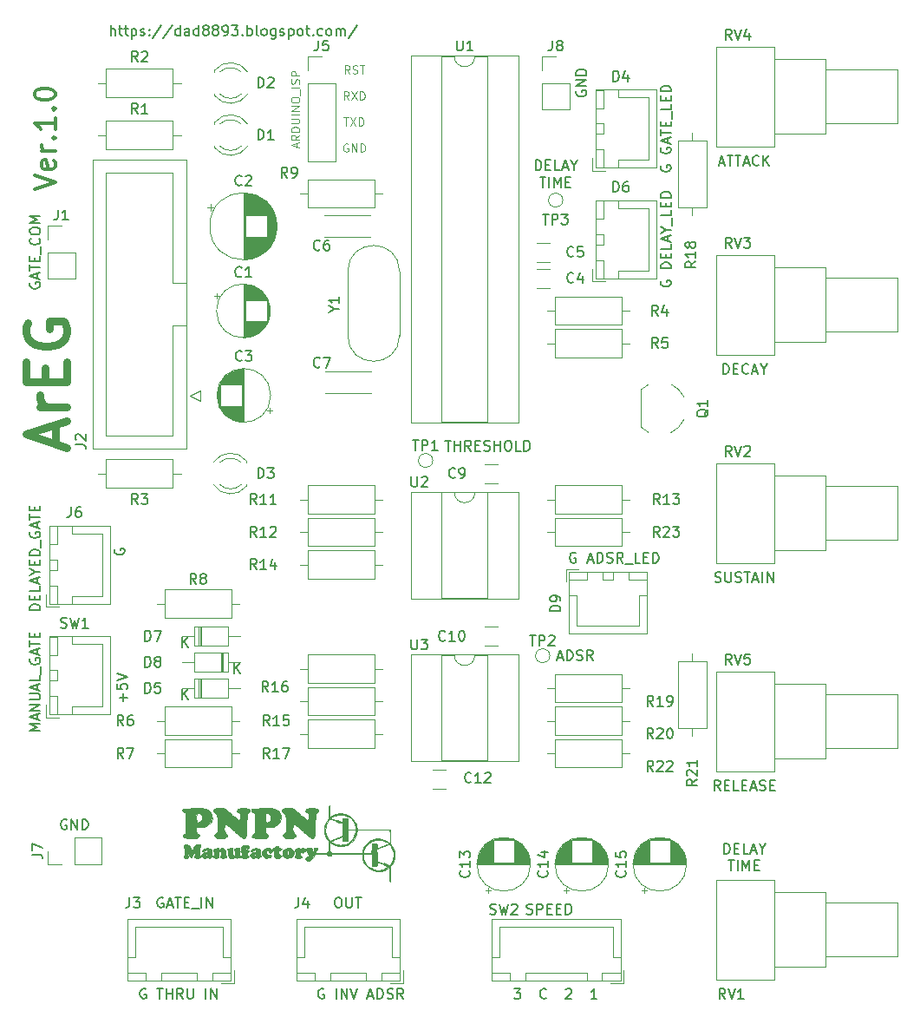
<source format=gto>
G04 #@! TF.GenerationSoftware,KiCad,Pcbnew,(5.1.10)-1*
G04 #@! TF.CreationDate,2021-12-16T17:09:32+09:00*
G04 #@! TF.ProjectId,ArEG,41724547-2e6b-4696-9361-645f70636258,Ver.1.0*
G04 #@! TF.SameCoordinates,Original*
G04 #@! TF.FileFunction,Legend,Top*
G04 #@! TF.FilePolarity,Positive*
%FSLAX46Y46*%
G04 Gerber Fmt 4.6, Leading zero omitted, Abs format (unit mm)*
G04 Created by KiCad (PCBNEW (5.1.10)-1) date 2021-12-16 17:09:32*
%MOMM*%
%LPD*%
G01*
G04 APERTURE LIST*
%ADD10C,0.150000*%
%ADD11C,0.300000*%
%ADD12C,0.800000*%
%ADD13C,0.100000*%
%ADD14C,0.010000*%
%ADD15C,0.120000*%
G04 APERTURE END LIST*
D10*
X108951619Y-47442380D02*
X108951619Y-46442380D01*
X109380190Y-47442380D02*
X109380190Y-46918571D01*
X109332571Y-46823333D01*
X109237333Y-46775714D01*
X109094476Y-46775714D01*
X108999238Y-46823333D01*
X108951619Y-46870952D01*
X109713523Y-46775714D02*
X110094476Y-46775714D01*
X109856380Y-46442380D02*
X109856380Y-47299523D01*
X109904000Y-47394761D01*
X109999238Y-47442380D01*
X110094476Y-47442380D01*
X110284952Y-46775714D02*
X110665904Y-46775714D01*
X110427809Y-46442380D02*
X110427809Y-47299523D01*
X110475428Y-47394761D01*
X110570666Y-47442380D01*
X110665904Y-47442380D01*
X110999238Y-46775714D02*
X110999238Y-47775714D01*
X110999238Y-46823333D02*
X111094476Y-46775714D01*
X111284952Y-46775714D01*
X111380190Y-46823333D01*
X111427809Y-46870952D01*
X111475428Y-46966190D01*
X111475428Y-47251904D01*
X111427809Y-47347142D01*
X111380190Y-47394761D01*
X111284952Y-47442380D01*
X111094476Y-47442380D01*
X110999238Y-47394761D01*
X111856380Y-47394761D02*
X111951619Y-47442380D01*
X112142095Y-47442380D01*
X112237333Y-47394761D01*
X112284952Y-47299523D01*
X112284952Y-47251904D01*
X112237333Y-47156666D01*
X112142095Y-47109047D01*
X111999238Y-47109047D01*
X111904000Y-47061428D01*
X111856380Y-46966190D01*
X111856380Y-46918571D01*
X111904000Y-46823333D01*
X111999238Y-46775714D01*
X112142095Y-46775714D01*
X112237333Y-46823333D01*
X112713523Y-47347142D02*
X112761142Y-47394761D01*
X112713523Y-47442380D01*
X112665904Y-47394761D01*
X112713523Y-47347142D01*
X112713523Y-47442380D01*
X112713523Y-46823333D02*
X112761142Y-46870952D01*
X112713523Y-46918571D01*
X112665904Y-46870952D01*
X112713523Y-46823333D01*
X112713523Y-46918571D01*
X113904000Y-46394761D02*
X113046857Y-47680476D01*
X114951619Y-46394761D02*
X114094476Y-47680476D01*
X115713523Y-47442380D02*
X115713523Y-46442380D01*
X115713523Y-47394761D02*
X115618285Y-47442380D01*
X115427809Y-47442380D01*
X115332571Y-47394761D01*
X115284952Y-47347142D01*
X115237333Y-47251904D01*
X115237333Y-46966190D01*
X115284952Y-46870952D01*
X115332571Y-46823333D01*
X115427809Y-46775714D01*
X115618285Y-46775714D01*
X115713523Y-46823333D01*
X116618285Y-47442380D02*
X116618285Y-46918571D01*
X116570666Y-46823333D01*
X116475428Y-46775714D01*
X116284952Y-46775714D01*
X116189714Y-46823333D01*
X116618285Y-47394761D02*
X116523047Y-47442380D01*
X116284952Y-47442380D01*
X116189714Y-47394761D01*
X116142095Y-47299523D01*
X116142095Y-47204285D01*
X116189714Y-47109047D01*
X116284952Y-47061428D01*
X116523047Y-47061428D01*
X116618285Y-47013809D01*
X117523047Y-47442380D02*
X117523047Y-46442380D01*
X117523047Y-47394761D02*
X117427809Y-47442380D01*
X117237333Y-47442380D01*
X117142095Y-47394761D01*
X117094476Y-47347142D01*
X117046857Y-47251904D01*
X117046857Y-46966190D01*
X117094476Y-46870952D01*
X117142095Y-46823333D01*
X117237333Y-46775714D01*
X117427809Y-46775714D01*
X117523047Y-46823333D01*
X118142095Y-46870952D02*
X118046857Y-46823333D01*
X117999238Y-46775714D01*
X117951619Y-46680476D01*
X117951619Y-46632857D01*
X117999238Y-46537619D01*
X118046857Y-46490000D01*
X118142095Y-46442380D01*
X118332571Y-46442380D01*
X118427809Y-46490000D01*
X118475428Y-46537619D01*
X118523047Y-46632857D01*
X118523047Y-46680476D01*
X118475428Y-46775714D01*
X118427809Y-46823333D01*
X118332571Y-46870952D01*
X118142095Y-46870952D01*
X118046857Y-46918571D01*
X117999238Y-46966190D01*
X117951619Y-47061428D01*
X117951619Y-47251904D01*
X117999238Y-47347142D01*
X118046857Y-47394761D01*
X118142095Y-47442380D01*
X118332571Y-47442380D01*
X118427809Y-47394761D01*
X118475428Y-47347142D01*
X118523047Y-47251904D01*
X118523047Y-47061428D01*
X118475428Y-46966190D01*
X118427809Y-46918571D01*
X118332571Y-46870952D01*
X119094476Y-46870952D02*
X118999238Y-46823333D01*
X118951619Y-46775714D01*
X118904000Y-46680476D01*
X118904000Y-46632857D01*
X118951619Y-46537619D01*
X118999238Y-46490000D01*
X119094476Y-46442380D01*
X119284952Y-46442380D01*
X119380190Y-46490000D01*
X119427809Y-46537619D01*
X119475428Y-46632857D01*
X119475428Y-46680476D01*
X119427809Y-46775714D01*
X119380190Y-46823333D01*
X119284952Y-46870952D01*
X119094476Y-46870952D01*
X118999238Y-46918571D01*
X118951619Y-46966190D01*
X118904000Y-47061428D01*
X118904000Y-47251904D01*
X118951619Y-47347142D01*
X118999238Y-47394761D01*
X119094476Y-47442380D01*
X119284952Y-47442380D01*
X119380190Y-47394761D01*
X119427809Y-47347142D01*
X119475428Y-47251904D01*
X119475428Y-47061428D01*
X119427809Y-46966190D01*
X119380190Y-46918571D01*
X119284952Y-46870952D01*
X119951619Y-47442380D02*
X120142095Y-47442380D01*
X120237333Y-47394761D01*
X120284952Y-47347142D01*
X120380190Y-47204285D01*
X120427809Y-47013809D01*
X120427809Y-46632857D01*
X120380190Y-46537619D01*
X120332571Y-46490000D01*
X120237333Y-46442380D01*
X120046857Y-46442380D01*
X119951619Y-46490000D01*
X119904000Y-46537619D01*
X119856380Y-46632857D01*
X119856380Y-46870952D01*
X119904000Y-46966190D01*
X119951619Y-47013809D01*
X120046857Y-47061428D01*
X120237333Y-47061428D01*
X120332571Y-47013809D01*
X120380190Y-46966190D01*
X120427809Y-46870952D01*
X120761142Y-46442380D02*
X121380190Y-46442380D01*
X121046857Y-46823333D01*
X121189714Y-46823333D01*
X121284952Y-46870952D01*
X121332571Y-46918571D01*
X121380190Y-47013809D01*
X121380190Y-47251904D01*
X121332571Y-47347142D01*
X121284952Y-47394761D01*
X121189714Y-47442380D01*
X120904000Y-47442380D01*
X120808761Y-47394761D01*
X120761142Y-47347142D01*
X121808761Y-47347142D02*
X121856380Y-47394761D01*
X121808761Y-47442380D01*
X121761142Y-47394761D01*
X121808761Y-47347142D01*
X121808761Y-47442380D01*
X122284952Y-47442380D02*
X122284952Y-46442380D01*
X122284952Y-46823333D02*
X122380190Y-46775714D01*
X122570666Y-46775714D01*
X122665904Y-46823333D01*
X122713523Y-46870952D01*
X122761142Y-46966190D01*
X122761142Y-47251904D01*
X122713523Y-47347142D01*
X122665904Y-47394761D01*
X122570666Y-47442380D01*
X122380190Y-47442380D01*
X122284952Y-47394761D01*
X123332571Y-47442380D02*
X123237333Y-47394761D01*
X123189714Y-47299523D01*
X123189714Y-46442380D01*
X123856380Y-47442380D02*
X123761142Y-47394761D01*
X123713523Y-47347142D01*
X123665904Y-47251904D01*
X123665904Y-46966190D01*
X123713523Y-46870952D01*
X123761142Y-46823333D01*
X123856380Y-46775714D01*
X123999238Y-46775714D01*
X124094476Y-46823333D01*
X124142095Y-46870952D01*
X124189714Y-46966190D01*
X124189714Y-47251904D01*
X124142095Y-47347142D01*
X124094476Y-47394761D01*
X123999238Y-47442380D01*
X123856380Y-47442380D01*
X125046857Y-46775714D02*
X125046857Y-47585238D01*
X124999238Y-47680476D01*
X124951619Y-47728095D01*
X124856380Y-47775714D01*
X124713523Y-47775714D01*
X124618285Y-47728095D01*
X125046857Y-47394761D02*
X124951619Y-47442380D01*
X124761142Y-47442380D01*
X124665904Y-47394761D01*
X124618285Y-47347142D01*
X124570666Y-47251904D01*
X124570666Y-46966190D01*
X124618285Y-46870952D01*
X124665904Y-46823333D01*
X124761142Y-46775714D01*
X124951619Y-46775714D01*
X125046857Y-46823333D01*
X125475428Y-47394761D02*
X125570666Y-47442380D01*
X125761142Y-47442380D01*
X125856380Y-47394761D01*
X125904000Y-47299523D01*
X125904000Y-47251904D01*
X125856380Y-47156666D01*
X125761142Y-47109047D01*
X125618285Y-47109047D01*
X125523047Y-47061428D01*
X125475428Y-46966190D01*
X125475428Y-46918571D01*
X125523047Y-46823333D01*
X125618285Y-46775714D01*
X125761142Y-46775714D01*
X125856380Y-46823333D01*
X126332571Y-46775714D02*
X126332571Y-47775714D01*
X126332571Y-46823333D02*
X126427809Y-46775714D01*
X126618285Y-46775714D01*
X126713523Y-46823333D01*
X126761142Y-46870952D01*
X126808761Y-46966190D01*
X126808761Y-47251904D01*
X126761142Y-47347142D01*
X126713523Y-47394761D01*
X126618285Y-47442380D01*
X126427809Y-47442380D01*
X126332571Y-47394761D01*
X127380190Y-47442380D02*
X127284952Y-47394761D01*
X127237333Y-47347142D01*
X127189714Y-47251904D01*
X127189714Y-46966190D01*
X127237333Y-46870952D01*
X127284952Y-46823333D01*
X127380190Y-46775714D01*
X127523047Y-46775714D01*
X127618285Y-46823333D01*
X127665904Y-46870952D01*
X127713523Y-46966190D01*
X127713523Y-47251904D01*
X127665904Y-47347142D01*
X127618285Y-47394761D01*
X127523047Y-47442380D01*
X127380190Y-47442380D01*
X127999238Y-46775714D02*
X128380190Y-46775714D01*
X128142095Y-46442380D02*
X128142095Y-47299523D01*
X128189714Y-47394761D01*
X128284952Y-47442380D01*
X128380190Y-47442380D01*
X128713523Y-47347142D02*
X128761142Y-47394761D01*
X128713523Y-47442380D01*
X128665904Y-47394761D01*
X128713523Y-47347142D01*
X128713523Y-47442380D01*
X129618285Y-47394761D02*
X129523047Y-47442380D01*
X129332571Y-47442380D01*
X129237333Y-47394761D01*
X129189714Y-47347142D01*
X129142095Y-47251904D01*
X129142095Y-46966190D01*
X129189714Y-46870952D01*
X129237333Y-46823333D01*
X129332571Y-46775714D01*
X129523047Y-46775714D01*
X129618285Y-46823333D01*
X130189714Y-47442380D02*
X130094476Y-47394761D01*
X130046857Y-47347142D01*
X129999238Y-47251904D01*
X129999238Y-46966190D01*
X130046857Y-46870952D01*
X130094476Y-46823333D01*
X130189714Y-46775714D01*
X130332571Y-46775714D01*
X130427809Y-46823333D01*
X130475428Y-46870952D01*
X130523047Y-46966190D01*
X130523047Y-47251904D01*
X130475428Y-47347142D01*
X130427809Y-47394761D01*
X130332571Y-47442380D01*
X130189714Y-47442380D01*
X130951619Y-47442380D02*
X130951619Y-46775714D01*
X130951619Y-46870952D02*
X130999238Y-46823333D01*
X131094476Y-46775714D01*
X131237333Y-46775714D01*
X131332571Y-46823333D01*
X131380190Y-46918571D01*
X131380190Y-47442380D01*
X131380190Y-46918571D02*
X131427809Y-46823333D01*
X131523047Y-46775714D01*
X131665904Y-46775714D01*
X131761142Y-46823333D01*
X131808761Y-46918571D01*
X131808761Y-47442380D01*
X132999238Y-46394761D02*
X132142095Y-47680476D01*
D11*
X101520761Y-62404000D02*
X103520761Y-61737333D01*
X101520761Y-61070666D01*
X103425523Y-59642095D02*
X103520761Y-59832571D01*
X103520761Y-60213523D01*
X103425523Y-60404000D01*
X103235047Y-60499238D01*
X102473142Y-60499238D01*
X102282666Y-60404000D01*
X102187428Y-60213523D01*
X102187428Y-59832571D01*
X102282666Y-59642095D01*
X102473142Y-59546857D01*
X102663619Y-59546857D01*
X102854095Y-60499238D01*
X103520761Y-58689714D02*
X102187428Y-58689714D01*
X102568380Y-58689714D02*
X102377904Y-58594476D01*
X102282666Y-58499238D01*
X102187428Y-58308761D01*
X102187428Y-58118285D01*
X103330285Y-57451619D02*
X103425523Y-57356380D01*
X103520761Y-57451619D01*
X103425523Y-57546857D01*
X103330285Y-57451619D01*
X103520761Y-57451619D01*
X103520761Y-55451619D02*
X103520761Y-56594476D01*
X103520761Y-56023047D02*
X101520761Y-56023047D01*
X101806476Y-56213523D01*
X101996952Y-56404000D01*
X102092190Y-56594476D01*
X103330285Y-54594476D02*
X103425523Y-54499238D01*
X103520761Y-54594476D01*
X103425523Y-54689714D01*
X103330285Y-54594476D01*
X103520761Y-54594476D01*
X101520761Y-53261142D02*
X101520761Y-53070666D01*
X101616000Y-52880190D01*
X101711238Y-52784952D01*
X101901714Y-52689714D01*
X102282666Y-52594476D01*
X102758857Y-52594476D01*
X103139809Y-52689714D01*
X103330285Y-52784952D01*
X103425523Y-52880190D01*
X103520761Y-53070666D01*
X103520761Y-53261142D01*
X103425523Y-53451619D01*
X103330285Y-53546857D01*
X103139809Y-53642095D01*
X102758857Y-53737333D01*
X102282666Y-53737333D01*
X101901714Y-53642095D01*
X101711238Y-53546857D01*
X101616000Y-53451619D01*
X101520761Y-53261142D01*
D12*
X103536666Y-87280000D02*
X103536666Y-85375238D01*
X104679523Y-87660952D02*
X100679523Y-86327619D01*
X104679523Y-84994285D01*
X104679523Y-83660952D02*
X102012857Y-83660952D01*
X102774761Y-83660952D02*
X102393809Y-83470476D01*
X102203333Y-83280000D01*
X102012857Y-82899047D01*
X102012857Y-82518095D01*
X102584285Y-81184761D02*
X102584285Y-79851428D01*
X104679523Y-79280000D02*
X104679523Y-81184761D01*
X100679523Y-81184761D01*
X100679523Y-79280000D01*
X100870000Y-75470476D02*
X100679523Y-75851428D01*
X100679523Y-76422857D01*
X100870000Y-76994285D01*
X101250952Y-77375238D01*
X101631904Y-77565714D01*
X102393809Y-77756190D01*
X102965238Y-77756190D01*
X103727142Y-77565714D01*
X104108095Y-77375238D01*
X104489047Y-76994285D01*
X104679523Y-76422857D01*
X104679523Y-76041904D01*
X104489047Y-75470476D01*
X104298571Y-75280000D01*
X102965238Y-75280000D01*
X102965238Y-76041904D01*
D10*
X110180428Y-112410714D02*
X110180428Y-111648809D01*
X110561380Y-112029761D02*
X109799476Y-112029761D01*
X109561380Y-110696428D02*
X109561380Y-111172619D01*
X110037571Y-111220238D01*
X109989952Y-111172619D01*
X109942333Y-111077380D01*
X109942333Y-110839285D01*
X109989952Y-110744047D01*
X110037571Y-110696428D01*
X110132809Y-110648809D01*
X110370904Y-110648809D01*
X110466142Y-110696428D01*
X110513761Y-110744047D01*
X110561380Y-110839285D01*
X110561380Y-111077380D01*
X110513761Y-111172619D01*
X110466142Y-111220238D01*
X109561380Y-110363095D02*
X110561380Y-110029761D01*
X109561380Y-109696428D01*
X150423809Y-60587380D02*
X150423809Y-59587380D01*
X150661904Y-59587380D01*
X150804761Y-59635000D01*
X150900000Y-59730238D01*
X150947619Y-59825476D01*
X150995238Y-60015952D01*
X150995238Y-60158809D01*
X150947619Y-60349285D01*
X150900000Y-60444523D01*
X150804761Y-60539761D01*
X150661904Y-60587380D01*
X150423809Y-60587380D01*
X151423809Y-60063571D02*
X151757142Y-60063571D01*
X151900000Y-60587380D02*
X151423809Y-60587380D01*
X151423809Y-59587380D01*
X151900000Y-59587380D01*
X152804761Y-60587380D02*
X152328571Y-60587380D01*
X152328571Y-59587380D01*
X153090476Y-60301666D02*
X153566666Y-60301666D01*
X152995238Y-60587380D02*
X153328571Y-59587380D01*
X153661904Y-60587380D01*
X154185714Y-60111190D02*
X154185714Y-60587380D01*
X153852380Y-59587380D02*
X154185714Y-60111190D01*
X154519047Y-59587380D01*
X150852380Y-61237380D02*
X151423809Y-61237380D01*
X151138095Y-62237380D02*
X151138095Y-61237380D01*
X151757142Y-62237380D02*
X151757142Y-61237380D01*
X152233333Y-62237380D02*
X152233333Y-61237380D01*
X152566666Y-61951666D01*
X152900000Y-61237380D01*
X152900000Y-62237380D01*
X153376190Y-61713571D02*
X153709523Y-61713571D01*
X153852380Y-62237380D02*
X153376190Y-62237380D01*
X153376190Y-61237380D01*
X153852380Y-61237380D01*
X104648095Y-123960000D02*
X104552857Y-123912380D01*
X104410000Y-123912380D01*
X104267142Y-123960000D01*
X104171904Y-124055238D01*
X104124285Y-124150476D01*
X104076666Y-124340952D01*
X104076666Y-124483809D01*
X104124285Y-124674285D01*
X104171904Y-124769523D01*
X104267142Y-124864761D01*
X104410000Y-124912380D01*
X104505238Y-124912380D01*
X104648095Y-124864761D01*
X104695714Y-124817142D01*
X104695714Y-124483809D01*
X104505238Y-124483809D01*
X105124285Y-124912380D02*
X105124285Y-123912380D01*
X105695714Y-124912380D01*
X105695714Y-123912380D01*
X106171904Y-124912380D02*
X106171904Y-123912380D01*
X106410000Y-123912380D01*
X106552857Y-123960000D01*
X106648095Y-124055238D01*
X106695714Y-124150476D01*
X106743333Y-124340952D01*
X106743333Y-124483809D01*
X106695714Y-124674285D01*
X106648095Y-124769523D01*
X106552857Y-124864761D01*
X106410000Y-124912380D01*
X106171904Y-124912380D01*
X112379523Y-140470000D02*
X112284285Y-140422380D01*
X112141428Y-140422380D01*
X111998571Y-140470000D01*
X111903333Y-140565238D01*
X111855714Y-140660476D01*
X111808095Y-140850952D01*
X111808095Y-140993809D01*
X111855714Y-141184285D01*
X111903333Y-141279523D01*
X111998571Y-141374761D01*
X112141428Y-141422380D01*
X112236666Y-141422380D01*
X112379523Y-141374761D01*
X112427142Y-141327142D01*
X112427142Y-140993809D01*
X112236666Y-140993809D01*
X113474761Y-140422380D02*
X114046190Y-140422380D01*
X113760476Y-141422380D02*
X113760476Y-140422380D01*
X114379523Y-141422380D02*
X114379523Y-140422380D01*
X114379523Y-140898571D02*
X114950952Y-140898571D01*
X114950952Y-141422380D02*
X114950952Y-140422380D01*
X115998571Y-141422380D02*
X115665238Y-140946190D01*
X115427142Y-141422380D02*
X115427142Y-140422380D01*
X115808095Y-140422380D01*
X115903333Y-140470000D01*
X115950952Y-140517619D01*
X115998571Y-140612857D01*
X115998571Y-140755714D01*
X115950952Y-140850952D01*
X115903333Y-140898571D01*
X115808095Y-140946190D01*
X115427142Y-140946190D01*
X116427142Y-140422380D02*
X116427142Y-141231904D01*
X116474761Y-141327142D01*
X116522380Y-141374761D01*
X116617619Y-141422380D01*
X116808095Y-141422380D01*
X116903333Y-141374761D01*
X116950952Y-141327142D01*
X116998571Y-141231904D01*
X116998571Y-140422380D01*
X118236666Y-141422380D02*
X118236666Y-140422380D01*
X118712857Y-141422380D02*
X118712857Y-140422380D01*
X119284285Y-141422380D01*
X119284285Y-140422380D01*
X114062142Y-131580000D02*
X113966904Y-131532380D01*
X113824047Y-131532380D01*
X113681190Y-131580000D01*
X113585952Y-131675238D01*
X113538333Y-131770476D01*
X113490714Y-131960952D01*
X113490714Y-132103809D01*
X113538333Y-132294285D01*
X113585952Y-132389523D01*
X113681190Y-132484761D01*
X113824047Y-132532380D01*
X113919285Y-132532380D01*
X114062142Y-132484761D01*
X114109761Y-132437142D01*
X114109761Y-132103809D01*
X113919285Y-132103809D01*
X114490714Y-132246666D02*
X114966904Y-132246666D01*
X114395476Y-132532380D02*
X114728809Y-131532380D01*
X115062142Y-132532380D01*
X115252619Y-131532380D02*
X115824047Y-131532380D01*
X115538333Y-132532380D02*
X115538333Y-131532380D01*
X116157380Y-132008571D02*
X116490714Y-132008571D01*
X116633571Y-132532380D02*
X116157380Y-132532380D01*
X116157380Y-131532380D01*
X116633571Y-131532380D01*
X116824047Y-132627619D02*
X117585952Y-132627619D01*
X117824047Y-132532380D02*
X117824047Y-131532380D01*
X118300238Y-132532380D02*
X118300238Y-131532380D01*
X118871666Y-132532380D01*
X118871666Y-131532380D01*
X131080000Y-131532380D02*
X131270476Y-131532380D01*
X131365714Y-131580000D01*
X131460952Y-131675238D01*
X131508571Y-131865714D01*
X131508571Y-132199047D01*
X131460952Y-132389523D01*
X131365714Y-132484761D01*
X131270476Y-132532380D01*
X131080000Y-132532380D01*
X130984761Y-132484761D01*
X130889523Y-132389523D01*
X130841904Y-132199047D01*
X130841904Y-131865714D01*
X130889523Y-131675238D01*
X130984761Y-131580000D01*
X131080000Y-131532380D01*
X131937142Y-131532380D02*
X131937142Y-132341904D01*
X131984761Y-132437142D01*
X132032380Y-132484761D01*
X132127619Y-132532380D01*
X132318095Y-132532380D01*
X132413333Y-132484761D01*
X132460952Y-132437142D01*
X132508571Y-132341904D01*
X132508571Y-131532380D01*
X132841904Y-131532380D02*
X133413333Y-131532380D01*
X133127619Y-132532380D02*
X133127619Y-131532380D01*
X129754761Y-140470000D02*
X129659523Y-140422380D01*
X129516666Y-140422380D01*
X129373809Y-140470000D01*
X129278571Y-140565238D01*
X129230952Y-140660476D01*
X129183333Y-140850952D01*
X129183333Y-140993809D01*
X129230952Y-141184285D01*
X129278571Y-141279523D01*
X129373809Y-141374761D01*
X129516666Y-141422380D01*
X129611904Y-141422380D01*
X129754761Y-141374761D01*
X129802380Y-141327142D01*
X129802380Y-140993809D01*
X129611904Y-140993809D01*
X130992857Y-141422380D02*
X130992857Y-140422380D01*
X131469047Y-141422380D02*
X131469047Y-140422380D01*
X132040476Y-141422380D01*
X132040476Y-140422380D01*
X132373809Y-140422380D02*
X132707142Y-141422380D01*
X133040476Y-140422380D01*
X134088095Y-141136666D02*
X134564285Y-141136666D01*
X133992857Y-141422380D02*
X134326190Y-140422380D01*
X134659523Y-141422380D01*
X134992857Y-141422380D02*
X134992857Y-140422380D01*
X135230952Y-140422380D01*
X135373809Y-140470000D01*
X135469047Y-140565238D01*
X135516666Y-140660476D01*
X135564285Y-140850952D01*
X135564285Y-140993809D01*
X135516666Y-141184285D01*
X135469047Y-141279523D01*
X135373809Y-141374761D01*
X135230952Y-141422380D01*
X134992857Y-141422380D01*
X135945238Y-141374761D02*
X136088095Y-141422380D01*
X136326190Y-141422380D01*
X136421428Y-141374761D01*
X136469047Y-141327142D01*
X136516666Y-141231904D01*
X136516666Y-141136666D01*
X136469047Y-141041428D01*
X136421428Y-140993809D01*
X136326190Y-140946190D01*
X136135714Y-140898571D01*
X136040476Y-140850952D01*
X135992857Y-140803333D01*
X135945238Y-140708095D01*
X135945238Y-140612857D01*
X135992857Y-140517619D01*
X136040476Y-140470000D01*
X136135714Y-140422380D01*
X136373809Y-140422380D01*
X136516666Y-140470000D01*
X137516666Y-141422380D02*
X137183333Y-140946190D01*
X136945238Y-141422380D02*
X136945238Y-140422380D01*
X137326190Y-140422380D01*
X137421428Y-140470000D01*
X137469047Y-140517619D01*
X137516666Y-140612857D01*
X137516666Y-140755714D01*
X137469047Y-140850952D01*
X137421428Y-140898571D01*
X137326190Y-140946190D01*
X136945238Y-140946190D01*
X148328571Y-140422380D02*
X148947619Y-140422380D01*
X148614285Y-140803333D01*
X148757142Y-140803333D01*
X148852380Y-140850952D01*
X148900000Y-140898571D01*
X148947619Y-140993809D01*
X148947619Y-141231904D01*
X148900000Y-141327142D01*
X148852380Y-141374761D01*
X148757142Y-141422380D01*
X148471428Y-141422380D01*
X148376190Y-141374761D01*
X148328571Y-141327142D01*
X151471428Y-141327142D02*
X151423809Y-141374761D01*
X151280952Y-141422380D01*
X151185714Y-141422380D01*
X151042857Y-141374761D01*
X150947619Y-141279523D01*
X150900000Y-141184285D01*
X150852380Y-140993809D01*
X150852380Y-140850952D01*
X150900000Y-140660476D01*
X150947619Y-140565238D01*
X151042857Y-140470000D01*
X151185714Y-140422380D01*
X151280952Y-140422380D01*
X151423809Y-140470000D01*
X151471428Y-140517619D01*
X153376190Y-140517619D02*
X153423809Y-140470000D01*
X153519047Y-140422380D01*
X153757142Y-140422380D01*
X153852380Y-140470000D01*
X153900000Y-140517619D01*
X153947619Y-140612857D01*
X153947619Y-140708095D01*
X153900000Y-140850952D01*
X153328571Y-141422380D01*
X153947619Y-141422380D01*
X156423809Y-141422380D02*
X155852380Y-141422380D01*
X156138095Y-141422380D02*
X156138095Y-140422380D01*
X156042857Y-140565238D01*
X155947619Y-140660476D01*
X155852380Y-140708095D01*
X149574523Y-133119761D02*
X149717380Y-133167380D01*
X149955476Y-133167380D01*
X150050714Y-133119761D01*
X150098333Y-133072142D01*
X150145952Y-132976904D01*
X150145952Y-132881666D01*
X150098333Y-132786428D01*
X150050714Y-132738809D01*
X149955476Y-132691190D01*
X149765000Y-132643571D01*
X149669761Y-132595952D01*
X149622142Y-132548333D01*
X149574523Y-132453095D01*
X149574523Y-132357857D01*
X149622142Y-132262619D01*
X149669761Y-132215000D01*
X149765000Y-132167380D01*
X150003095Y-132167380D01*
X150145952Y-132215000D01*
X150574523Y-133167380D02*
X150574523Y-132167380D01*
X150955476Y-132167380D01*
X151050714Y-132215000D01*
X151098333Y-132262619D01*
X151145952Y-132357857D01*
X151145952Y-132500714D01*
X151098333Y-132595952D01*
X151050714Y-132643571D01*
X150955476Y-132691190D01*
X150574523Y-132691190D01*
X151574523Y-132643571D02*
X151907857Y-132643571D01*
X152050714Y-133167380D02*
X151574523Y-133167380D01*
X151574523Y-132167380D01*
X152050714Y-132167380D01*
X152479285Y-132643571D02*
X152812619Y-132643571D01*
X152955476Y-133167380D02*
X152479285Y-133167380D01*
X152479285Y-132167380D01*
X152955476Y-132167380D01*
X153384047Y-133167380D02*
X153384047Y-132167380D01*
X153622142Y-132167380D01*
X153765000Y-132215000D01*
X153860238Y-132310238D01*
X153907857Y-132405476D01*
X153955476Y-132595952D01*
X153955476Y-132738809D01*
X153907857Y-132929285D01*
X153860238Y-133024523D01*
X153765000Y-133119761D01*
X153622142Y-133167380D01*
X153384047Y-133167380D01*
X168838809Y-127262380D02*
X168838809Y-126262380D01*
X169076904Y-126262380D01*
X169219761Y-126310000D01*
X169315000Y-126405238D01*
X169362619Y-126500476D01*
X169410238Y-126690952D01*
X169410238Y-126833809D01*
X169362619Y-127024285D01*
X169315000Y-127119523D01*
X169219761Y-127214761D01*
X169076904Y-127262380D01*
X168838809Y-127262380D01*
X169838809Y-126738571D02*
X170172142Y-126738571D01*
X170315000Y-127262380D02*
X169838809Y-127262380D01*
X169838809Y-126262380D01*
X170315000Y-126262380D01*
X171219761Y-127262380D02*
X170743571Y-127262380D01*
X170743571Y-126262380D01*
X171505476Y-126976666D02*
X171981666Y-126976666D01*
X171410238Y-127262380D02*
X171743571Y-126262380D01*
X172076904Y-127262380D01*
X172600714Y-126786190D02*
X172600714Y-127262380D01*
X172267380Y-126262380D02*
X172600714Y-126786190D01*
X172934047Y-126262380D01*
X169267380Y-127912380D02*
X169838809Y-127912380D01*
X169553095Y-128912380D02*
X169553095Y-127912380D01*
X170172142Y-128912380D02*
X170172142Y-127912380D01*
X170648333Y-128912380D02*
X170648333Y-127912380D01*
X170981666Y-128626666D01*
X171315000Y-127912380D01*
X171315000Y-128912380D01*
X171791190Y-128388571D02*
X172124523Y-128388571D01*
X172267380Y-128912380D02*
X171791190Y-128912380D01*
X171791190Y-127912380D01*
X172267380Y-127912380D01*
X168457857Y-121102380D02*
X168124523Y-120626190D01*
X167886428Y-121102380D02*
X167886428Y-120102380D01*
X168267380Y-120102380D01*
X168362619Y-120150000D01*
X168410238Y-120197619D01*
X168457857Y-120292857D01*
X168457857Y-120435714D01*
X168410238Y-120530952D01*
X168362619Y-120578571D01*
X168267380Y-120626190D01*
X167886428Y-120626190D01*
X168886428Y-120578571D02*
X169219761Y-120578571D01*
X169362619Y-121102380D02*
X168886428Y-121102380D01*
X168886428Y-120102380D01*
X169362619Y-120102380D01*
X170267380Y-121102380D02*
X169791190Y-121102380D01*
X169791190Y-120102380D01*
X170600714Y-120578571D02*
X170934047Y-120578571D01*
X171076904Y-121102380D02*
X170600714Y-121102380D01*
X170600714Y-120102380D01*
X171076904Y-120102380D01*
X171457857Y-120816666D02*
X171934047Y-120816666D01*
X171362619Y-121102380D02*
X171695952Y-120102380D01*
X172029285Y-121102380D01*
X172315000Y-121054761D02*
X172457857Y-121102380D01*
X172695952Y-121102380D01*
X172791190Y-121054761D01*
X172838809Y-121007142D01*
X172886428Y-120911904D01*
X172886428Y-120816666D01*
X172838809Y-120721428D01*
X172791190Y-120673809D01*
X172695952Y-120626190D01*
X172505476Y-120578571D01*
X172410238Y-120530952D01*
X172362619Y-120483333D01*
X172315000Y-120388095D01*
X172315000Y-120292857D01*
X172362619Y-120197619D01*
X172410238Y-120150000D01*
X172505476Y-120102380D01*
X172743571Y-120102380D01*
X172886428Y-120150000D01*
X173315000Y-120578571D02*
X173648333Y-120578571D01*
X173791190Y-121102380D02*
X173315000Y-121102380D01*
X173315000Y-120102380D01*
X173791190Y-120102380D01*
X167957857Y-100734761D02*
X168100714Y-100782380D01*
X168338809Y-100782380D01*
X168434047Y-100734761D01*
X168481666Y-100687142D01*
X168529285Y-100591904D01*
X168529285Y-100496666D01*
X168481666Y-100401428D01*
X168434047Y-100353809D01*
X168338809Y-100306190D01*
X168148333Y-100258571D01*
X168053095Y-100210952D01*
X168005476Y-100163333D01*
X167957857Y-100068095D01*
X167957857Y-99972857D01*
X168005476Y-99877619D01*
X168053095Y-99830000D01*
X168148333Y-99782380D01*
X168386428Y-99782380D01*
X168529285Y-99830000D01*
X168957857Y-99782380D02*
X168957857Y-100591904D01*
X169005476Y-100687142D01*
X169053095Y-100734761D01*
X169148333Y-100782380D01*
X169338809Y-100782380D01*
X169434047Y-100734761D01*
X169481666Y-100687142D01*
X169529285Y-100591904D01*
X169529285Y-99782380D01*
X169957857Y-100734761D02*
X170100714Y-100782380D01*
X170338809Y-100782380D01*
X170434047Y-100734761D01*
X170481666Y-100687142D01*
X170529285Y-100591904D01*
X170529285Y-100496666D01*
X170481666Y-100401428D01*
X170434047Y-100353809D01*
X170338809Y-100306190D01*
X170148333Y-100258571D01*
X170053095Y-100210952D01*
X170005476Y-100163333D01*
X169957857Y-100068095D01*
X169957857Y-99972857D01*
X170005476Y-99877619D01*
X170053095Y-99830000D01*
X170148333Y-99782380D01*
X170386428Y-99782380D01*
X170529285Y-99830000D01*
X170815000Y-99782380D02*
X171386428Y-99782380D01*
X171100714Y-100782380D02*
X171100714Y-99782380D01*
X171672142Y-100496666D02*
X172148333Y-100496666D01*
X171576904Y-100782380D02*
X171910238Y-99782380D01*
X172243571Y-100782380D01*
X172576904Y-100782380D02*
X172576904Y-99782380D01*
X173053095Y-100782380D02*
X173053095Y-99782380D01*
X173624523Y-100782380D01*
X173624523Y-99782380D01*
X168743571Y-80462380D02*
X168743571Y-79462380D01*
X168981666Y-79462380D01*
X169124523Y-79510000D01*
X169219761Y-79605238D01*
X169267380Y-79700476D01*
X169315000Y-79890952D01*
X169315000Y-80033809D01*
X169267380Y-80224285D01*
X169219761Y-80319523D01*
X169124523Y-80414761D01*
X168981666Y-80462380D01*
X168743571Y-80462380D01*
X169743571Y-79938571D02*
X170076904Y-79938571D01*
X170219761Y-80462380D02*
X169743571Y-80462380D01*
X169743571Y-79462380D01*
X170219761Y-79462380D01*
X171219761Y-80367142D02*
X171172142Y-80414761D01*
X171029285Y-80462380D01*
X170934047Y-80462380D01*
X170791190Y-80414761D01*
X170695952Y-80319523D01*
X170648333Y-80224285D01*
X170600714Y-80033809D01*
X170600714Y-79890952D01*
X170648333Y-79700476D01*
X170695952Y-79605238D01*
X170791190Y-79510000D01*
X170934047Y-79462380D01*
X171029285Y-79462380D01*
X171172142Y-79510000D01*
X171219761Y-79557619D01*
X171600714Y-80176666D02*
X172076904Y-80176666D01*
X171505476Y-80462380D02*
X171838809Y-79462380D01*
X172172142Y-80462380D01*
X172695952Y-79986190D02*
X172695952Y-80462380D01*
X172362619Y-79462380D02*
X172695952Y-79986190D01*
X173029285Y-79462380D01*
X168386428Y-59856666D02*
X168862619Y-59856666D01*
X168291190Y-60142380D02*
X168624523Y-59142380D01*
X168957857Y-60142380D01*
X169148333Y-59142380D02*
X169719761Y-59142380D01*
X169434047Y-60142380D02*
X169434047Y-59142380D01*
X169910238Y-59142380D02*
X170481666Y-59142380D01*
X170195952Y-60142380D02*
X170195952Y-59142380D01*
X170767380Y-59856666D02*
X171243571Y-59856666D01*
X170672142Y-60142380D02*
X171005476Y-59142380D01*
X171338809Y-60142380D01*
X172243571Y-60047142D02*
X172195952Y-60094761D01*
X172053095Y-60142380D01*
X171957857Y-60142380D01*
X171815000Y-60094761D01*
X171719761Y-59999523D01*
X171672142Y-59904285D01*
X171624523Y-59713809D01*
X171624523Y-59570952D01*
X171672142Y-59380476D01*
X171719761Y-59285238D01*
X171815000Y-59190000D01*
X171957857Y-59142380D01*
X172053095Y-59142380D01*
X172195952Y-59190000D01*
X172243571Y-59237619D01*
X172672142Y-60142380D02*
X172672142Y-59142380D01*
X173243571Y-60142380D02*
X172815000Y-59570952D01*
X173243571Y-59142380D02*
X172672142Y-59713809D01*
X162695000Y-71381428D02*
X162647380Y-71476666D01*
X162647380Y-71619523D01*
X162695000Y-71762380D01*
X162790238Y-71857619D01*
X162885476Y-71905238D01*
X163075952Y-71952857D01*
X163218809Y-71952857D01*
X163409285Y-71905238D01*
X163504523Y-71857619D01*
X163599761Y-71762380D01*
X163647380Y-71619523D01*
X163647380Y-71524285D01*
X163599761Y-71381428D01*
X163552142Y-71333809D01*
X163218809Y-71333809D01*
X163218809Y-71524285D01*
X163647380Y-70143333D02*
X162647380Y-70143333D01*
X162647380Y-69905238D01*
X162695000Y-69762380D01*
X162790238Y-69667142D01*
X162885476Y-69619523D01*
X163075952Y-69571904D01*
X163218809Y-69571904D01*
X163409285Y-69619523D01*
X163504523Y-69667142D01*
X163599761Y-69762380D01*
X163647380Y-69905238D01*
X163647380Y-70143333D01*
X163123571Y-69143333D02*
X163123571Y-68810000D01*
X163647380Y-68667142D02*
X163647380Y-69143333D01*
X162647380Y-69143333D01*
X162647380Y-68667142D01*
X163647380Y-67762380D02*
X163647380Y-68238571D01*
X162647380Y-68238571D01*
X163361666Y-67476666D02*
X163361666Y-67000476D01*
X163647380Y-67571904D02*
X162647380Y-67238571D01*
X163647380Y-66905238D01*
X163171190Y-66381428D02*
X163647380Y-66381428D01*
X162647380Y-66714761D02*
X163171190Y-66381428D01*
X162647380Y-66048095D01*
X163742619Y-65952857D02*
X163742619Y-65190952D01*
X163647380Y-64476666D02*
X163647380Y-64952857D01*
X162647380Y-64952857D01*
X163123571Y-64143333D02*
X163123571Y-63810000D01*
X163647380Y-63667142D02*
X163647380Y-64143333D01*
X162647380Y-64143333D01*
X162647380Y-63667142D01*
X163647380Y-63238571D02*
X162647380Y-63238571D01*
X162647380Y-63000476D01*
X162695000Y-62857619D01*
X162790238Y-62762380D01*
X162885476Y-62714761D01*
X163075952Y-62667142D01*
X163218809Y-62667142D01*
X163409285Y-62714761D01*
X163504523Y-62762380D01*
X163599761Y-62857619D01*
X163647380Y-63000476D01*
X163647380Y-63238571D01*
X162695000Y-60134047D02*
X162647380Y-60229285D01*
X162647380Y-60372142D01*
X162695000Y-60515000D01*
X162790238Y-60610238D01*
X162885476Y-60657857D01*
X163075952Y-60705476D01*
X163218809Y-60705476D01*
X163409285Y-60657857D01*
X163504523Y-60610238D01*
X163599761Y-60515000D01*
X163647380Y-60372142D01*
X163647380Y-60276904D01*
X163599761Y-60134047D01*
X163552142Y-60086428D01*
X163218809Y-60086428D01*
X163218809Y-60276904D01*
X162695000Y-58372142D02*
X162647380Y-58467380D01*
X162647380Y-58610238D01*
X162695000Y-58753095D01*
X162790238Y-58848333D01*
X162885476Y-58895952D01*
X163075952Y-58943571D01*
X163218809Y-58943571D01*
X163409285Y-58895952D01*
X163504523Y-58848333D01*
X163599761Y-58753095D01*
X163647380Y-58610238D01*
X163647380Y-58515000D01*
X163599761Y-58372142D01*
X163552142Y-58324523D01*
X163218809Y-58324523D01*
X163218809Y-58515000D01*
X163361666Y-57943571D02*
X163361666Y-57467380D01*
X163647380Y-58038809D02*
X162647380Y-57705476D01*
X163647380Y-57372142D01*
X162647380Y-57181666D02*
X162647380Y-56610238D01*
X163647380Y-56895952D02*
X162647380Y-56895952D01*
X163123571Y-56276904D02*
X163123571Y-55943571D01*
X163647380Y-55800714D02*
X163647380Y-56276904D01*
X162647380Y-56276904D01*
X162647380Y-55800714D01*
X163742619Y-55610238D02*
X163742619Y-54848333D01*
X163647380Y-54134047D02*
X163647380Y-54610238D01*
X162647380Y-54610238D01*
X163123571Y-53800714D02*
X163123571Y-53467380D01*
X163647380Y-53324523D02*
X163647380Y-53800714D01*
X162647380Y-53800714D01*
X162647380Y-53324523D01*
X163647380Y-52895952D02*
X162647380Y-52895952D01*
X162647380Y-52657857D01*
X162695000Y-52515000D01*
X162790238Y-52419761D01*
X162885476Y-52372142D01*
X163075952Y-52324523D01*
X163218809Y-52324523D01*
X163409285Y-52372142D01*
X163504523Y-52419761D01*
X163599761Y-52515000D01*
X163647380Y-52657857D01*
X163647380Y-52895952D01*
X154440000Y-52831904D02*
X154392380Y-52927142D01*
X154392380Y-53070000D01*
X154440000Y-53212857D01*
X154535238Y-53308095D01*
X154630476Y-53355714D01*
X154820952Y-53403333D01*
X154963809Y-53403333D01*
X155154285Y-53355714D01*
X155249523Y-53308095D01*
X155344761Y-53212857D01*
X155392380Y-53070000D01*
X155392380Y-52974761D01*
X155344761Y-52831904D01*
X155297142Y-52784285D01*
X154963809Y-52784285D01*
X154963809Y-52974761D01*
X155392380Y-52355714D02*
X154392380Y-52355714D01*
X155392380Y-51784285D01*
X154392380Y-51784285D01*
X155392380Y-51308095D02*
X154392380Y-51308095D01*
X154392380Y-51070000D01*
X154440000Y-50927142D01*
X154535238Y-50831904D01*
X154630476Y-50784285D01*
X154820952Y-50736666D01*
X154963809Y-50736666D01*
X155154285Y-50784285D01*
X155249523Y-50831904D01*
X155344761Y-50927142D01*
X155392380Y-51070000D01*
X155392380Y-51308095D01*
X154353095Y-97925000D02*
X154257857Y-97877380D01*
X154115000Y-97877380D01*
X153972142Y-97925000D01*
X153876904Y-98020238D01*
X153829285Y-98115476D01*
X153781666Y-98305952D01*
X153781666Y-98448809D01*
X153829285Y-98639285D01*
X153876904Y-98734523D01*
X153972142Y-98829761D01*
X154115000Y-98877380D01*
X154210238Y-98877380D01*
X154353095Y-98829761D01*
X154400714Y-98782142D01*
X154400714Y-98448809D01*
X154210238Y-98448809D01*
X155543571Y-98591666D02*
X156019761Y-98591666D01*
X155448333Y-98877380D02*
X155781666Y-97877380D01*
X156115000Y-98877380D01*
X156448333Y-98877380D02*
X156448333Y-97877380D01*
X156686428Y-97877380D01*
X156829285Y-97925000D01*
X156924523Y-98020238D01*
X156972142Y-98115476D01*
X157019761Y-98305952D01*
X157019761Y-98448809D01*
X156972142Y-98639285D01*
X156924523Y-98734523D01*
X156829285Y-98829761D01*
X156686428Y-98877380D01*
X156448333Y-98877380D01*
X157400714Y-98829761D02*
X157543571Y-98877380D01*
X157781666Y-98877380D01*
X157876904Y-98829761D01*
X157924523Y-98782142D01*
X157972142Y-98686904D01*
X157972142Y-98591666D01*
X157924523Y-98496428D01*
X157876904Y-98448809D01*
X157781666Y-98401190D01*
X157591190Y-98353571D01*
X157495952Y-98305952D01*
X157448333Y-98258333D01*
X157400714Y-98163095D01*
X157400714Y-98067857D01*
X157448333Y-97972619D01*
X157495952Y-97925000D01*
X157591190Y-97877380D01*
X157829285Y-97877380D01*
X157972142Y-97925000D01*
X158972142Y-98877380D02*
X158638809Y-98401190D01*
X158400714Y-98877380D02*
X158400714Y-97877380D01*
X158781666Y-97877380D01*
X158876904Y-97925000D01*
X158924523Y-97972619D01*
X158972142Y-98067857D01*
X158972142Y-98210714D01*
X158924523Y-98305952D01*
X158876904Y-98353571D01*
X158781666Y-98401190D01*
X158400714Y-98401190D01*
X159162619Y-98972619D02*
X159924523Y-98972619D01*
X160638809Y-98877380D02*
X160162619Y-98877380D01*
X160162619Y-97877380D01*
X160972142Y-98353571D02*
X161305476Y-98353571D01*
X161448333Y-98877380D02*
X160972142Y-98877380D01*
X160972142Y-97877380D01*
X161448333Y-97877380D01*
X161876904Y-98877380D02*
X161876904Y-97877380D01*
X162115000Y-97877380D01*
X162257857Y-97925000D01*
X162353095Y-98020238D01*
X162400714Y-98115476D01*
X162448333Y-98305952D01*
X162448333Y-98448809D01*
X162400714Y-98639285D01*
X162353095Y-98734523D01*
X162257857Y-98829761D01*
X162115000Y-98877380D01*
X161876904Y-98877380D01*
X152590714Y-108116666D02*
X153066904Y-108116666D01*
X152495476Y-108402380D02*
X152828809Y-107402380D01*
X153162142Y-108402380D01*
X153495476Y-108402380D02*
X153495476Y-107402380D01*
X153733571Y-107402380D01*
X153876428Y-107450000D01*
X153971666Y-107545238D01*
X154019285Y-107640476D01*
X154066904Y-107830952D01*
X154066904Y-107973809D01*
X154019285Y-108164285D01*
X153971666Y-108259523D01*
X153876428Y-108354761D01*
X153733571Y-108402380D01*
X153495476Y-108402380D01*
X154447857Y-108354761D02*
X154590714Y-108402380D01*
X154828809Y-108402380D01*
X154924047Y-108354761D01*
X154971666Y-108307142D01*
X155019285Y-108211904D01*
X155019285Y-108116666D01*
X154971666Y-108021428D01*
X154924047Y-107973809D01*
X154828809Y-107926190D01*
X154638333Y-107878571D01*
X154543095Y-107830952D01*
X154495476Y-107783333D01*
X154447857Y-107688095D01*
X154447857Y-107592857D01*
X154495476Y-107497619D01*
X154543095Y-107450000D01*
X154638333Y-107402380D01*
X154876428Y-107402380D01*
X155019285Y-107450000D01*
X156019285Y-108402380D02*
X155685952Y-107926190D01*
X155447857Y-108402380D02*
X155447857Y-107402380D01*
X155828809Y-107402380D01*
X155924047Y-107450000D01*
X155971666Y-107497619D01*
X156019285Y-107592857D01*
X156019285Y-107735714D01*
X155971666Y-107830952D01*
X155924047Y-107878571D01*
X155828809Y-107926190D01*
X155447857Y-107926190D01*
X141605523Y-86955380D02*
X142176952Y-86955380D01*
X141891238Y-87955380D02*
X141891238Y-86955380D01*
X142510285Y-87955380D02*
X142510285Y-86955380D01*
X142510285Y-87431571D02*
X143081714Y-87431571D01*
X143081714Y-87955380D02*
X143081714Y-86955380D01*
X144129333Y-87955380D02*
X143796000Y-87479190D01*
X143557904Y-87955380D02*
X143557904Y-86955380D01*
X143938857Y-86955380D01*
X144034095Y-87003000D01*
X144081714Y-87050619D01*
X144129333Y-87145857D01*
X144129333Y-87288714D01*
X144081714Y-87383952D01*
X144034095Y-87431571D01*
X143938857Y-87479190D01*
X143557904Y-87479190D01*
X144557904Y-87431571D02*
X144891238Y-87431571D01*
X145034095Y-87955380D02*
X144557904Y-87955380D01*
X144557904Y-86955380D01*
X145034095Y-86955380D01*
X145415047Y-87907761D02*
X145557904Y-87955380D01*
X145796000Y-87955380D01*
X145891238Y-87907761D01*
X145938857Y-87860142D01*
X145986476Y-87764904D01*
X145986476Y-87669666D01*
X145938857Y-87574428D01*
X145891238Y-87526809D01*
X145796000Y-87479190D01*
X145605523Y-87431571D01*
X145510285Y-87383952D01*
X145462666Y-87336333D01*
X145415047Y-87241095D01*
X145415047Y-87145857D01*
X145462666Y-87050619D01*
X145510285Y-87003000D01*
X145605523Y-86955380D01*
X145843619Y-86955380D01*
X145986476Y-87003000D01*
X146415047Y-87955380D02*
X146415047Y-86955380D01*
X146415047Y-87431571D02*
X146986476Y-87431571D01*
X146986476Y-87955380D02*
X146986476Y-86955380D01*
X147653142Y-86955380D02*
X147843619Y-86955380D01*
X147938857Y-87003000D01*
X148034095Y-87098238D01*
X148081714Y-87288714D01*
X148081714Y-87622047D01*
X148034095Y-87812523D01*
X147938857Y-87907761D01*
X147843619Y-87955380D01*
X147653142Y-87955380D01*
X147557904Y-87907761D01*
X147462666Y-87812523D01*
X147415047Y-87622047D01*
X147415047Y-87288714D01*
X147462666Y-87098238D01*
X147557904Y-87003000D01*
X147653142Y-86955380D01*
X148986476Y-87955380D02*
X148510285Y-87955380D01*
X148510285Y-86955380D01*
X149319809Y-87955380D02*
X149319809Y-86955380D01*
X149557904Y-86955380D01*
X149700761Y-87003000D01*
X149796000Y-87098238D01*
X149843619Y-87193476D01*
X149891238Y-87383952D01*
X149891238Y-87526809D01*
X149843619Y-87717285D01*
X149796000Y-87812523D01*
X149700761Y-87907761D01*
X149557904Y-87955380D01*
X149319809Y-87955380D01*
X109355000Y-97528095D02*
X109307380Y-97623333D01*
X109307380Y-97766190D01*
X109355000Y-97909047D01*
X109450238Y-98004285D01*
X109545476Y-98051904D01*
X109735952Y-98099523D01*
X109878809Y-98099523D01*
X110069285Y-98051904D01*
X110164523Y-98004285D01*
X110259761Y-97909047D01*
X110307380Y-97766190D01*
X110307380Y-97670952D01*
X110259761Y-97528095D01*
X110212142Y-97480476D01*
X109878809Y-97480476D01*
X109878809Y-97670952D01*
X102052380Y-103496428D02*
X101052380Y-103496428D01*
X101052380Y-103258333D01*
X101100000Y-103115476D01*
X101195238Y-103020238D01*
X101290476Y-102972619D01*
X101480952Y-102925000D01*
X101623809Y-102925000D01*
X101814285Y-102972619D01*
X101909523Y-103020238D01*
X102004761Y-103115476D01*
X102052380Y-103258333D01*
X102052380Y-103496428D01*
X101528571Y-102496428D02*
X101528571Y-102163095D01*
X102052380Y-102020238D02*
X102052380Y-102496428D01*
X101052380Y-102496428D01*
X101052380Y-102020238D01*
X102052380Y-101115476D02*
X102052380Y-101591666D01*
X101052380Y-101591666D01*
X101766666Y-100829761D02*
X101766666Y-100353571D01*
X102052380Y-100925000D02*
X101052380Y-100591666D01*
X102052380Y-100258333D01*
X101576190Y-99734523D02*
X102052380Y-99734523D01*
X101052380Y-100067857D02*
X101576190Y-99734523D01*
X101052380Y-99401190D01*
X101528571Y-99067857D02*
X101528571Y-98734523D01*
X102052380Y-98591666D02*
X102052380Y-99067857D01*
X101052380Y-99067857D01*
X101052380Y-98591666D01*
X102052380Y-98163095D02*
X101052380Y-98163095D01*
X101052380Y-97925000D01*
X101100000Y-97782142D01*
X101195238Y-97686904D01*
X101290476Y-97639285D01*
X101480952Y-97591666D01*
X101623809Y-97591666D01*
X101814285Y-97639285D01*
X101909523Y-97686904D01*
X102004761Y-97782142D01*
X102052380Y-97925000D01*
X102052380Y-98163095D01*
X102147619Y-97401190D02*
X102147619Y-96639285D01*
X101100000Y-95877380D02*
X101052380Y-95972619D01*
X101052380Y-96115476D01*
X101100000Y-96258333D01*
X101195238Y-96353571D01*
X101290476Y-96401190D01*
X101480952Y-96448809D01*
X101623809Y-96448809D01*
X101814285Y-96401190D01*
X101909523Y-96353571D01*
X102004761Y-96258333D01*
X102052380Y-96115476D01*
X102052380Y-96020238D01*
X102004761Y-95877380D01*
X101957142Y-95829761D01*
X101623809Y-95829761D01*
X101623809Y-96020238D01*
X101766666Y-95448809D02*
X101766666Y-94972619D01*
X102052380Y-95544047D02*
X101052380Y-95210714D01*
X102052380Y-94877380D01*
X101052380Y-94686904D02*
X101052380Y-94115476D01*
X102052380Y-94401190D02*
X101052380Y-94401190D01*
X101528571Y-93782142D02*
X101528571Y-93448809D01*
X102052380Y-93305952D02*
X102052380Y-93782142D01*
X101052380Y-93782142D01*
X101052380Y-93305952D01*
X102052380Y-115275714D02*
X101052380Y-115275714D01*
X101766666Y-114942380D01*
X101052380Y-114609047D01*
X102052380Y-114609047D01*
X101766666Y-114180476D02*
X101766666Y-113704285D01*
X102052380Y-114275714D02*
X101052380Y-113942380D01*
X102052380Y-113609047D01*
X102052380Y-113275714D02*
X101052380Y-113275714D01*
X102052380Y-112704285D01*
X101052380Y-112704285D01*
X101052380Y-112228095D02*
X101861904Y-112228095D01*
X101957142Y-112180476D01*
X102004761Y-112132857D01*
X102052380Y-112037619D01*
X102052380Y-111847142D01*
X102004761Y-111751904D01*
X101957142Y-111704285D01*
X101861904Y-111656666D01*
X101052380Y-111656666D01*
X101766666Y-111228095D02*
X101766666Y-110751904D01*
X102052380Y-111323333D02*
X101052380Y-110990000D01*
X102052380Y-110656666D01*
X102052380Y-109847142D02*
X102052380Y-110323333D01*
X101052380Y-110323333D01*
X102147619Y-109751904D02*
X102147619Y-108990000D01*
X101100000Y-108228095D02*
X101052380Y-108323333D01*
X101052380Y-108466190D01*
X101100000Y-108609047D01*
X101195238Y-108704285D01*
X101290476Y-108751904D01*
X101480952Y-108799523D01*
X101623809Y-108799523D01*
X101814285Y-108751904D01*
X101909523Y-108704285D01*
X102004761Y-108609047D01*
X102052380Y-108466190D01*
X102052380Y-108370952D01*
X102004761Y-108228095D01*
X101957142Y-108180476D01*
X101623809Y-108180476D01*
X101623809Y-108370952D01*
X101766666Y-107799523D02*
X101766666Y-107323333D01*
X102052380Y-107894761D02*
X101052380Y-107561428D01*
X102052380Y-107228095D01*
X101052380Y-107037619D02*
X101052380Y-106466190D01*
X102052380Y-106751904D02*
X101052380Y-106751904D01*
X101528571Y-106132857D02*
X101528571Y-105799523D01*
X102052380Y-105656666D02*
X102052380Y-106132857D01*
X101052380Y-106132857D01*
X101052380Y-105656666D01*
X101100000Y-71556190D02*
X101052380Y-71651428D01*
X101052380Y-71794285D01*
X101100000Y-71937142D01*
X101195238Y-72032380D01*
X101290476Y-72080000D01*
X101480952Y-72127619D01*
X101623809Y-72127619D01*
X101814285Y-72080000D01*
X101909523Y-72032380D01*
X102004761Y-71937142D01*
X102052380Y-71794285D01*
X102052380Y-71699047D01*
X102004761Y-71556190D01*
X101957142Y-71508571D01*
X101623809Y-71508571D01*
X101623809Y-71699047D01*
X101766666Y-71127619D02*
X101766666Y-70651428D01*
X102052380Y-71222857D02*
X101052380Y-70889523D01*
X102052380Y-70556190D01*
X101052380Y-70365714D02*
X101052380Y-69794285D01*
X102052380Y-70080000D02*
X101052380Y-70080000D01*
X101528571Y-69460952D02*
X101528571Y-69127619D01*
X102052380Y-68984761D02*
X102052380Y-69460952D01*
X101052380Y-69460952D01*
X101052380Y-68984761D01*
X102147619Y-68794285D02*
X102147619Y-68032380D01*
X101957142Y-67222857D02*
X102004761Y-67270476D01*
X102052380Y-67413333D01*
X102052380Y-67508571D01*
X102004761Y-67651428D01*
X101909523Y-67746666D01*
X101814285Y-67794285D01*
X101623809Y-67841904D01*
X101480952Y-67841904D01*
X101290476Y-67794285D01*
X101195238Y-67746666D01*
X101100000Y-67651428D01*
X101052380Y-67508571D01*
X101052380Y-67413333D01*
X101100000Y-67270476D01*
X101147619Y-67222857D01*
X101052380Y-66603809D02*
X101052380Y-66413333D01*
X101100000Y-66318095D01*
X101195238Y-66222857D01*
X101385714Y-66175238D01*
X101719047Y-66175238D01*
X101909523Y-66222857D01*
X102004761Y-66318095D01*
X102052380Y-66413333D01*
X102052380Y-66603809D01*
X102004761Y-66699047D01*
X101909523Y-66794285D01*
X101719047Y-66841904D01*
X101385714Y-66841904D01*
X101195238Y-66794285D01*
X101100000Y-66699047D01*
X101052380Y-66603809D01*
X102052380Y-65746666D02*
X101052380Y-65746666D01*
X101766666Y-65413333D01*
X101052380Y-65080000D01*
X102052380Y-65080000D01*
D13*
X127133333Y-58324285D02*
X127133333Y-57943333D01*
X127361904Y-58400476D02*
X126561904Y-58133809D01*
X127361904Y-57867142D01*
X127361904Y-57143333D02*
X126980952Y-57410000D01*
X127361904Y-57600476D02*
X126561904Y-57600476D01*
X126561904Y-57295714D01*
X126600000Y-57219523D01*
X126638095Y-57181428D01*
X126714285Y-57143333D01*
X126828571Y-57143333D01*
X126904761Y-57181428D01*
X126942857Y-57219523D01*
X126980952Y-57295714D01*
X126980952Y-57600476D01*
X127361904Y-56800476D02*
X126561904Y-56800476D01*
X126561904Y-56610000D01*
X126600000Y-56495714D01*
X126676190Y-56419523D01*
X126752380Y-56381428D01*
X126904761Y-56343333D01*
X127019047Y-56343333D01*
X127171428Y-56381428D01*
X127247619Y-56419523D01*
X127323809Y-56495714D01*
X127361904Y-56610000D01*
X127361904Y-56800476D01*
X126561904Y-56000476D02*
X127209523Y-56000476D01*
X127285714Y-55962380D01*
X127323809Y-55924285D01*
X127361904Y-55848095D01*
X127361904Y-55695714D01*
X127323809Y-55619523D01*
X127285714Y-55581428D01*
X127209523Y-55543333D01*
X126561904Y-55543333D01*
X127361904Y-55162380D02*
X126561904Y-55162380D01*
X127361904Y-54781428D02*
X126561904Y-54781428D01*
X127361904Y-54324285D01*
X126561904Y-54324285D01*
X126561904Y-53790952D02*
X126561904Y-53638571D01*
X126600000Y-53562380D01*
X126676190Y-53486190D01*
X126828571Y-53448095D01*
X127095238Y-53448095D01*
X127247619Y-53486190D01*
X127323809Y-53562380D01*
X127361904Y-53638571D01*
X127361904Y-53790952D01*
X127323809Y-53867142D01*
X127247619Y-53943333D01*
X127095238Y-53981428D01*
X126828571Y-53981428D01*
X126676190Y-53943333D01*
X126600000Y-53867142D01*
X126561904Y-53790952D01*
X127438095Y-53295714D02*
X127438095Y-52686190D01*
X127361904Y-52495714D02*
X126561904Y-52495714D01*
X127323809Y-52152857D02*
X127361904Y-52038571D01*
X127361904Y-51848095D01*
X127323809Y-51771904D01*
X127285714Y-51733809D01*
X127209523Y-51695714D01*
X127133333Y-51695714D01*
X127057142Y-51733809D01*
X127019047Y-51771904D01*
X126980952Y-51848095D01*
X126942857Y-52000476D01*
X126904761Y-52076666D01*
X126866666Y-52114761D01*
X126790476Y-52152857D01*
X126714285Y-52152857D01*
X126638095Y-52114761D01*
X126600000Y-52076666D01*
X126561904Y-52000476D01*
X126561904Y-51810000D01*
X126600000Y-51695714D01*
X127361904Y-51352857D02*
X126561904Y-51352857D01*
X126561904Y-51048095D01*
X126600000Y-50971904D01*
X126638095Y-50933809D01*
X126714285Y-50895714D01*
X126828571Y-50895714D01*
X126904761Y-50933809D01*
X126942857Y-50971904D01*
X126980952Y-51048095D01*
X126980952Y-51352857D01*
X132105476Y-58020000D02*
X132029285Y-57981904D01*
X131915000Y-57981904D01*
X131800714Y-58020000D01*
X131724523Y-58096190D01*
X131686428Y-58172380D01*
X131648333Y-58324761D01*
X131648333Y-58439047D01*
X131686428Y-58591428D01*
X131724523Y-58667619D01*
X131800714Y-58743809D01*
X131915000Y-58781904D01*
X131991190Y-58781904D01*
X132105476Y-58743809D01*
X132143571Y-58705714D01*
X132143571Y-58439047D01*
X131991190Y-58439047D01*
X132486428Y-58781904D02*
X132486428Y-57981904D01*
X132943571Y-58781904D01*
X132943571Y-57981904D01*
X133324523Y-58781904D02*
X133324523Y-57981904D01*
X133515000Y-57981904D01*
X133629285Y-58020000D01*
X133705476Y-58096190D01*
X133743571Y-58172380D01*
X133781666Y-58324761D01*
X133781666Y-58439047D01*
X133743571Y-58591428D01*
X133705476Y-58667619D01*
X133629285Y-58743809D01*
X133515000Y-58781904D01*
X133324523Y-58781904D01*
X131705476Y-55441904D02*
X132162619Y-55441904D01*
X131934047Y-56241904D02*
X131934047Y-55441904D01*
X132353095Y-55441904D02*
X132886428Y-56241904D01*
X132886428Y-55441904D02*
X132353095Y-56241904D01*
X133191190Y-56241904D02*
X133191190Y-55441904D01*
X133381666Y-55441904D01*
X133495952Y-55480000D01*
X133572142Y-55556190D01*
X133610238Y-55632380D01*
X133648333Y-55784761D01*
X133648333Y-55899047D01*
X133610238Y-56051428D01*
X133572142Y-56127619D01*
X133495952Y-56203809D01*
X133381666Y-56241904D01*
X133191190Y-56241904D01*
X132181666Y-53701904D02*
X131915000Y-53320952D01*
X131724523Y-53701904D02*
X131724523Y-52901904D01*
X132029285Y-52901904D01*
X132105476Y-52940000D01*
X132143571Y-52978095D01*
X132181666Y-53054285D01*
X132181666Y-53168571D01*
X132143571Y-53244761D01*
X132105476Y-53282857D01*
X132029285Y-53320952D01*
X131724523Y-53320952D01*
X132448333Y-52901904D02*
X132981666Y-53701904D01*
X132981666Y-52901904D02*
X132448333Y-53701904D01*
X133286428Y-53701904D02*
X133286428Y-52901904D01*
X133476904Y-52901904D01*
X133591190Y-52940000D01*
X133667380Y-53016190D01*
X133705476Y-53092380D01*
X133743571Y-53244761D01*
X133743571Y-53359047D01*
X133705476Y-53511428D01*
X133667380Y-53587619D01*
X133591190Y-53663809D01*
X133476904Y-53701904D01*
X133286428Y-53701904D01*
X132276904Y-51161904D02*
X132010238Y-50780952D01*
X131819761Y-51161904D02*
X131819761Y-50361904D01*
X132124523Y-50361904D01*
X132200714Y-50400000D01*
X132238809Y-50438095D01*
X132276904Y-50514285D01*
X132276904Y-50628571D01*
X132238809Y-50704761D01*
X132200714Y-50742857D01*
X132124523Y-50780952D01*
X131819761Y-50780952D01*
X132581666Y-51123809D02*
X132695952Y-51161904D01*
X132886428Y-51161904D01*
X132962619Y-51123809D01*
X133000714Y-51085714D01*
X133038809Y-51009523D01*
X133038809Y-50933333D01*
X133000714Y-50857142D01*
X132962619Y-50819047D01*
X132886428Y-50780952D01*
X132734047Y-50742857D01*
X132657857Y-50704761D01*
X132619761Y-50666666D01*
X132581666Y-50590476D01*
X132581666Y-50514285D01*
X132619761Y-50438095D01*
X132657857Y-50400000D01*
X132734047Y-50361904D01*
X132924523Y-50361904D01*
X133038809Y-50400000D01*
X133267380Y-50361904D02*
X133724523Y-50361904D01*
X133495952Y-51161904D02*
X133495952Y-50361904D01*
D14*
G04 #@! TO.C,G\u002A\u002A\u002A*
G36*
X130282990Y-122584301D02*
G01*
X130289521Y-122611300D01*
X130294470Y-122661050D01*
X130298014Y-122737442D01*
X130300332Y-122844364D01*
X130301601Y-122985705D01*
X130301999Y-123165355D01*
X130302000Y-123172072D01*
X130302080Y-123346022D01*
X130302523Y-123481881D01*
X130303634Y-123583888D01*
X130305718Y-123656286D01*
X130309078Y-123703315D01*
X130314020Y-123729217D01*
X130320848Y-123738232D01*
X130329867Y-123734603D01*
X130341382Y-123722569D01*
X130341524Y-123722405D01*
X130378171Y-123689024D01*
X130405024Y-123676833D01*
X130427808Y-123664316D01*
X130429000Y-123658675D01*
X130447462Y-123633567D01*
X130497524Y-123597411D01*
X130571201Y-123554160D01*
X130660506Y-123507766D01*
X130757452Y-123462182D01*
X130854056Y-123421362D01*
X130942329Y-123389258D01*
X131011407Y-123370391D01*
X131206025Y-123339875D01*
X131394249Y-123326814D01*
X131564393Y-123331642D01*
X131667250Y-123346054D01*
X131732367Y-123359197D01*
X131781726Y-123369128D01*
X131870031Y-123394227D01*
X131979142Y-123435941D01*
X132094348Y-123487852D01*
X132200938Y-123543540D01*
X132251682Y-123574177D01*
X132427844Y-123707801D01*
X132587798Y-123867745D01*
X132726413Y-124046590D01*
X132838560Y-124236916D01*
X132919106Y-124431304D01*
X132959427Y-124597583D01*
X132969701Y-124658933D01*
X132978106Y-124703416D01*
X132984974Y-124755225D01*
X132988547Y-124814411D01*
X132990167Y-124883072D01*
X134625234Y-124888494D01*
X136260302Y-124893916D01*
X136260648Y-126290916D01*
X136359608Y-126429132D01*
X136416043Y-126512839D01*
X136471868Y-126603942D01*
X136521199Y-126691936D01*
X136558149Y-126766317D01*
X136576831Y-126816581D01*
X136576906Y-126816926D01*
X136589232Y-126858035D01*
X136594841Y-126873000D01*
X136640737Y-127028152D01*
X136667312Y-127208601D01*
X136674378Y-127401878D01*
X136661747Y-127595518D01*
X136629229Y-127777051D01*
X136609552Y-127846828D01*
X136556547Y-127988630D01*
X136489729Y-128130492D01*
X136415447Y-128260815D01*
X136340052Y-128367997D01*
X136298779Y-128414525D01*
X136264557Y-128458924D01*
X136253851Y-128478025D01*
X136249975Y-128506854D01*
X136246526Y-128572937D01*
X136243601Y-128671192D01*
X136241295Y-128796542D01*
X136239706Y-128943907D01*
X136238929Y-129108208D01*
X136238987Y-129259541D01*
X136239256Y-129463806D01*
X136238771Y-129629281D01*
X136237414Y-129759503D01*
X136235063Y-129858010D01*
X136231599Y-129928341D01*
X136226902Y-129974033D01*
X136220852Y-129998625D01*
X136213664Y-130005666D01*
X136206105Y-129997883D01*
X136199996Y-129972160D01*
X136195204Y-129924940D01*
X136191596Y-129852663D01*
X136189039Y-129751770D01*
X136187399Y-129618703D01*
X136186543Y-129449904D01*
X136186333Y-129274828D01*
X136186333Y-128543990D01*
X136051590Y-128647264D01*
X135838570Y-128785385D01*
X135613175Y-128885401D01*
X135379599Y-128948161D01*
X135142035Y-128974518D01*
X134904676Y-128965321D01*
X134671714Y-128921423D01*
X134447344Y-128843673D01*
X134235757Y-128732923D01*
X134041148Y-128590024D01*
X133867709Y-128415827D01*
X133719634Y-128211183D01*
X133694733Y-128168964D01*
X133657264Y-128097329D01*
X133620692Y-128017698D01*
X133589714Y-127941580D01*
X133569028Y-127880487D01*
X133563211Y-127846666D01*
X133557432Y-127821484D01*
X133541490Y-127775193D01*
X133540735Y-127773202D01*
X133522889Y-127706005D01*
X133507350Y-127610790D01*
X133495899Y-127501868D01*
X133490311Y-127393550D01*
X133490040Y-127365125D01*
X133490074Y-127343958D01*
X133601855Y-127343958D01*
X133602564Y-127461703D01*
X133614143Y-127574665D01*
X133638857Y-127704605D01*
X133639845Y-127709083D01*
X133712778Y-127943125D01*
X133822405Y-128159762D01*
X133965233Y-128354903D01*
X134137769Y-128524451D01*
X134336521Y-128664315D01*
X134539142Y-128763102D01*
X134632826Y-128798537D01*
X134709284Y-128822158D01*
X134785476Y-128837896D01*
X134878362Y-128849680D01*
X134937500Y-128855423D01*
X135008718Y-128862681D01*
X135060716Y-128869304D01*
X135081600Y-128873657D01*
X135104863Y-128874576D01*
X135123934Y-128871361D01*
X135165493Y-128864942D01*
X135230272Y-128857586D01*
X135265583Y-128854261D01*
X135325898Y-128848400D01*
X135364223Y-128843524D01*
X135371417Y-128841690D01*
X135389368Y-128835940D01*
X135424333Y-128828771D01*
X135538910Y-128797207D01*
X135671652Y-128743351D01*
X135809507Y-128673504D01*
X135939422Y-128593969D01*
X135998853Y-128551374D01*
X136054525Y-128507787D01*
X136080213Y-128482110D01*
X136080035Y-128467164D01*
X136058106Y-128455772D01*
X136054461Y-128454397D01*
X136010026Y-128444128D01*
X135938243Y-128433955D01*
X135854049Y-128425966D01*
X135847667Y-128425514D01*
X135743250Y-128418098D01*
X135674084Y-128411581D01*
X135633193Y-128403816D01*
X135613605Y-128392658D01*
X135608346Y-128375961D01*
X135610333Y-128352486D01*
X135610216Y-128332155D01*
X135600538Y-128314579D01*
X135575481Y-128296758D01*
X135529224Y-128275693D01*
X135455949Y-128248383D01*
X135349834Y-128211828D01*
X135314000Y-128199715D01*
X135205027Y-128163582D01*
X135107869Y-128132548D01*
X135030702Y-128109135D01*
X134981705Y-128095868D01*
X134971038Y-128093881D01*
X134951732Y-128095564D01*
X134939598Y-128110243D01*
X134932859Y-128145759D01*
X134929735Y-128209955D01*
X134928705Y-128280583D01*
X134926917Y-128471083D01*
X134678208Y-128474357D01*
X134429500Y-128477632D01*
X134429500Y-127275166D01*
X133604000Y-127275166D01*
X133601855Y-127343958D01*
X133490074Y-127343958D01*
X133490185Y-127275166D01*
X130535920Y-127275166D01*
X130504709Y-127335523D01*
X130445967Y-127411018D01*
X130369451Y-127456799D01*
X130284679Y-127472629D01*
X130201170Y-127458267D01*
X130128445Y-127413476D01*
X130079714Y-127346185D01*
X130046014Y-127275166D01*
X129219743Y-127275166D01*
X129003085Y-127274902D01*
X128825548Y-127274039D01*
X128683922Y-127272474D01*
X128575000Y-127270103D01*
X128495570Y-127266821D01*
X128442424Y-127262526D01*
X128412353Y-127257114D01*
X128402147Y-127250480D01*
X128402292Y-127248708D01*
X128413743Y-127241647D01*
X128445084Y-127235865D01*
X128499535Y-127231260D01*
X128580313Y-127227727D01*
X128690638Y-127225164D01*
X128833729Y-127223465D01*
X129012804Y-127222528D01*
X129224264Y-127222250D01*
X130037417Y-127222250D01*
X130073337Y-127143067D01*
X130129457Y-127065089D01*
X130182572Y-127028923D01*
X130236043Y-126992516D01*
X130262613Y-126951716D01*
X130263068Y-126949356D01*
X130265227Y-126915102D01*
X130267037Y-126845748D01*
X130268401Y-126748526D01*
X130269222Y-126630670D01*
X130269334Y-126548987D01*
X130323167Y-126548987D01*
X130323167Y-126992159D01*
X130392201Y-127025079D01*
X130460256Y-127075526D01*
X130507355Y-127155431D01*
X130519636Y-127190500D01*
X130525498Y-127196697D01*
X130540873Y-127202047D01*
X130568597Y-127206610D01*
X130611507Y-127210447D01*
X130672439Y-127213617D01*
X130754232Y-127216182D01*
X130859720Y-127218200D01*
X130991742Y-127219734D01*
X131153134Y-127220843D01*
X131346732Y-127221587D01*
X131575375Y-127222027D01*
X131841897Y-127222223D01*
X132011729Y-127222250D01*
X133494013Y-127222250D01*
X133497941Y-127196680D01*
X133617181Y-127196680D01*
X133624942Y-127211513D01*
X133650736Y-127214942D01*
X133711845Y-127217946D01*
X133801253Y-127220336D01*
X133911942Y-127221920D01*
X134030628Y-127222507D01*
X134418917Y-127222765D01*
X134428262Y-126792886D01*
X134926917Y-126792886D01*
X134930681Y-127388568D01*
X134931709Y-127543325D01*
X134932737Y-127684141D01*
X134933720Y-127805499D01*
X134934608Y-127901884D01*
X134935354Y-127967780D01*
X134935910Y-127997671D01*
X134935973Y-127998698D01*
X134955648Y-128015589D01*
X135002166Y-128035243D01*
X135053917Y-128049855D01*
X135080726Y-128058237D01*
X135139511Y-128077956D01*
X135222311Y-128106303D01*
X135321169Y-128140569D01*
X135350185Y-128150696D01*
X135451071Y-128184601D01*
X135537407Y-128211058D01*
X135601549Y-128227918D01*
X135635853Y-128233031D01*
X135639172Y-128231964D01*
X135655088Y-128199966D01*
X135660404Y-128180201D01*
X135668669Y-128167866D01*
X135690037Y-128168093D01*
X135730059Y-128183054D01*
X135794283Y-128214922D01*
X135888260Y-128265871D01*
X135910133Y-128277996D01*
X136018448Y-128336477D01*
X136095402Y-128373738D01*
X136145189Y-128391533D01*
X136172006Y-128391615D01*
X136175723Y-128388962D01*
X136199637Y-128360523D01*
X136239624Y-128309191D01*
X136284975Y-128248833D01*
X136336662Y-128171767D01*
X136389816Y-128080846D01*
X136438051Y-127988309D01*
X136474980Y-127906398D01*
X136494067Y-127848118D01*
X136501451Y-127819074D01*
X136503833Y-127814916D01*
X136510684Y-127797942D01*
X136514529Y-127783166D01*
X136552656Y-127554787D01*
X136561294Y-127327360D01*
X136540670Y-127111168D01*
X136495923Y-126930675D01*
X136440802Y-126795146D01*
X136366745Y-126651174D01*
X136283189Y-126515550D01*
X136202339Y-126408261D01*
X136182462Y-126384804D01*
X136164694Y-126367616D01*
X136143953Y-126357736D01*
X136115156Y-126356206D01*
X136073220Y-126364066D01*
X136013062Y-126382358D01*
X135929600Y-126412121D01*
X135817752Y-126454397D01*
X135672434Y-126510226D01*
X135636000Y-126524227D01*
X135578273Y-126546246D01*
X135498282Y-126576572D01*
X135413750Y-126608487D01*
X135330955Y-126640149D01*
X135255250Y-126669917D01*
X135202776Y-126691441D01*
X135202083Y-126691740D01*
X135143701Y-126715230D01*
X135068383Y-126743368D01*
X135032750Y-126756035D01*
X134926917Y-126792886D01*
X134428262Y-126792886D01*
X134440083Y-126249153D01*
X134662333Y-126247779D01*
X134756813Y-126247919D01*
X134836336Y-126249384D01*
X134890835Y-126251911D01*
X134908918Y-126254235D01*
X134921491Y-126278345D01*
X134928612Y-126341649D01*
X134930402Y-126445414D01*
X134930085Y-126474321D01*
X134929925Y-126566077D01*
X134932046Y-126642225D01*
X134936044Y-126692652D01*
X134939405Y-126706766D01*
X134963103Y-126707596D01*
X135018682Y-126694074D01*
X135098999Y-126668258D01*
X135193405Y-126633565D01*
X135303757Y-126591091D01*
X135438643Y-126539473D01*
X135582973Y-126484470D01*
X135721655Y-126431843D01*
X135757708Y-126418208D01*
X135865858Y-126376771D01*
X135958600Y-126340145D01*
X136029348Y-126311021D01*
X136071514Y-126292089D01*
X136080500Y-126286388D01*
X136062772Y-126261391D01*
X136014905Y-126222736D01*
X135944875Y-126175190D01*
X135860658Y-126123516D01*
X135770229Y-126072481D01*
X135681564Y-126026850D01*
X135602639Y-125991388D01*
X135561917Y-125976542D01*
X135473835Y-125950014D01*
X135399916Y-125932001D01*
X135326884Y-125920575D01*
X135241466Y-125913811D01*
X135130385Y-125909780D01*
X135096250Y-125908956D01*
X134977348Y-125908132D01*
X134884235Y-125913149D01*
X134800554Y-125925855D01*
X134709951Y-125948097D01*
X134683500Y-125955596D01*
X134572280Y-125993028D01*
X134454636Y-126041423D01*
X134343337Y-126094794D01*
X134251153Y-126147154D01*
X134204821Y-126180011D01*
X134045104Y-126326592D01*
X133906034Y-126484748D01*
X133796240Y-126644317D01*
X133769185Y-126693083D01*
X133726872Y-126783518D01*
X133688240Y-126882534D01*
X133655621Y-126981744D01*
X133631350Y-127072763D01*
X133617759Y-127147203D01*
X133617181Y-127196680D01*
X133497941Y-127196680D01*
X133505395Y-127148166D01*
X133515485Y-127088819D01*
X133528597Y-127027547D01*
X133548322Y-126947083D01*
X133621349Y-126738986D01*
X133730954Y-126537342D01*
X133871383Y-126348870D01*
X134036879Y-126180289D01*
X134221689Y-126038319D01*
X134419383Y-125929979D01*
X134663873Y-125843976D01*
X134914208Y-125797888D01*
X135165802Y-125791120D01*
X135414073Y-125823080D01*
X135654437Y-125893174D01*
X135882310Y-126000809D01*
X136093108Y-126145390D01*
X136095003Y-126146929D01*
X136204756Y-126236252D01*
X136205083Y-125591542D01*
X136204757Y-125398026D01*
X136203478Y-125243602D01*
X136201121Y-125125039D01*
X136197560Y-125039103D01*
X136192671Y-124982563D01*
X136186327Y-124952186D01*
X136179996Y-124944535D01*
X136155206Y-124944126D01*
X136091431Y-124943661D01*
X135992019Y-124943151D01*
X135860318Y-124942607D01*
X135699677Y-124942041D01*
X135513443Y-124941464D01*
X135304966Y-124940885D01*
X135077593Y-124940317D01*
X134834673Y-124939771D01*
X134579553Y-124939257D01*
X134572375Y-124939244D01*
X132990167Y-124936250D01*
X132988426Y-125010333D01*
X132972385Y-125169858D01*
X132934166Y-125343445D01*
X132878319Y-125512329D01*
X132851204Y-125576249D01*
X132725201Y-125801859D01*
X132566309Y-126002355D01*
X132377795Y-126174635D01*
X132162930Y-126315598D01*
X131982087Y-126400648D01*
X131887114Y-126437623D01*
X131811492Y-126463675D01*
X131743436Y-126481032D01*
X131671161Y-126491925D01*
X131582884Y-126498582D01*
X131466818Y-126503235D01*
X131434417Y-126504273D01*
X131302890Y-126506327D01*
X131199929Y-126502354D01*
X131112058Y-126491318D01*
X131029166Y-126473054D01*
X130806162Y-126399584D01*
X130596955Y-126296582D01*
X130391044Y-126158695D01*
X130349625Y-126126691D01*
X130340536Y-126127591D01*
X130333670Y-126149321D01*
X130328764Y-126196081D01*
X130325554Y-126272066D01*
X130323778Y-126381474D01*
X130323173Y-126528503D01*
X130323167Y-126548987D01*
X130269334Y-126548987D01*
X130269403Y-126499410D01*
X130269369Y-126479092D01*
X130268493Y-126055610D01*
X130442344Y-126055610D01*
X130442402Y-126056690D01*
X130463969Y-126078744D01*
X130511471Y-126114347D01*
X130570765Y-126153333D01*
X130771271Y-126264148D01*
X130963152Y-126339909D01*
X131156545Y-126383514D01*
X131361587Y-126397857D01*
X131423833Y-126396982D01*
X131525224Y-126392712D01*
X131618431Y-126386712D01*
X131690451Y-126379918D01*
X131718942Y-126375683D01*
X131901300Y-126321254D01*
X132087464Y-126232199D01*
X132267714Y-126114008D01*
X132431071Y-125973416D01*
X132595877Y-125786825D01*
X132721329Y-125589153D01*
X132810011Y-125375069D01*
X132864512Y-125139242D01*
X132875194Y-125057958D01*
X132880961Y-124993370D01*
X132877549Y-124960080D01*
X132861471Y-124947435D01*
X132838235Y-124945065D01*
X132800878Y-124944252D01*
X132729622Y-124943154D01*
X132632899Y-124941886D01*
X132519141Y-124940560D01*
X132445123Y-124939773D01*
X132101162Y-124936250D01*
X132099561Y-124999750D01*
X132099064Y-125039137D01*
X132098573Y-125113722D01*
X132098117Y-125216368D01*
X132097725Y-125339940D01*
X132097427Y-125477301D01*
X132097341Y-125534208D01*
X132096723Y-126005166D01*
X131598431Y-126005166D01*
X131598046Y-125802802D01*
X131596873Y-125714638D01*
X131594037Y-125643611D01*
X131590030Y-125599516D01*
X131587398Y-125590175D01*
X131564602Y-125593063D01*
X131512165Y-125609411D01*
X131439419Y-125636150D01*
X131399942Y-125651809D01*
X131322642Y-125682914D01*
X131215926Y-125725493D01*
X131089797Y-125775573D01*
X130954255Y-125829183D01*
X130828035Y-125878918D01*
X130705143Y-125928486D01*
X130599769Y-125973410D01*
X130517272Y-126011219D01*
X130463010Y-126039442D01*
X130442344Y-126055610D01*
X130268493Y-126055610D01*
X130268488Y-126053434D01*
X130184702Y-125957609D01*
X130088258Y-125830457D01*
X129997607Y-125680205D01*
X129920186Y-125521317D01*
X129863428Y-125368255D01*
X129844616Y-125296083D01*
X129816512Y-125117348D01*
X129805018Y-124931591D01*
X129805638Y-124912823D01*
X129916915Y-124912823D01*
X129917133Y-124944667D01*
X129921270Y-125055401D01*
X129931427Y-125149814D01*
X129950453Y-125246276D01*
X129981199Y-125363155D01*
X129983080Y-125369812D01*
X130015828Y-125462056D01*
X130062865Y-125564112D01*
X130119575Y-125668850D01*
X130181339Y-125769142D01*
X130243540Y-125857858D01*
X130301559Y-125927870D01*
X130350780Y-125972048D01*
X130380905Y-125984000D01*
X130409303Y-125976533D01*
X130469961Y-125955833D01*
X130555860Y-125924455D01*
X130659980Y-125884949D01*
X130752796Y-125848767D01*
X130955323Y-125769002D01*
X131121944Y-125703618D01*
X131256076Y-125651318D01*
X131361138Y-125610806D01*
X131440547Y-125580784D01*
X131497719Y-125559957D01*
X131536074Y-125547027D01*
X131559028Y-125540697D01*
X131567895Y-125539500D01*
X131574757Y-125539169D01*
X131580446Y-125535782D01*
X131585059Y-125525741D01*
X131588693Y-125505452D01*
X131591444Y-125471318D01*
X131593408Y-125419743D01*
X131594682Y-125347132D01*
X131595364Y-125249890D01*
X131595548Y-125124419D01*
X131595333Y-124967126D01*
X131594814Y-124774413D01*
X131594149Y-124562042D01*
X131593167Y-124251334D01*
X131482042Y-124230090D01*
X131394028Y-124216379D01*
X131282555Y-124203251D01*
X131166455Y-124192566D01*
X131064561Y-124186185D01*
X131027482Y-124185205D01*
X130995285Y-124179988D01*
X130992171Y-124156719D01*
X131000740Y-124131284D01*
X131010186Y-124091067D01*
X130991660Y-124068103D01*
X130963174Y-124055483D01*
X130907590Y-124035272D01*
X130831240Y-124008938D01*
X130746053Y-123980419D01*
X130663958Y-123953653D01*
X130596885Y-123932578D01*
X130556762Y-123921130D01*
X130554843Y-123920699D01*
X130514060Y-123908139D01*
X130456853Y-123886447D01*
X130447630Y-123882643D01*
X130402587Y-123866606D01*
X130367252Y-123865871D01*
X130332627Y-123885200D01*
X130289713Y-123929351D01*
X130236498Y-123994333D01*
X130098418Y-124200268D01*
X129998606Y-124423547D01*
X129937844Y-124661841D01*
X129916915Y-124912823D01*
X129805638Y-124912823D01*
X129810805Y-124756636D01*
X129821232Y-124673635D01*
X129832359Y-124603804D01*
X129840055Y-124549393D01*
X129842201Y-124528791D01*
X129855334Y-124504150D01*
X129862277Y-124502333D01*
X129871377Y-124489040D01*
X129867510Y-124480239D01*
X129866898Y-124446693D01*
X129875044Y-124432614D01*
X129894208Y-124403974D01*
X129896667Y-124396500D01*
X129910204Y-124341847D01*
X129943924Y-124263146D01*
X129992333Y-124170010D01*
X130049940Y-124072051D01*
X130111252Y-123978879D01*
X130170778Y-123900106D01*
X130197813Y-123869483D01*
X130211640Y-123854017D01*
X130222538Y-123836834D01*
X130230862Y-123813050D01*
X130232760Y-123802078D01*
X130429000Y-123802078D01*
X130447987Y-123813952D01*
X130500111Y-123835722D01*
X130578116Y-123864613D01*
X130674746Y-123897852D01*
X130709458Y-123909294D01*
X130813304Y-123943231D01*
X130903735Y-123972914D01*
X130972598Y-123995656D01*
X131011735Y-124008771D01*
X131016375Y-124010395D01*
X131039184Y-124002488D01*
X131042833Y-123987263D01*
X131048063Y-123958814D01*
X131067139Y-123947803D01*
X131105144Y-123955520D01*
X131167158Y-123983254D01*
X131258262Y-124032291D01*
X131289189Y-124049739D01*
X131402751Y-124114589D01*
X131483997Y-124159165D01*
X131538297Y-124182478D01*
X131571022Y-124183540D01*
X131587540Y-124161363D01*
X131593221Y-124114960D01*
X131593434Y-124043342D01*
X131593167Y-123993809D01*
X131593167Y-123782666D01*
X132096705Y-123782666D01*
X132098170Y-124264208D01*
X132098628Y-124406987D01*
X132099098Y-124539169D01*
X132099550Y-124653628D01*
X132099955Y-124743238D01*
X132100284Y-124800870D01*
X132100401Y-124814541D01*
X132101167Y-124883333D01*
X132888704Y-124883333D01*
X132875980Y-124782791D01*
X132855681Y-124644122D01*
X132831799Y-124532177D01*
X132800167Y-124431349D01*
X132756614Y-124326032D01*
X132750150Y-124311833D01*
X132633237Y-124104039D01*
X132484465Y-123916023D01*
X132309649Y-123753188D01*
X132114601Y-123620939D01*
X131905136Y-123524682D01*
X131902385Y-123523707D01*
X131659465Y-123459762D01*
X131412861Y-123437178D01*
X131166827Y-123455735D01*
X130925612Y-123515211D01*
X130757083Y-123583354D01*
X130670717Y-123627743D01*
X130586691Y-123676686D01*
X130513222Y-123724705D01*
X130458527Y-123766322D01*
X130430823Y-123796059D01*
X130429000Y-123802078D01*
X130232760Y-123802078D01*
X130236965Y-123777782D01*
X130241205Y-123726145D01*
X130243936Y-123653256D01*
X130245513Y-123554231D01*
X130246292Y-123424186D01*
X130246627Y-123258238D01*
X130246698Y-123197441D01*
X130247261Y-123012244D01*
X130248605Y-122865562D01*
X130250901Y-122753583D01*
X130254321Y-122672493D01*
X130259037Y-122618480D01*
X130265221Y-122587730D01*
X130273044Y-122576429D01*
X130274697Y-122576166D01*
X130282990Y-122584301D01*
G37*
X130282990Y-122584301D02*
X130289521Y-122611300D01*
X130294470Y-122661050D01*
X130298014Y-122737442D01*
X130300332Y-122844364D01*
X130301601Y-122985705D01*
X130301999Y-123165355D01*
X130302000Y-123172072D01*
X130302080Y-123346022D01*
X130302523Y-123481881D01*
X130303634Y-123583888D01*
X130305718Y-123656286D01*
X130309078Y-123703315D01*
X130314020Y-123729217D01*
X130320848Y-123738232D01*
X130329867Y-123734603D01*
X130341382Y-123722569D01*
X130341524Y-123722405D01*
X130378171Y-123689024D01*
X130405024Y-123676833D01*
X130427808Y-123664316D01*
X130429000Y-123658675D01*
X130447462Y-123633567D01*
X130497524Y-123597411D01*
X130571201Y-123554160D01*
X130660506Y-123507766D01*
X130757452Y-123462182D01*
X130854056Y-123421362D01*
X130942329Y-123389258D01*
X131011407Y-123370391D01*
X131206025Y-123339875D01*
X131394249Y-123326814D01*
X131564393Y-123331642D01*
X131667250Y-123346054D01*
X131732367Y-123359197D01*
X131781726Y-123369128D01*
X131870031Y-123394227D01*
X131979142Y-123435941D01*
X132094348Y-123487852D01*
X132200938Y-123543540D01*
X132251682Y-123574177D01*
X132427844Y-123707801D01*
X132587798Y-123867745D01*
X132726413Y-124046590D01*
X132838560Y-124236916D01*
X132919106Y-124431304D01*
X132959427Y-124597583D01*
X132969701Y-124658933D01*
X132978106Y-124703416D01*
X132984974Y-124755225D01*
X132988547Y-124814411D01*
X132990167Y-124883072D01*
X134625234Y-124888494D01*
X136260302Y-124893916D01*
X136260648Y-126290916D01*
X136359608Y-126429132D01*
X136416043Y-126512839D01*
X136471868Y-126603942D01*
X136521199Y-126691936D01*
X136558149Y-126766317D01*
X136576831Y-126816581D01*
X136576906Y-126816926D01*
X136589232Y-126858035D01*
X136594841Y-126873000D01*
X136640737Y-127028152D01*
X136667312Y-127208601D01*
X136674378Y-127401878D01*
X136661747Y-127595518D01*
X136629229Y-127777051D01*
X136609552Y-127846828D01*
X136556547Y-127988630D01*
X136489729Y-128130492D01*
X136415447Y-128260815D01*
X136340052Y-128367997D01*
X136298779Y-128414525D01*
X136264557Y-128458924D01*
X136253851Y-128478025D01*
X136249975Y-128506854D01*
X136246526Y-128572937D01*
X136243601Y-128671192D01*
X136241295Y-128796542D01*
X136239706Y-128943907D01*
X136238929Y-129108208D01*
X136238987Y-129259541D01*
X136239256Y-129463806D01*
X136238771Y-129629281D01*
X136237414Y-129759503D01*
X136235063Y-129858010D01*
X136231599Y-129928341D01*
X136226902Y-129974033D01*
X136220852Y-129998625D01*
X136213664Y-130005666D01*
X136206105Y-129997883D01*
X136199996Y-129972160D01*
X136195204Y-129924940D01*
X136191596Y-129852663D01*
X136189039Y-129751770D01*
X136187399Y-129618703D01*
X136186543Y-129449904D01*
X136186333Y-129274828D01*
X136186333Y-128543990D01*
X136051590Y-128647264D01*
X135838570Y-128785385D01*
X135613175Y-128885401D01*
X135379599Y-128948161D01*
X135142035Y-128974518D01*
X134904676Y-128965321D01*
X134671714Y-128921423D01*
X134447344Y-128843673D01*
X134235757Y-128732923D01*
X134041148Y-128590024D01*
X133867709Y-128415827D01*
X133719634Y-128211183D01*
X133694733Y-128168964D01*
X133657264Y-128097329D01*
X133620692Y-128017698D01*
X133589714Y-127941580D01*
X133569028Y-127880487D01*
X133563211Y-127846666D01*
X133557432Y-127821484D01*
X133541490Y-127775193D01*
X133540735Y-127773202D01*
X133522889Y-127706005D01*
X133507350Y-127610790D01*
X133495899Y-127501868D01*
X133490311Y-127393550D01*
X133490040Y-127365125D01*
X133490074Y-127343958D01*
X133601855Y-127343958D01*
X133602564Y-127461703D01*
X133614143Y-127574665D01*
X133638857Y-127704605D01*
X133639845Y-127709083D01*
X133712778Y-127943125D01*
X133822405Y-128159762D01*
X133965233Y-128354903D01*
X134137769Y-128524451D01*
X134336521Y-128664315D01*
X134539142Y-128763102D01*
X134632826Y-128798537D01*
X134709284Y-128822158D01*
X134785476Y-128837896D01*
X134878362Y-128849680D01*
X134937500Y-128855423D01*
X135008718Y-128862681D01*
X135060716Y-128869304D01*
X135081600Y-128873657D01*
X135104863Y-128874576D01*
X135123934Y-128871361D01*
X135165493Y-128864942D01*
X135230272Y-128857586D01*
X135265583Y-128854261D01*
X135325898Y-128848400D01*
X135364223Y-128843524D01*
X135371417Y-128841690D01*
X135389368Y-128835940D01*
X135424333Y-128828771D01*
X135538910Y-128797207D01*
X135671652Y-128743351D01*
X135809507Y-128673504D01*
X135939422Y-128593969D01*
X135998853Y-128551374D01*
X136054525Y-128507787D01*
X136080213Y-128482110D01*
X136080035Y-128467164D01*
X136058106Y-128455772D01*
X136054461Y-128454397D01*
X136010026Y-128444128D01*
X135938243Y-128433955D01*
X135854049Y-128425966D01*
X135847667Y-128425514D01*
X135743250Y-128418098D01*
X135674084Y-128411581D01*
X135633193Y-128403816D01*
X135613605Y-128392658D01*
X135608346Y-128375961D01*
X135610333Y-128352486D01*
X135610216Y-128332155D01*
X135600538Y-128314579D01*
X135575481Y-128296758D01*
X135529224Y-128275693D01*
X135455949Y-128248383D01*
X135349834Y-128211828D01*
X135314000Y-128199715D01*
X135205027Y-128163582D01*
X135107869Y-128132548D01*
X135030702Y-128109135D01*
X134981705Y-128095868D01*
X134971038Y-128093881D01*
X134951732Y-128095564D01*
X134939598Y-128110243D01*
X134932859Y-128145759D01*
X134929735Y-128209955D01*
X134928705Y-128280583D01*
X134926917Y-128471083D01*
X134678208Y-128474357D01*
X134429500Y-128477632D01*
X134429500Y-127275166D01*
X133604000Y-127275166D01*
X133601855Y-127343958D01*
X133490074Y-127343958D01*
X133490185Y-127275166D01*
X130535920Y-127275166D01*
X130504709Y-127335523D01*
X130445967Y-127411018D01*
X130369451Y-127456799D01*
X130284679Y-127472629D01*
X130201170Y-127458267D01*
X130128445Y-127413476D01*
X130079714Y-127346185D01*
X130046014Y-127275166D01*
X129219743Y-127275166D01*
X129003085Y-127274902D01*
X128825548Y-127274039D01*
X128683922Y-127272474D01*
X128575000Y-127270103D01*
X128495570Y-127266821D01*
X128442424Y-127262526D01*
X128412353Y-127257114D01*
X128402147Y-127250480D01*
X128402292Y-127248708D01*
X128413743Y-127241647D01*
X128445084Y-127235865D01*
X128499535Y-127231260D01*
X128580313Y-127227727D01*
X128690638Y-127225164D01*
X128833729Y-127223465D01*
X129012804Y-127222528D01*
X129224264Y-127222250D01*
X130037417Y-127222250D01*
X130073337Y-127143067D01*
X130129457Y-127065089D01*
X130182572Y-127028923D01*
X130236043Y-126992516D01*
X130262613Y-126951716D01*
X130263068Y-126949356D01*
X130265227Y-126915102D01*
X130267037Y-126845748D01*
X130268401Y-126748526D01*
X130269222Y-126630670D01*
X130269334Y-126548987D01*
X130323167Y-126548987D01*
X130323167Y-126992159D01*
X130392201Y-127025079D01*
X130460256Y-127075526D01*
X130507355Y-127155431D01*
X130519636Y-127190500D01*
X130525498Y-127196697D01*
X130540873Y-127202047D01*
X130568597Y-127206610D01*
X130611507Y-127210447D01*
X130672439Y-127213617D01*
X130754232Y-127216182D01*
X130859720Y-127218200D01*
X130991742Y-127219734D01*
X131153134Y-127220843D01*
X131346732Y-127221587D01*
X131575375Y-127222027D01*
X131841897Y-127222223D01*
X132011729Y-127222250D01*
X133494013Y-127222250D01*
X133497941Y-127196680D01*
X133617181Y-127196680D01*
X133624942Y-127211513D01*
X133650736Y-127214942D01*
X133711845Y-127217946D01*
X133801253Y-127220336D01*
X133911942Y-127221920D01*
X134030628Y-127222507D01*
X134418917Y-127222765D01*
X134428262Y-126792886D01*
X134926917Y-126792886D01*
X134930681Y-127388568D01*
X134931709Y-127543325D01*
X134932737Y-127684141D01*
X134933720Y-127805499D01*
X134934608Y-127901884D01*
X134935354Y-127967780D01*
X134935910Y-127997671D01*
X134935973Y-127998698D01*
X134955648Y-128015589D01*
X135002166Y-128035243D01*
X135053917Y-128049855D01*
X135080726Y-128058237D01*
X135139511Y-128077956D01*
X135222311Y-128106303D01*
X135321169Y-128140569D01*
X135350185Y-128150696D01*
X135451071Y-128184601D01*
X135537407Y-128211058D01*
X135601549Y-128227918D01*
X135635853Y-128233031D01*
X135639172Y-128231964D01*
X135655088Y-128199966D01*
X135660404Y-128180201D01*
X135668669Y-128167866D01*
X135690037Y-128168093D01*
X135730059Y-128183054D01*
X135794283Y-128214922D01*
X135888260Y-128265871D01*
X135910133Y-128277996D01*
X136018448Y-128336477D01*
X136095402Y-128373738D01*
X136145189Y-128391533D01*
X136172006Y-128391615D01*
X136175723Y-128388962D01*
X136199637Y-128360523D01*
X136239624Y-128309191D01*
X136284975Y-128248833D01*
X136336662Y-128171767D01*
X136389816Y-128080846D01*
X136438051Y-127988309D01*
X136474980Y-127906398D01*
X136494067Y-127848118D01*
X136501451Y-127819074D01*
X136503833Y-127814916D01*
X136510684Y-127797942D01*
X136514529Y-127783166D01*
X136552656Y-127554787D01*
X136561294Y-127327360D01*
X136540670Y-127111168D01*
X136495923Y-126930675D01*
X136440802Y-126795146D01*
X136366745Y-126651174D01*
X136283189Y-126515550D01*
X136202339Y-126408261D01*
X136182462Y-126384804D01*
X136164694Y-126367616D01*
X136143953Y-126357736D01*
X136115156Y-126356206D01*
X136073220Y-126364066D01*
X136013062Y-126382358D01*
X135929600Y-126412121D01*
X135817752Y-126454397D01*
X135672434Y-126510226D01*
X135636000Y-126524227D01*
X135578273Y-126546246D01*
X135498282Y-126576572D01*
X135413750Y-126608487D01*
X135330955Y-126640149D01*
X135255250Y-126669917D01*
X135202776Y-126691441D01*
X135202083Y-126691740D01*
X135143701Y-126715230D01*
X135068383Y-126743368D01*
X135032750Y-126756035D01*
X134926917Y-126792886D01*
X134428262Y-126792886D01*
X134440083Y-126249153D01*
X134662333Y-126247779D01*
X134756813Y-126247919D01*
X134836336Y-126249384D01*
X134890835Y-126251911D01*
X134908918Y-126254235D01*
X134921491Y-126278345D01*
X134928612Y-126341649D01*
X134930402Y-126445414D01*
X134930085Y-126474321D01*
X134929925Y-126566077D01*
X134932046Y-126642225D01*
X134936044Y-126692652D01*
X134939405Y-126706766D01*
X134963103Y-126707596D01*
X135018682Y-126694074D01*
X135098999Y-126668258D01*
X135193405Y-126633565D01*
X135303757Y-126591091D01*
X135438643Y-126539473D01*
X135582973Y-126484470D01*
X135721655Y-126431843D01*
X135757708Y-126418208D01*
X135865858Y-126376771D01*
X135958600Y-126340145D01*
X136029348Y-126311021D01*
X136071514Y-126292089D01*
X136080500Y-126286388D01*
X136062772Y-126261391D01*
X136014905Y-126222736D01*
X135944875Y-126175190D01*
X135860658Y-126123516D01*
X135770229Y-126072481D01*
X135681564Y-126026850D01*
X135602639Y-125991388D01*
X135561917Y-125976542D01*
X135473835Y-125950014D01*
X135399916Y-125932001D01*
X135326884Y-125920575D01*
X135241466Y-125913811D01*
X135130385Y-125909780D01*
X135096250Y-125908956D01*
X134977348Y-125908132D01*
X134884235Y-125913149D01*
X134800554Y-125925855D01*
X134709951Y-125948097D01*
X134683500Y-125955596D01*
X134572280Y-125993028D01*
X134454636Y-126041423D01*
X134343337Y-126094794D01*
X134251153Y-126147154D01*
X134204821Y-126180011D01*
X134045104Y-126326592D01*
X133906034Y-126484748D01*
X133796240Y-126644317D01*
X133769185Y-126693083D01*
X133726872Y-126783518D01*
X133688240Y-126882534D01*
X133655621Y-126981744D01*
X133631350Y-127072763D01*
X133617759Y-127147203D01*
X133617181Y-127196680D01*
X133497941Y-127196680D01*
X133505395Y-127148166D01*
X133515485Y-127088819D01*
X133528597Y-127027547D01*
X133548322Y-126947083D01*
X133621349Y-126738986D01*
X133730954Y-126537342D01*
X133871383Y-126348870D01*
X134036879Y-126180289D01*
X134221689Y-126038319D01*
X134419383Y-125929979D01*
X134663873Y-125843976D01*
X134914208Y-125797888D01*
X135165802Y-125791120D01*
X135414073Y-125823080D01*
X135654437Y-125893174D01*
X135882310Y-126000809D01*
X136093108Y-126145390D01*
X136095003Y-126146929D01*
X136204756Y-126236252D01*
X136205083Y-125591542D01*
X136204757Y-125398026D01*
X136203478Y-125243602D01*
X136201121Y-125125039D01*
X136197560Y-125039103D01*
X136192671Y-124982563D01*
X136186327Y-124952186D01*
X136179996Y-124944535D01*
X136155206Y-124944126D01*
X136091431Y-124943661D01*
X135992019Y-124943151D01*
X135860318Y-124942607D01*
X135699677Y-124942041D01*
X135513443Y-124941464D01*
X135304966Y-124940885D01*
X135077593Y-124940317D01*
X134834673Y-124939771D01*
X134579553Y-124939257D01*
X134572375Y-124939244D01*
X132990167Y-124936250D01*
X132988426Y-125010333D01*
X132972385Y-125169858D01*
X132934166Y-125343445D01*
X132878319Y-125512329D01*
X132851204Y-125576249D01*
X132725201Y-125801859D01*
X132566309Y-126002355D01*
X132377795Y-126174635D01*
X132162930Y-126315598D01*
X131982087Y-126400648D01*
X131887114Y-126437623D01*
X131811492Y-126463675D01*
X131743436Y-126481032D01*
X131671161Y-126491925D01*
X131582884Y-126498582D01*
X131466818Y-126503235D01*
X131434417Y-126504273D01*
X131302890Y-126506327D01*
X131199929Y-126502354D01*
X131112058Y-126491318D01*
X131029166Y-126473054D01*
X130806162Y-126399584D01*
X130596955Y-126296582D01*
X130391044Y-126158695D01*
X130349625Y-126126691D01*
X130340536Y-126127591D01*
X130333670Y-126149321D01*
X130328764Y-126196081D01*
X130325554Y-126272066D01*
X130323778Y-126381474D01*
X130323173Y-126528503D01*
X130323167Y-126548987D01*
X130269334Y-126548987D01*
X130269403Y-126499410D01*
X130269369Y-126479092D01*
X130268493Y-126055610D01*
X130442344Y-126055610D01*
X130442402Y-126056690D01*
X130463969Y-126078744D01*
X130511471Y-126114347D01*
X130570765Y-126153333D01*
X130771271Y-126264148D01*
X130963152Y-126339909D01*
X131156545Y-126383514D01*
X131361587Y-126397857D01*
X131423833Y-126396982D01*
X131525224Y-126392712D01*
X131618431Y-126386712D01*
X131690451Y-126379918D01*
X131718942Y-126375683D01*
X131901300Y-126321254D01*
X132087464Y-126232199D01*
X132267714Y-126114008D01*
X132431071Y-125973416D01*
X132595877Y-125786825D01*
X132721329Y-125589153D01*
X132810011Y-125375069D01*
X132864512Y-125139242D01*
X132875194Y-125057958D01*
X132880961Y-124993370D01*
X132877549Y-124960080D01*
X132861471Y-124947435D01*
X132838235Y-124945065D01*
X132800878Y-124944252D01*
X132729622Y-124943154D01*
X132632899Y-124941886D01*
X132519141Y-124940560D01*
X132445123Y-124939773D01*
X132101162Y-124936250D01*
X132099561Y-124999750D01*
X132099064Y-125039137D01*
X132098573Y-125113722D01*
X132098117Y-125216368D01*
X132097725Y-125339940D01*
X132097427Y-125477301D01*
X132097341Y-125534208D01*
X132096723Y-126005166D01*
X131598431Y-126005166D01*
X131598046Y-125802802D01*
X131596873Y-125714638D01*
X131594037Y-125643611D01*
X131590030Y-125599516D01*
X131587398Y-125590175D01*
X131564602Y-125593063D01*
X131512165Y-125609411D01*
X131439419Y-125636150D01*
X131399942Y-125651809D01*
X131322642Y-125682914D01*
X131215926Y-125725493D01*
X131089797Y-125775573D01*
X130954255Y-125829183D01*
X130828035Y-125878918D01*
X130705143Y-125928486D01*
X130599769Y-125973410D01*
X130517272Y-126011219D01*
X130463010Y-126039442D01*
X130442344Y-126055610D01*
X130268493Y-126055610D01*
X130268488Y-126053434D01*
X130184702Y-125957609D01*
X130088258Y-125830457D01*
X129997607Y-125680205D01*
X129920186Y-125521317D01*
X129863428Y-125368255D01*
X129844616Y-125296083D01*
X129816512Y-125117348D01*
X129805018Y-124931591D01*
X129805638Y-124912823D01*
X129916915Y-124912823D01*
X129917133Y-124944667D01*
X129921270Y-125055401D01*
X129931427Y-125149814D01*
X129950453Y-125246276D01*
X129981199Y-125363155D01*
X129983080Y-125369812D01*
X130015828Y-125462056D01*
X130062865Y-125564112D01*
X130119575Y-125668850D01*
X130181339Y-125769142D01*
X130243540Y-125857858D01*
X130301559Y-125927870D01*
X130350780Y-125972048D01*
X130380905Y-125984000D01*
X130409303Y-125976533D01*
X130469961Y-125955833D01*
X130555860Y-125924455D01*
X130659980Y-125884949D01*
X130752796Y-125848767D01*
X130955323Y-125769002D01*
X131121944Y-125703618D01*
X131256076Y-125651318D01*
X131361138Y-125610806D01*
X131440547Y-125580784D01*
X131497719Y-125559957D01*
X131536074Y-125547027D01*
X131559028Y-125540697D01*
X131567895Y-125539500D01*
X131574757Y-125539169D01*
X131580446Y-125535782D01*
X131585059Y-125525741D01*
X131588693Y-125505452D01*
X131591444Y-125471318D01*
X131593408Y-125419743D01*
X131594682Y-125347132D01*
X131595364Y-125249890D01*
X131595548Y-125124419D01*
X131595333Y-124967126D01*
X131594814Y-124774413D01*
X131594149Y-124562042D01*
X131593167Y-124251334D01*
X131482042Y-124230090D01*
X131394028Y-124216379D01*
X131282555Y-124203251D01*
X131166455Y-124192566D01*
X131064561Y-124186185D01*
X131027482Y-124185205D01*
X130995285Y-124179988D01*
X130992171Y-124156719D01*
X131000740Y-124131284D01*
X131010186Y-124091067D01*
X130991660Y-124068103D01*
X130963174Y-124055483D01*
X130907590Y-124035272D01*
X130831240Y-124008938D01*
X130746053Y-123980419D01*
X130663958Y-123953653D01*
X130596885Y-123932578D01*
X130556762Y-123921130D01*
X130554843Y-123920699D01*
X130514060Y-123908139D01*
X130456853Y-123886447D01*
X130447630Y-123882643D01*
X130402587Y-123866606D01*
X130367252Y-123865871D01*
X130332627Y-123885200D01*
X130289713Y-123929351D01*
X130236498Y-123994333D01*
X130098418Y-124200268D01*
X129998606Y-124423547D01*
X129937844Y-124661841D01*
X129916915Y-124912823D01*
X129805638Y-124912823D01*
X129810805Y-124756636D01*
X129821232Y-124673635D01*
X129832359Y-124603804D01*
X129840055Y-124549393D01*
X129842201Y-124528791D01*
X129855334Y-124504150D01*
X129862277Y-124502333D01*
X129871377Y-124489040D01*
X129867510Y-124480239D01*
X129866898Y-124446693D01*
X129875044Y-124432614D01*
X129894208Y-124403974D01*
X129896667Y-124396500D01*
X129910204Y-124341847D01*
X129943924Y-124263146D01*
X129992333Y-124170010D01*
X130049940Y-124072051D01*
X130111252Y-123978879D01*
X130170778Y-123900106D01*
X130197813Y-123869483D01*
X130211640Y-123854017D01*
X130222538Y-123836834D01*
X130230862Y-123813050D01*
X130232760Y-123802078D01*
X130429000Y-123802078D01*
X130447987Y-123813952D01*
X130500111Y-123835722D01*
X130578116Y-123864613D01*
X130674746Y-123897852D01*
X130709458Y-123909294D01*
X130813304Y-123943231D01*
X130903735Y-123972914D01*
X130972598Y-123995656D01*
X131011735Y-124008771D01*
X131016375Y-124010395D01*
X131039184Y-124002488D01*
X131042833Y-123987263D01*
X131048063Y-123958814D01*
X131067139Y-123947803D01*
X131105144Y-123955520D01*
X131167158Y-123983254D01*
X131258262Y-124032291D01*
X131289189Y-124049739D01*
X131402751Y-124114589D01*
X131483997Y-124159165D01*
X131538297Y-124182478D01*
X131571022Y-124183540D01*
X131587540Y-124161363D01*
X131593221Y-124114960D01*
X131593434Y-124043342D01*
X131593167Y-123993809D01*
X131593167Y-123782666D01*
X132096705Y-123782666D01*
X132098170Y-124264208D01*
X132098628Y-124406987D01*
X132099098Y-124539169D01*
X132099550Y-124653628D01*
X132099955Y-124743238D01*
X132100284Y-124800870D01*
X132100401Y-124814541D01*
X132101167Y-124883333D01*
X132888704Y-124883333D01*
X132875980Y-124782791D01*
X132855681Y-124644122D01*
X132831799Y-124532177D01*
X132800167Y-124431349D01*
X132756614Y-124326032D01*
X132750150Y-124311833D01*
X132633237Y-124104039D01*
X132484465Y-123916023D01*
X132309649Y-123753188D01*
X132114601Y-123620939D01*
X131905136Y-123524682D01*
X131902385Y-123523707D01*
X131659465Y-123459762D01*
X131412861Y-123437178D01*
X131166827Y-123455735D01*
X130925612Y-123515211D01*
X130757083Y-123583354D01*
X130670717Y-123627743D01*
X130586691Y-123676686D01*
X130513222Y-123724705D01*
X130458527Y-123766322D01*
X130430823Y-123796059D01*
X130429000Y-123802078D01*
X130232760Y-123802078D01*
X130236965Y-123777782D01*
X130241205Y-123726145D01*
X130243936Y-123653256D01*
X130245513Y-123554231D01*
X130246292Y-123424186D01*
X130246627Y-123258238D01*
X130246698Y-123197441D01*
X130247261Y-123012244D01*
X130248605Y-122865562D01*
X130250901Y-122753583D01*
X130254321Y-122672493D01*
X130259037Y-122618480D01*
X130265221Y-122587730D01*
X130273044Y-122576429D01*
X130274697Y-122576166D01*
X130282990Y-122584301D01*
G36*
X126500975Y-122813379D02*
G01*
X126648990Y-122825907D01*
X126739912Y-122848099D01*
X126741458Y-122848902D01*
X126795547Y-122887716D01*
X126902813Y-122972638D01*
X127052200Y-123094621D01*
X127232649Y-123244620D01*
X127433099Y-123413589D01*
X127467595Y-123442891D01*
X127668768Y-123610759D01*
X127851208Y-123756959D01*
X128004181Y-123873375D01*
X128116956Y-123951891D01*
X128178799Y-123984390D01*
X128184003Y-123984675D01*
X128226936Y-123947344D01*
X128252590Y-123846963D01*
X128261918Y-123742199D01*
X128264923Y-123543006D01*
X128242740Y-123407472D01*
X128189040Y-123316716D01*
X128097549Y-123251888D01*
X128008323Y-123191263D01*
X127979421Y-123115469D01*
X127981746Y-123051000D01*
X128006397Y-122951839D01*
X128065516Y-122882939D01*
X128170683Y-122840182D01*
X128333478Y-122819448D01*
X128565482Y-122816618D01*
X128636086Y-122818238D01*
X128843509Y-122826760D01*
X128984491Y-122840793D01*
X129077229Y-122863583D01*
X129139918Y-122898379D01*
X129154669Y-122910811D01*
X129220850Y-122996248D01*
X129243667Y-123067892D01*
X129237713Y-123118466D01*
X129209377Y-123165248D01*
X129142948Y-123226442D01*
X129032000Y-123313172D01*
X128926167Y-123393981D01*
X128904122Y-124445574D01*
X128895281Y-124812543D01*
X128884626Y-125103711D01*
X128870307Y-125327946D01*
X128850475Y-125494113D01*
X128823283Y-125611079D01*
X128786880Y-125687711D01*
X128739419Y-125732874D01*
X128679050Y-125755435D01*
X128629539Y-125762404D01*
X128581327Y-125759652D01*
X128523215Y-125738976D01*
X128446544Y-125694027D01*
X128342655Y-125618456D01*
X128202887Y-125505913D01*
X128018583Y-125350049D01*
X127781082Y-125144514D01*
X127750347Y-125117737D01*
X127533850Y-124930072D01*
X127335251Y-124759892D01*
X127164504Y-124615569D01*
X127031562Y-124505475D01*
X126946381Y-124437981D01*
X126922566Y-124421537D01*
X126831807Y-124399975D01*
X126767767Y-124450402D01*
X126727536Y-124576761D01*
X126712431Y-124706150D01*
X126713046Y-124922040D01*
X126744951Y-125101802D01*
X126803631Y-125229384D01*
X126875661Y-125286344D01*
X126961453Y-125343557D01*
X127004364Y-125399487D01*
X127026628Y-125479086D01*
X126992553Y-125562958D01*
X126968753Y-125596695D01*
X126878325Y-125684643D01*
X126784517Y-125735356D01*
X126685324Y-125749927D01*
X126531341Y-125758829D01*
X126352274Y-125761791D01*
X126177828Y-125758542D01*
X126037708Y-125748810D01*
X125995427Y-125742568D01*
X125909850Y-125699327D01*
X125818466Y-125617466D01*
X125749684Y-125526360D01*
X125730000Y-125468133D01*
X125758830Y-125419257D01*
X125832286Y-125337962D01*
X125884933Y-125287413D01*
X126039866Y-125145476D01*
X126059712Y-124595869D01*
X126065023Y-124355983D01*
X126064577Y-124116041D01*
X126058753Y-123904835D01*
X126048733Y-123758428D01*
X126027591Y-123598606D01*
X125996207Y-123490671D01*
X125939467Y-123401984D01*
X125842259Y-123299907D01*
X125831621Y-123289543D01*
X125733660Y-123190494D01*
X125666183Y-123114926D01*
X125645334Y-123082963D01*
X125682267Y-122987432D01*
X125776017Y-122899160D01*
X125862424Y-122855786D01*
X125976591Y-122831717D01*
X126138553Y-122816489D01*
X126322089Y-122810308D01*
X126500975Y-122813379D01*
G37*
X126500975Y-122813379D02*
X126648990Y-122825907D01*
X126739912Y-122848099D01*
X126741458Y-122848902D01*
X126795547Y-122887716D01*
X126902813Y-122972638D01*
X127052200Y-123094621D01*
X127232649Y-123244620D01*
X127433099Y-123413589D01*
X127467595Y-123442891D01*
X127668768Y-123610759D01*
X127851208Y-123756959D01*
X128004181Y-123873375D01*
X128116956Y-123951891D01*
X128178799Y-123984390D01*
X128184003Y-123984675D01*
X128226936Y-123947344D01*
X128252590Y-123846963D01*
X128261918Y-123742199D01*
X128264923Y-123543006D01*
X128242740Y-123407472D01*
X128189040Y-123316716D01*
X128097549Y-123251888D01*
X128008323Y-123191263D01*
X127979421Y-123115469D01*
X127981746Y-123051000D01*
X128006397Y-122951839D01*
X128065516Y-122882939D01*
X128170683Y-122840182D01*
X128333478Y-122819448D01*
X128565482Y-122816618D01*
X128636086Y-122818238D01*
X128843509Y-122826760D01*
X128984491Y-122840793D01*
X129077229Y-122863583D01*
X129139918Y-122898379D01*
X129154669Y-122910811D01*
X129220850Y-122996248D01*
X129243667Y-123067892D01*
X129237713Y-123118466D01*
X129209377Y-123165248D01*
X129142948Y-123226442D01*
X129032000Y-123313172D01*
X128926167Y-123393981D01*
X128904122Y-124445574D01*
X128895281Y-124812543D01*
X128884626Y-125103711D01*
X128870307Y-125327946D01*
X128850475Y-125494113D01*
X128823283Y-125611079D01*
X128786880Y-125687711D01*
X128739419Y-125732874D01*
X128679050Y-125755435D01*
X128629539Y-125762404D01*
X128581327Y-125759652D01*
X128523215Y-125738976D01*
X128446544Y-125694027D01*
X128342655Y-125618456D01*
X128202887Y-125505913D01*
X128018583Y-125350049D01*
X127781082Y-125144514D01*
X127750347Y-125117737D01*
X127533850Y-124930072D01*
X127335251Y-124759892D01*
X127164504Y-124615569D01*
X127031562Y-124505475D01*
X126946381Y-124437981D01*
X126922566Y-124421537D01*
X126831807Y-124399975D01*
X126767767Y-124450402D01*
X126727536Y-124576761D01*
X126712431Y-124706150D01*
X126713046Y-124922040D01*
X126744951Y-125101802D01*
X126803631Y-125229384D01*
X126875661Y-125286344D01*
X126961453Y-125343557D01*
X127004364Y-125399487D01*
X127026628Y-125479086D01*
X126992553Y-125562958D01*
X126968753Y-125596695D01*
X126878325Y-125684643D01*
X126784517Y-125735356D01*
X126685324Y-125749927D01*
X126531341Y-125758829D01*
X126352274Y-125761791D01*
X126177828Y-125758542D01*
X126037708Y-125748810D01*
X125995427Y-125742568D01*
X125909850Y-125699327D01*
X125818466Y-125617466D01*
X125749684Y-125526360D01*
X125730000Y-125468133D01*
X125758830Y-125419257D01*
X125832286Y-125337962D01*
X125884933Y-125287413D01*
X126039866Y-125145476D01*
X126059712Y-124595869D01*
X126065023Y-124355983D01*
X126064577Y-124116041D01*
X126058753Y-123904835D01*
X126048733Y-123758428D01*
X126027591Y-123598606D01*
X125996207Y-123490671D01*
X125939467Y-123401984D01*
X125842259Y-123299907D01*
X125831621Y-123289543D01*
X125733660Y-123190494D01*
X125666183Y-123114926D01*
X125645334Y-123082963D01*
X125682267Y-122987432D01*
X125776017Y-122899160D01*
X125862424Y-122855786D01*
X125976591Y-122831717D01*
X126138553Y-122816489D01*
X126322089Y-122810308D01*
X126500975Y-122813379D01*
G36*
X124530047Y-122820914D02*
G01*
X124672389Y-122828180D01*
X124783608Y-122841503D01*
X124877066Y-122861386D01*
X124919001Y-122873244D01*
X125169226Y-122986803D01*
X125361558Y-123150179D01*
X125494623Y-123350163D01*
X125567049Y-123573541D01*
X125577461Y-123807101D01*
X125524488Y-124037632D01*
X125406754Y-124251921D01*
X125222888Y-124436758D01*
X125090437Y-124522524D01*
X124968758Y-124583422D01*
X124855242Y-124622638D01*
X124722723Y-124646185D01*
X124544036Y-124660079D01*
X124449417Y-124664452D01*
X124036667Y-124681514D01*
X124036667Y-124905961D01*
X124042843Y-125081712D01*
X124067645Y-125195930D01*
X124120479Y-125271245D01*
X124210755Y-125330286D01*
X124213708Y-125331819D01*
X124308710Y-125415997D01*
X124329481Y-125518323D01*
X124277617Y-125619267D01*
X124184834Y-125685936D01*
X124066178Y-125720751D01*
X123887551Y-125745640D01*
X123673122Y-125760091D01*
X123447062Y-125763586D01*
X123233541Y-125755612D01*
X123056728Y-125735653D01*
X122961399Y-125712013D01*
X122805819Y-125636679D01*
X122734061Y-125554733D01*
X122745341Y-125462817D01*
X122838877Y-125357573D01*
X122872500Y-125330703D01*
X123020667Y-125217691D01*
X123020667Y-123928928D01*
X124043034Y-123928928D01*
X124050666Y-124069139D01*
X124069564Y-124147421D01*
X124087965Y-124170103D01*
X124215679Y-124204567D01*
X124355870Y-124164015D01*
X124463257Y-124082256D01*
X124541703Y-123988249D01*
X124578145Y-123888614D01*
X124587000Y-123745950D01*
X124558695Y-123540297D01*
X124474603Y-123397057D01*
X124335961Y-123317750D01*
X124225048Y-123301412D01*
X124057834Y-123295833D01*
X124045632Y-123715668D01*
X124043034Y-123928928D01*
X123020667Y-123928928D01*
X123020667Y-123312680D01*
X122879714Y-123253786D01*
X122726979Y-123167318D01*
X122657019Y-123069405D01*
X122660158Y-122980463D01*
X122674780Y-122943900D01*
X122699300Y-122915267D01*
X122743710Y-122893228D01*
X122818002Y-122876449D01*
X122932169Y-122863593D01*
X123096201Y-122853325D01*
X123320092Y-122844309D01*
X123613834Y-122835209D01*
X123782667Y-122830417D01*
X124098548Y-122822536D01*
X124343221Y-122819200D01*
X124530047Y-122820914D01*
G37*
X124530047Y-122820914D02*
X124672389Y-122828180D01*
X124783608Y-122841503D01*
X124877066Y-122861386D01*
X124919001Y-122873244D01*
X125169226Y-122986803D01*
X125361558Y-123150179D01*
X125494623Y-123350163D01*
X125567049Y-123573541D01*
X125577461Y-123807101D01*
X125524488Y-124037632D01*
X125406754Y-124251921D01*
X125222888Y-124436758D01*
X125090437Y-124522524D01*
X124968758Y-124583422D01*
X124855242Y-124622638D01*
X124722723Y-124646185D01*
X124544036Y-124660079D01*
X124449417Y-124664452D01*
X124036667Y-124681514D01*
X124036667Y-124905961D01*
X124042843Y-125081712D01*
X124067645Y-125195930D01*
X124120479Y-125271245D01*
X124210755Y-125330286D01*
X124213708Y-125331819D01*
X124308710Y-125415997D01*
X124329481Y-125518323D01*
X124277617Y-125619267D01*
X124184834Y-125685936D01*
X124066178Y-125720751D01*
X123887551Y-125745640D01*
X123673122Y-125760091D01*
X123447062Y-125763586D01*
X123233541Y-125755612D01*
X123056728Y-125735653D01*
X122961399Y-125712013D01*
X122805819Y-125636679D01*
X122734061Y-125554733D01*
X122745341Y-125462817D01*
X122838877Y-125357573D01*
X122872500Y-125330703D01*
X123020667Y-125217691D01*
X123020667Y-123928928D01*
X124043034Y-123928928D01*
X124050666Y-124069139D01*
X124069564Y-124147421D01*
X124087965Y-124170103D01*
X124215679Y-124204567D01*
X124355870Y-124164015D01*
X124463257Y-124082256D01*
X124541703Y-123988249D01*
X124578145Y-123888614D01*
X124587000Y-123745950D01*
X124558695Y-123540297D01*
X124474603Y-123397057D01*
X124335961Y-123317750D01*
X124225048Y-123301412D01*
X124057834Y-123295833D01*
X124045632Y-123715668D01*
X124043034Y-123928928D01*
X123020667Y-123928928D01*
X123020667Y-123312680D01*
X122879714Y-123253786D01*
X122726979Y-123167318D01*
X122657019Y-123069405D01*
X122660158Y-122980463D01*
X122674780Y-122943900D01*
X122699300Y-122915267D01*
X122743710Y-122893228D01*
X122818002Y-122876449D01*
X122932169Y-122863593D01*
X123096201Y-122853325D01*
X123320092Y-122844309D01*
X123613834Y-122835209D01*
X123782667Y-122830417D01*
X124098548Y-122822536D01*
X124343221Y-122819200D01*
X124530047Y-122820914D01*
G36*
X119812308Y-122813379D02*
G01*
X119960323Y-122825907D01*
X120051245Y-122848099D01*
X120052792Y-122848902D01*
X120106880Y-122887716D01*
X120214147Y-122972638D01*
X120363534Y-123094621D01*
X120543982Y-123244620D01*
X120744433Y-123413589D01*
X120778929Y-123442891D01*
X120980102Y-123610759D01*
X121162541Y-123756959D01*
X121315514Y-123873375D01*
X121428289Y-123951891D01*
X121490133Y-123984390D01*
X121495337Y-123984675D01*
X121538269Y-123947344D01*
X121563924Y-123846963D01*
X121573251Y-123742199D01*
X121576257Y-123543006D01*
X121554074Y-123407472D01*
X121500373Y-123316716D01*
X121408882Y-123251888D01*
X121319657Y-123191263D01*
X121290754Y-123115469D01*
X121293079Y-123051000D01*
X121317730Y-122951839D01*
X121376849Y-122882939D01*
X121482016Y-122840182D01*
X121644811Y-122819448D01*
X121876816Y-122816618D01*
X121947419Y-122818238D01*
X122154842Y-122826760D01*
X122295824Y-122840793D01*
X122388562Y-122863583D01*
X122451251Y-122898379D01*
X122466003Y-122910811D01*
X122532184Y-122996248D01*
X122555000Y-123067892D01*
X122549046Y-123118466D01*
X122520710Y-123165248D01*
X122454282Y-123226442D01*
X122343334Y-123313172D01*
X122237500Y-123393981D01*
X122215455Y-124445574D01*
X122206614Y-124812543D01*
X122195959Y-125103711D01*
X122181640Y-125327946D01*
X122161809Y-125494113D01*
X122134616Y-125611079D01*
X122098214Y-125687711D01*
X122050752Y-125732874D01*
X121990383Y-125755435D01*
X121940872Y-125762404D01*
X121892660Y-125759652D01*
X121834549Y-125738976D01*
X121757878Y-125694027D01*
X121653988Y-125618456D01*
X121514221Y-125505913D01*
X121329916Y-125350049D01*
X121092415Y-125144514D01*
X121061680Y-125117737D01*
X120845183Y-124930072D01*
X120646584Y-124759892D01*
X120475837Y-124615569D01*
X120342896Y-124505475D01*
X120257714Y-124437981D01*
X120233899Y-124421537D01*
X120143140Y-124399975D01*
X120079100Y-124450402D01*
X120038869Y-124576761D01*
X120023765Y-124706150D01*
X120024379Y-124922040D01*
X120056285Y-125101802D01*
X120114964Y-125229384D01*
X120186994Y-125286344D01*
X120272786Y-125343557D01*
X120315697Y-125399487D01*
X120337962Y-125479086D01*
X120303887Y-125562958D01*
X120280086Y-125596695D01*
X120189658Y-125684643D01*
X120095851Y-125735356D01*
X119996657Y-125749927D01*
X119842674Y-125758829D01*
X119663607Y-125761791D01*
X119489161Y-125758542D01*
X119349041Y-125748810D01*
X119306760Y-125742568D01*
X119221184Y-125699327D01*
X119129799Y-125617466D01*
X119061017Y-125526360D01*
X119041334Y-125468133D01*
X119070164Y-125419257D01*
X119143620Y-125337962D01*
X119196266Y-125287413D01*
X119351199Y-125145476D01*
X119371045Y-124595869D01*
X119376356Y-124355983D01*
X119375911Y-124116041D01*
X119370087Y-123904835D01*
X119360067Y-123758428D01*
X119338924Y-123598606D01*
X119307540Y-123490671D01*
X119250801Y-123401984D01*
X119153593Y-123299907D01*
X119142955Y-123289543D01*
X119044993Y-123190494D01*
X118977516Y-123114926D01*
X118956667Y-123082963D01*
X118993600Y-122987432D01*
X119087350Y-122899160D01*
X119173757Y-122855786D01*
X119287925Y-122831717D01*
X119449887Y-122816489D01*
X119633422Y-122810308D01*
X119812308Y-122813379D01*
G37*
X119812308Y-122813379D02*
X119960323Y-122825907D01*
X120051245Y-122848099D01*
X120052792Y-122848902D01*
X120106880Y-122887716D01*
X120214147Y-122972638D01*
X120363534Y-123094621D01*
X120543982Y-123244620D01*
X120744433Y-123413589D01*
X120778929Y-123442891D01*
X120980102Y-123610759D01*
X121162541Y-123756959D01*
X121315514Y-123873375D01*
X121428289Y-123951891D01*
X121490133Y-123984390D01*
X121495337Y-123984675D01*
X121538269Y-123947344D01*
X121563924Y-123846963D01*
X121573251Y-123742199D01*
X121576257Y-123543006D01*
X121554074Y-123407472D01*
X121500373Y-123316716D01*
X121408882Y-123251888D01*
X121319657Y-123191263D01*
X121290754Y-123115469D01*
X121293079Y-123051000D01*
X121317730Y-122951839D01*
X121376849Y-122882939D01*
X121482016Y-122840182D01*
X121644811Y-122819448D01*
X121876816Y-122816618D01*
X121947419Y-122818238D01*
X122154842Y-122826760D01*
X122295824Y-122840793D01*
X122388562Y-122863583D01*
X122451251Y-122898379D01*
X122466003Y-122910811D01*
X122532184Y-122996248D01*
X122555000Y-123067892D01*
X122549046Y-123118466D01*
X122520710Y-123165248D01*
X122454282Y-123226442D01*
X122343334Y-123313172D01*
X122237500Y-123393981D01*
X122215455Y-124445574D01*
X122206614Y-124812543D01*
X122195959Y-125103711D01*
X122181640Y-125327946D01*
X122161809Y-125494113D01*
X122134616Y-125611079D01*
X122098214Y-125687711D01*
X122050752Y-125732874D01*
X121990383Y-125755435D01*
X121940872Y-125762404D01*
X121892660Y-125759652D01*
X121834549Y-125738976D01*
X121757878Y-125694027D01*
X121653988Y-125618456D01*
X121514221Y-125505913D01*
X121329916Y-125350049D01*
X121092415Y-125144514D01*
X121061680Y-125117737D01*
X120845183Y-124930072D01*
X120646584Y-124759892D01*
X120475837Y-124615569D01*
X120342896Y-124505475D01*
X120257714Y-124437981D01*
X120233899Y-124421537D01*
X120143140Y-124399975D01*
X120079100Y-124450402D01*
X120038869Y-124576761D01*
X120023765Y-124706150D01*
X120024379Y-124922040D01*
X120056285Y-125101802D01*
X120114964Y-125229384D01*
X120186994Y-125286344D01*
X120272786Y-125343557D01*
X120315697Y-125399487D01*
X120337962Y-125479086D01*
X120303887Y-125562958D01*
X120280086Y-125596695D01*
X120189658Y-125684643D01*
X120095851Y-125735356D01*
X119996657Y-125749927D01*
X119842674Y-125758829D01*
X119663607Y-125761791D01*
X119489161Y-125758542D01*
X119349041Y-125748810D01*
X119306760Y-125742568D01*
X119221184Y-125699327D01*
X119129799Y-125617466D01*
X119061017Y-125526360D01*
X119041334Y-125468133D01*
X119070164Y-125419257D01*
X119143620Y-125337962D01*
X119196266Y-125287413D01*
X119351199Y-125145476D01*
X119371045Y-124595869D01*
X119376356Y-124355983D01*
X119375911Y-124116041D01*
X119370087Y-123904835D01*
X119360067Y-123758428D01*
X119338924Y-123598606D01*
X119307540Y-123490671D01*
X119250801Y-123401984D01*
X119153593Y-123299907D01*
X119142955Y-123289543D01*
X119044993Y-123190494D01*
X118977516Y-123114926D01*
X118956667Y-123082963D01*
X118993600Y-122987432D01*
X119087350Y-122899160D01*
X119173757Y-122855786D01*
X119287925Y-122831717D01*
X119449887Y-122816489D01*
X119633422Y-122810308D01*
X119812308Y-122813379D01*
G36*
X117799047Y-122820914D02*
G01*
X117941389Y-122828180D01*
X118052608Y-122841503D01*
X118146066Y-122861386D01*
X118188001Y-122873244D01*
X118438226Y-122986803D01*
X118630558Y-123150179D01*
X118763623Y-123350163D01*
X118836049Y-123573541D01*
X118846461Y-123807101D01*
X118793488Y-124037632D01*
X118675754Y-124251921D01*
X118491888Y-124436758D01*
X118359437Y-124522524D01*
X118237758Y-124583422D01*
X118124242Y-124622638D01*
X117991723Y-124646185D01*
X117813036Y-124660079D01*
X117718417Y-124664452D01*
X117305667Y-124681514D01*
X117305667Y-124905961D01*
X117311843Y-125081712D01*
X117336645Y-125195930D01*
X117389479Y-125271245D01*
X117479755Y-125330286D01*
X117482708Y-125331819D01*
X117577710Y-125415997D01*
X117598481Y-125518323D01*
X117546617Y-125619267D01*
X117453834Y-125685936D01*
X117335178Y-125720751D01*
X117156551Y-125745640D01*
X116942122Y-125760091D01*
X116716062Y-125763586D01*
X116502541Y-125755612D01*
X116325728Y-125735653D01*
X116230399Y-125712013D01*
X116074819Y-125636679D01*
X116003061Y-125554733D01*
X116014341Y-125462817D01*
X116107877Y-125357573D01*
X116141500Y-125330703D01*
X116289667Y-125217691D01*
X116289667Y-123928928D01*
X117312034Y-123928928D01*
X117319666Y-124069139D01*
X117338564Y-124147421D01*
X117356965Y-124170103D01*
X117484679Y-124204567D01*
X117624870Y-124164015D01*
X117732257Y-124082256D01*
X117810703Y-123988249D01*
X117847145Y-123888614D01*
X117856000Y-123745950D01*
X117827695Y-123540297D01*
X117743603Y-123397057D01*
X117604961Y-123317750D01*
X117494048Y-123301412D01*
X117326834Y-123295833D01*
X117314632Y-123715668D01*
X117312034Y-123928928D01*
X116289667Y-123928928D01*
X116289667Y-123312680D01*
X116148714Y-123253786D01*
X115995979Y-123167318D01*
X115926019Y-123069405D01*
X115929158Y-122980463D01*
X115943780Y-122943900D01*
X115968300Y-122915267D01*
X116012710Y-122893228D01*
X116087002Y-122876449D01*
X116201169Y-122863593D01*
X116365201Y-122853325D01*
X116589092Y-122844309D01*
X116882834Y-122835209D01*
X117051667Y-122830417D01*
X117367548Y-122822536D01*
X117612221Y-122819200D01*
X117799047Y-122820914D01*
G37*
X117799047Y-122820914D02*
X117941389Y-122828180D01*
X118052608Y-122841503D01*
X118146066Y-122861386D01*
X118188001Y-122873244D01*
X118438226Y-122986803D01*
X118630558Y-123150179D01*
X118763623Y-123350163D01*
X118836049Y-123573541D01*
X118846461Y-123807101D01*
X118793488Y-124037632D01*
X118675754Y-124251921D01*
X118491888Y-124436758D01*
X118359437Y-124522524D01*
X118237758Y-124583422D01*
X118124242Y-124622638D01*
X117991723Y-124646185D01*
X117813036Y-124660079D01*
X117718417Y-124664452D01*
X117305667Y-124681514D01*
X117305667Y-124905961D01*
X117311843Y-125081712D01*
X117336645Y-125195930D01*
X117389479Y-125271245D01*
X117479755Y-125330286D01*
X117482708Y-125331819D01*
X117577710Y-125415997D01*
X117598481Y-125518323D01*
X117546617Y-125619267D01*
X117453834Y-125685936D01*
X117335178Y-125720751D01*
X117156551Y-125745640D01*
X116942122Y-125760091D01*
X116716062Y-125763586D01*
X116502541Y-125755612D01*
X116325728Y-125735653D01*
X116230399Y-125712013D01*
X116074819Y-125636679D01*
X116003061Y-125554733D01*
X116014341Y-125462817D01*
X116107877Y-125357573D01*
X116141500Y-125330703D01*
X116289667Y-125217691D01*
X116289667Y-123928928D01*
X117312034Y-123928928D01*
X117319666Y-124069139D01*
X117338564Y-124147421D01*
X117356965Y-124170103D01*
X117484679Y-124204567D01*
X117624870Y-124164015D01*
X117732257Y-124082256D01*
X117810703Y-123988249D01*
X117847145Y-123888614D01*
X117856000Y-123745950D01*
X117827695Y-123540297D01*
X117743603Y-123397057D01*
X117604961Y-123317750D01*
X117494048Y-123301412D01*
X117326834Y-123295833D01*
X117314632Y-123715668D01*
X117312034Y-123928928D01*
X116289667Y-123928928D01*
X116289667Y-123312680D01*
X116148714Y-123253786D01*
X115995979Y-123167318D01*
X115926019Y-123069405D01*
X115929158Y-122980463D01*
X115943780Y-122943900D01*
X115968300Y-122915267D01*
X116012710Y-122893228D01*
X116087002Y-122876449D01*
X116201169Y-122863593D01*
X116365201Y-122853325D01*
X116589092Y-122844309D01*
X116882834Y-122835209D01*
X117051667Y-122830417D01*
X117367548Y-122822536D01*
X117612221Y-122819200D01*
X117799047Y-122820914D01*
G36*
X127415904Y-126756134D02*
G01*
X127423334Y-126795712D01*
X127423334Y-126887758D01*
X127521312Y-126795712D01*
X127647373Y-126717022D01*
X127765399Y-126718484D01*
X127864909Y-126799636D01*
X127872863Y-126811234D01*
X127918613Y-126910186D01*
X127904655Y-127002615D01*
X127896445Y-127021733D01*
X127815550Y-127117054D01*
X127702965Y-127157504D01*
X127589741Y-127134967D01*
X127555776Y-127110758D01*
X127485167Y-127066411D01*
X127443001Y-127092886D01*
X127424856Y-127195148D01*
X127423334Y-127259566D01*
X127439572Y-127386694D01*
X127494705Y-127457803D01*
X127508000Y-127465667D01*
X127579633Y-127532568D01*
X127582960Y-127604119D01*
X127525704Y-127651637D01*
X127418430Y-127673650D01*
X127275174Y-127679777D01*
X127125103Y-127671740D01*
X126997380Y-127651263D01*
X126921173Y-127620071D01*
X126916843Y-127615652D01*
X126889323Y-127552352D01*
X126921638Y-127474538D01*
X126932826Y-127458066D01*
X126982299Y-127341422D01*
X126999118Y-127201524D01*
X126983473Y-127071316D01*
X126935558Y-126983740D01*
X126930033Y-126979339D01*
X126885369Y-126913504D01*
X126924156Y-126843945D01*
X127045350Y-126772312D01*
X127067308Y-126762847D01*
X127234340Y-126709946D01*
X127353384Y-126707971D01*
X127415904Y-126756134D01*
G37*
X127415904Y-126756134D02*
X127423334Y-126795712D01*
X127423334Y-126887758D01*
X127521312Y-126795712D01*
X127647373Y-126717022D01*
X127765399Y-126718484D01*
X127864909Y-126799636D01*
X127872863Y-126811234D01*
X127918613Y-126910186D01*
X127904655Y-127002615D01*
X127896445Y-127021733D01*
X127815550Y-127117054D01*
X127702965Y-127157504D01*
X127589741Y-127134967D01*
X127555776Y-127110758D01*
X127485167Y-127066411D01*
X127443001Y-127092886D01*
X127424856Y-127195148D01*
X127423334Y-127259566D01*
X127439572Y-127386694D01*
X127494705Y-127457803D01*
X127508000Y-127465667D01*
X127579633Y-127532568D01*
X127582960Y-127604119D01*
X127525704Y-127651637D01*
X127418430Y-127673650D01*
X127275174Y-127679777D01*
X127125103Y-127671740D01*
X126997380Y-127651263D01*
X126921173Y-127620071D01*
X126916843Y-127615652D01*
X126889323Y-127552352D01*
X126921638Y-127474538D01*
X126932826Y-127458066D01*
X126982299Y-127341422D01*
X126999118Y-127201524D01*
X126983473Y-127071316D01*
X126935558Y-126983740D01*
X126930033Y-126979339D01*
X126885369Y-126913504D01*
X126924156Y-126843945D01*
X127045350Y-126772312D01*
X127067308Y-126762847D01*
X127234340Y-126709946D01*
X127353384Y-126707971D01*
X127415904Y-126756134D01*
G36*
X126430109Y-126718637D02*
G01*
X126604811Y-126790570D01*
X126738342Y-126914352D01*
X126816400Y-127082227D01*
X126830667Y-127203855D01*
X126792180Y-127361921D01*
X126688704Y-127495439D01*
X126538210Y-127596756D01*
X126358674Y-127658218D01*
X126168069Y-127672173D01*
X125984368Y-127630966D01*
X125912619Y-127594774D01*
X125768917Y-127474557D01*
X125701660Y-127328472D01*
X125700490Y-127159945D01*
X125737460Y-127042986D01*
X126154383Y-127042986D01*
X126155714Y-127162349D01*
X126178955Y-127282999D01*
X126219730Y-127372289D01*
X126287587Y-127438900D01*
X126336803Y-127425251D01*
X126362446Y-127334631D01*
X126365000Y-127275424D01*
X126349153Y-127117497D01*
X126307270Y-126993245D01*
X126247839Y-126923444D01*
X126217881Y-126915333D01*
X126175069Y-126951714D01*
X126154383Y-127042986D01*
X125737460Y-127042986D01*
X125760088Y-126971402D01*
X125885271Y-126832745D01*
X126014390Y-126761324D01*
X126228535Y-126706304D01*
X126430109Y-126718637D01*
G37*
X126430109Y-126718637D02*
X126604811Y-126790570D01*
X126738342Y-126914352D01*
X126816400Y-127082227D01*
X126830667Y-127203855D01*
X126792180Y-127361921D01*
X126688704Y-127495439D01*
X126538210Y-127596756D01*
X126358674Y-127658218D01*
X126168069Y-127672173D01*
X125984368Y-127630966D01*
X125912619Y-127594774D01*
X125768917Y-127474557D01*
X125701660Y-127328472D01*
X125700490Y-127159945D01*
X125737460Y-127042986D01*
X126154383Y-127042986D01*
X126155714Y-127162349D01*
X126178955Y-127282999D01*
X126219730Y-127372289D01*
X126287587Y-127438900D01*
X126336803Y-127425251D01*
X126362446Y-127334631D01*
X126365000Y-127275424D01*
X126349153Y-127117497D01*
X126307270Y-126993245D01*
X126247839Y-126923444D01*
X126217881Y-126915333D01*
X126175069Y-126951714D01*
X126154383Y-127042986D01*
X125737460Y-127042986D01*
X125760088Y-126971402D01*
X125885271Y-126832745D01*
X126014390Y-126761324D01*
X126228535Y-126706304D01*
X126430109Y-126718637D01*
G36*
X125326129Y-126516649D02*
G01*
X125349000Y-126595151D01*
X125364111Y-126669147D01*
X125425793Y-126702858D01*
X125486584Y-126711568D01*
X125586232Y-126734803D01*
X125622598Y-126787408D01*
X125624167Y-126809500D01*
X125602417Y-126872533D01*
X125523693Y-126902690D01*
X125484555Y-126907583D01*
X125344944Y-126921000D01*
X125357555Y-127161583D01*
X125366999Y-127297482D01*
X125384701Y-127369238D01*
X125422205Y-127397312D01*
X125491054Y-127402166D01*
X125493288Y-127402167D01*
X125599024Y-127420488D01*
X125629145Y-127469196D01*
X125582779Y-127538902D01*
X125510856Y-127591242D01*
X125327638Y-127665958D01*
X125155266Y-127666343D01*
X125008323Y-127592895D01*
X124987243Y-127573424D01*
X124929053Y-127502824D01*
X124897468Y-127420522D01*
X124884901Y-127298703D01*
X124883334Y-127192424D01*
X124880730Y-127042879D01*
X124869122Y-126959285D01*
X124842809Y-126922990D01*
X124798667Y-126915333D01*
X124722888Y-126894938D01*
X124714140Y-126840603D01*
X124767247Y-126762607D01*
X124877037Y-126671227D01*
X124942866Y-126628890D01*
X125126155Y-126531730D01*
X125252881Y-126494402D01*
X125326129Y-126516649D01*
G37*
X125326129Y-126516649D02*
X125349000Y-126595151D01*
X125364111Y-126669147D01*
X125425793Y-126702858D01*
X125486584Y-126711568D01*
X125586232Y-126734803D01*
X125622598Y-126787408D01*
X125624167Y-126809500D01*
X125602417Y-126872533D01*
X125523693Y-126902690D01*
X125484555Y-126907583D01*
X125344944Y-126921000D01*
X125357555Y-127161583D01*
X125366999Y-127297482D01*
X125384701Y-127369238D01*
X125422205Y-127397312D01*
X125491054Y-127402166D01*
X125493288Y-127402167D01*
X125599024Y-127420488D01*
X125629145Y-127469196D01*
X125582779Y-127538902D01*
X125510856Y-127591242D01*
X125327638Y-127665958D01*
X125155266Y-127666343D01*
X125008323Y-127592895D01*
X124987243Y-127573424D01*
X124929053Y-127502824D01*
X124897468Y-127420522D01*
X124884901Y-127298703D01*
X124883334Y-127192424D01*
X124880730Y-127042879D01*
X124869122Y-126959285D01*
X124842809Y-126922990D01*
X124798667Y-126915333D01*
X124722888Y-126894938D01*
X124714140Y-126840603D01*
X124767247Y-126762607D01*
X124877037Y-126671227D01*
X124942866Y-126628890D01*
X125126155Y-126531730D01*
X125252881Y-126494402D01*
X125326129Y-126516649D01*
G36*
X124384745Y-126719475D02*
G01*
X124547069Y-126767766D01*
X124658619Y-126851862D01*
X124692179Y-126913270D01*
X124697123Y-127028510D01*
X124646786Y-127114956D01*
X124563605Y-127162382D01*
X124470015Y-127160567D01*
X124388453Y-127099286D01*
X124366748Y-127061562D01*
X124299460Y-126977650D01*
X124230072Y-126966312D01*
X124154680Y-127012207D01*
X124128247Y-127106054D01*
X124154155Y-127224454D01*
X124184633Y-127280802D01*
X124239992Y-127346726D01*
X124310966Y-127374469D01*
X124429236Y-127375056D01*
X124451303Y-127373604D01*
X124595329Y-127380470D01*
X124665343Y-127420839D01*
X124658154Y-127486595D01*
X124570569Y-127569621D01*
X124536969Y-127591375D01*
X124355327Y-127659497D01*
X124151889Y-127670303D01*
X123964742Y-127622532D01*
X123941949Y-127611065D01*
X123797179Y-127490150D01*
X123718419Y-127332047D01*
X123708405Y-127155825D01*
X123769874Y-126980554D01*
X123838209Y-126888095D01*
X123945629Y-126787839D01*
X124055117Y-126736541D01*
X124191032Y-126714671D01*
X124384745Y-126719475D01*
G37*
X124384745Y-126719475D02*
X124547069Y-126767766D01*
X124658619Y-126851862D01*
X124692179Y-126913270D01*
X124697123Y-127028510D01*
X124646786Y-127114956D01*
X124563605Y-127162382D01*
X124470015Y-127160567D01*
X124388453Y-127099286D01*
X124366748Y-127061562D01*
X124299460Y-126977650D01*
X124230072Y-126966312D01*
X124154680Y-127012207D01*
X124128247Y-127106054D01*
X124154155Y-127224454D01*
X124184633Y-127280802D01*
X124239992Y-127346726D01*
X124310966Y-127374469D01*
X124429236Y-127375056D01*
X124451303Y-127373604D01*
X124595329Y-127380470D01*
X124665343Y-127420839D01*
X124658154Y-127486595D01*
X124570569Y-127569621D01*
X124536969Y-127591375D01*
X124355327Y-127659497D01*
X124151889Y-127670303D01*
X123964742Y-127622532D01*
X123941949Y-127611065D01*
X123797179Y-127490150D01*
X123718419Y-127332047D01*
X123708405Y-127155825D01*
X123769874Y-126980554D01*
X123838209Y-126888095D01*
X123945629Y-126787839D01*
X124055117Y-126736541D01*
X124191032Y-126714671D01*
X124384745Y-126719475D01*
G36*
X123308532Y-126742260D02*
G01*
X123432227Y-126801783D01*
X123501639Y-126915010D01*
X123527663Y-127093281D01*
X123528667Y-127150753D01*
X123536996Y-127299702D01*
X123565761Y-127385955D01*
X123602750Y-127421109D01*
X123644908Y-127455625D01*
X123635114Y-127495569D01*
X123566587Y-127563747D01*
X123558056Y-127571379D01*
X123425847Y-127654596D01*
X123298893Y-127674019D01*
X123199615Y-127627681D01*
X123139341Y-127599218D01*
X123047811Y-127624613D01*
X123040990Y-127627681D01*
X122861296Y-127674372D01*
X122705472Y-127639855D01*
X122616576Y-127573424D01*
X122536741Y-127480837D01*
X122521510Y-127407023D01*
X122537370Y-127378873D01*
X122944863Y-127378873D01*
X122988042Y-127447141D01*
X123040505Y-127465667D01*
X123092952Y-127429008D01*
X123105334Y-127359833D01*
X123079429Y-127278263D01*
X123021105Y-127251972D01*
X122959444Y-127292925D01*
X122955914Y-127298360D01*
X122944863Y-127378873D01*
X122537370Y-127378873D01*
X122570126Y-127320736D01*
X122609314Y-127273363D01*
X122715177Y-127187995D01*
X122863162Y-127144142D01*
X122905647Y-127138496D01*
X123027582Y-127119619D01*
X123086671Y-127090169D01*
X123104684Y-127036612D01*
X123105334Y-127014332D01*
X123080281Y-126917731D01*
X123012947Y-126887968D01*
X122915065Y-126926682D01*
X122851334Y-126978833D01*
X122744514Y-127054761D01*
X122658738Y-127068630D01*
X122609117Y-127022351D01*
X122604948Y-126947669D01*
X122659694Y-126849195D01*
X122784877Y-126776235D01*
X122968772Y-126733860D01*
X123119657Y-126725101D01*
X123308532Y-126742260D01*
G37*
X123308532Y-126742260D02*
X123432227Y-126801783D01*
X123501639Y-126915010D01*
X123527663Y-127093281D01*
X123528667Y-127150753D01*
X123536996Y-127299702D01*
X123565761Y-127385955D01*
X123602750Y-127421109D01*
X123644908Y-127455625D01*
X123635114Y-127495569D01*
X123566587Y-127563747D01*
X123558056Y-127571379D01*
X123425847Y-127654596D01*
X123298893Y-127674019D01*
X123199615Y-127627681D01*
X123139341Y-127599218D01*
X123047811Y-127624613D01*
X123040990Y-127627681D01*
X122861296Y-127674372D01*
X122705472Y-127639855D01*
X122616576Y-127573424D01*
X122536741Y-127480837D01*
X122521510Y-127407023D01*
X122537370Y-127378873D01*
X122944863Y-127378873D01*
X122988042Y-127447141D01*
X123040505Y-127465667D01*
X123092952Y-127429008D01*
X123105334Y-127359833D01*
X123079429Y-127278263D01*
X123021105Y-127251972D01*
X122959444Y-127292925D01*
X122955914Y-127298360D01*
X122944863Y-127378873D01*
X122537370Y-127378873D01*
X122570126Y-127320736D01*
X122609314Y-127273363D01*
X122715177Y-127187995D01*
X122863162Y-127144142D01*
X122905647Y-127138496D01*
X123027582Y-127119619D01*
X123086671Y-127090169D01*
X123104684Y-127036612D01*
X123105334Y-127014332D01*
X123080281Y-126917731D01*
X123012947Y-126887968D01*
X122915065Y-126926682D01*
X122851334Y-126978833D01*
X122744514Y-127054761D01*
X122658738Y-127068630D01*
X122609117Y-127022351D01*
X122604948Y-126947669D01*
X122659694Y-126849195D01*
X122784877Y-126776235D01*
X122968772Y-126733860D01*
X123119657Y-126725101D01*
X123308532Y-126742260D01*
G36*
X122228449Y-126420609D02*
G01*
X122367005Y-126465284D01*
X122448230Y-126544150D01*
X122462344Y-126632259D01*
X122416801Y-126712129D01*
X122323760Y-126738114D01*
X122203424Y-126707171D01*
X122153163Y-126678823D01*
X122053032Y-126633691D01*
X121999232Y-126649835D01*
X121998524Y-126699116D01*
X122055420Y-126762978D01*
X122148630Y-126825262D01*
X122256870Y-126869810D01*
X122301555Y-126879325D01*
X122387712Y-126918419D01*
X122425079Y-126985923D01*
X122409129Y-127053288D01*
X122335336Y-127091966D01*
X122335265Y-127091976D01*
X122267145Y-127116983D01*
X122243684Y-127182879D01*
X122243776Y-127243726D01*
X122288302Y-127393167D01*
X122349609Y-127465948D01*
X122415597Y-127527378D01*
X122419859Y-127566437D01*
X122366992Y-127613805D01*
X122268847Y-127652864D01*
X122120259Y-127673746D01*
X121953545Y-127676161D01*
X121801018Y-127659815D01*
X121694994Y-127624417D01*
X121688346Y-127619930D01*
X121616305Y-127584559D01*
X121538193Y-127601174D01*
X121500338Y-127619669D01*
X121373475Y-127663791D01*
X121243150Y-127675802D01*
X121137825Y-127656211D01*
X121088059Y-127612314D01*
X121061824Y-127570885D01*
X121015214Y-127580773D01*
X120963877Y-127612314D01*
X120816341Y-127668997D01*
X120662112Y-127665381D01*
X120533959Y-127602927D01*
X120523000Y-127592667D01*
X120470899Y-127517476D01*
X120444896Y-127409128D01*
X120438334Y-127257024D01*
X120426592Y-127074492D01*
X120389842Y-126962745D01*
X120370722Y-126938436D01*
X120324350Y-126856355D01*
X120355193Y-126787679D01*
X120456277Y-126736843D01*
X120620626Y-126708280D01*
X120739959Y-126703667D01*
X120861667Y-126703667D01*
X120861667Y-127037150D01*
X120871533Y-127250995D01*
X120900557Y-127388098D01*
X120947876Y-127446454D01*
X121012629Y-127424056D01*
X121023541Y-127413859D01*
X121059788Y-127330846D01*
X121072413Y-127202185D01*
X121062461Y-127063219D01*
X121030976Y-126949295D01*
X121008766Y-126914153D01*
X120966410Y-126853247D01*
X120988135Y-126807421D01*
X121010170Y-126788054D01*
X121089836Y-126751841D01*
X121216908Y-126722244D01*
X121286405Y-126713098D01*
X121496667Y-126692894D01*
X121496667Y-127052930D01*
X121504077Y-127270375D01*
X121528688Y-127411337D01*
X121574071Y-127482893D01*
X121643797Y-127492123D01*
X121705627Y-127467115D01*
X121766899Y-127399957D01*
X121797297Y-127299578D01*
X121796619Y-127194566D01*
X121764664Y-127113509D01*
X121708334Y-127084667D01*
X121637581Y-127054732D01*
X121623667Y-127000000D01*
X121641602Y-126931213D01*
X121666500Y-126915333D01*
X121689840Y-126877791D01*
X121686963Y-126777242D01*
X121683857Y-126756009D01*
X121688127Y-126609123D01*
X121758387Y-126505686D01*
X121899242Y-126441386D01*
X122045883Y-126417007D01*
X122228449Y-126420609D01*
G37*
X122228449Y-126420609D02*
X122367005Y-126465284D01*
X122448230Y-126544150D01*
X122462344Y-126632259D01*
X122416801Y-126712129D01*
X122323760Y-126738114D01*
X122203424Y-126707171D01*
X122153163Y-126678823D01*
X122053032Y-126633691D01*
X121999232Y-126649835D01*
X121998524Y-126699116D01*
X122055420Y-126762978D01*
X122148630Y-126825262D01*
X122256870Y-126869810D01*
X122301555Y-126879325D01*
X122387712Y-126918419D01*
X122425079Y-126985923D01*
X122409129Y-127053288D01*
X122335336Y-127091966D01*
X122335265Y-127091976D01*
X122267145Y-127116983D01*
X122243684Y-127182879D01*
X122243776Y-127243726D01*
X122288302Y-127393167D01*
X122349609Y-127465948D01*
X122415597Y-127527378D01*
X122419859Y-127566437D01*
X122366992Y-127613805D01*
X122268847Y-127652864D01*
X122120259Y-127673746D01*
X121953545Y-127676161D01*
X121801018Y-127659815D01*
X121694994Y-127624417D01*
X121688346Y-127619930D01*
X121616305Y-127584559D01*
X121538193Y-127601174D01*
X121500338Y-127619669D01*
X121373475Y-127663791D01*
X121243150Y-127675802D01*
X121137825Y-127656211D01*
X121088059Y-127612314D01*
X121061824Y-127570885D01*
X121015214Y-127580773D01*
X120963877Y-127612314D01*
X120816341Y-127668997D01*
X120662112Y-127665381D01*
X120533959Y-127602927D01*
X120523000Y-127592667D01*
X120470899Y-127517476D01*
X120444896Y-127409128D01*
X120438334Y-127257024D01*
X120426592Y-127074492D01*
X120389842Y-126962745D01*
X120370722Y-126938436D01*
X120324350Y-126856355D01*
X120355193Y-126787679D01*
X120456277Y-126736843D01*
X120620626Y-126708280D01*
X120739959Y-126703667D01*
X120861667Y-126703667D01*
X120861667Y-127037150D01*
X120871533Y-127250995D01*
X120900557Y-127388098D01*
X120947876Y-127446454D01*
X121012629Y-127424056D01*
X121023541Y-127413859D01*
X121059788Y-127330846D01*
X121072413Y-127202185D01*
X121062461Y-127063219D01*
X121030976Y-126949295D01*
X121008766Y-126914153D01*
X120966410Y-126853247D01*
X120988135Y-126807421D01*
X121010170Y-126788054D01*
X121089836Y-126751841D01*
X121216908Y-126722244D01*
X121286405Y-126713098D01*
X121496667Y-126692894D01*
X121496667Y-127052930D01*
X121504077Y-127270375D01*
X121528688Y-127411337D01*
X121574071Y-127482893D01*
X121643797Y-127492123D01*
X121705627Y-127467115D01*
X121766899Y-127399957D01*
X121797297Y-127299578D01*
X121796619Y-127194566D01*
X121764664Y-127113509D01*
X121708334Y-127084667D01*
X121637581Y-127054732D01*
X121623667Y-127000000D01*
X121641602Y-126931213D01*
X121666500Y-126915333D01*
X121689840Y-126877791D01*
X121686963Y-126777242D01*
X121683857Y-126756009D01*
X121688127Y-126609123D01*
X121758387Y-126505686D01*
X121899242Y-126441386D01*
X122045883Y-126417007D01*
X122228449Y-126420609D01*
G36*
X119973030Y-126741050D02*
G01*
X120077708Y-126846426D01*
X120134229Y-127009635D01*
X120142000Y-127112902D01*
X120156845Y-127269612D01*
X120193517Y-127419994D01*
X120203226Y-127445587D01*
X120239467Y-127544135D01*
X120236171Y-127596218D01*
X120190434Y-127631705D01*
X120184843Y-127634727D01*
X120084113Y-127663257D01*
X119944259Y-127675159D01*
X119802960Y-127670057D01*
X119697898Y-127647577D01*
X119682546Y-127639735D01*
X119647224Y-127591441D01*
X119671963Y-127516167D01*
X119706512Y-127404008D01*
X119717973Y-127262812D01*
X119707296Y-127125337D01*
X119675432Y-127024341D01*
X119657021Y-127001539D01*
X119583005Y-126965771D01*
X119535235Y-127005166D01*
X119512621Y-127121908D01*
X119512667Y-127290462D01*
X119514553Y-127442363D01*
X119506894Y-127563521D01*
X119492584Y-127624417D01*
X119431990Y-127656104D01*
X119319642Y-127673086D01*
X119187287Y-127674640D01*
X119066674Y-127660044D01*
X118999000Y-127635643D01*
X118958303Y-127590876D01*
X118979104Y-127525376D01*
X118988417Y-127509866D01*
X119025640Y-127403463D01*
X119040709Y-127262115D01*
X119034265Y-127117779D01*
X119006953Y-127002406D01*
X118977311Y-126957233D01*
X118939603Y-126891989D01*
X118984372Y-126829928D01*
X119109435Y-126773187D01*
X119188360Y-126750703D01*
X119335026Y-126716555D01*
X119418143Y-126708560D01*
X119455431Y-126729131D01*
X119464612Y-126780682D01*
X119464667Y-126788333D01*
X119479671Y-126857164D01*
X119500439Y-126873000D01*
X119552694Y-126844693D01*
X119612834Y-126788333D01*
X119725644Y-126719646D01*
X119827989Y-126703667D01*
X119973030Y-126741050D01*
G37*
X119973030Y-126741050D02*
X120077708Y-126846426D01*
X120134229Y-127009635D01*
X120142000Y-127112902D01*
X120156845Y-127269612D01*
X120193517Y-127419994D01*
X120203226Y-127445587D01*
X120239467Y-127544135D01*
X120236171Y-127596218D01*
X120190434Y-127631705D01*
X120184843Y-127634727D01*
X120084113Y-127663257D01*
X119944259Y-127675159D01*
X119802960Y-127670057D01*
X119697898Y-127647577D01*
X119682546Y-127639735D01*
X119647224Y-127591441D01*
X119671963Y-127516167D01*
X119706512Y-127404008D01*
X119717973Y-127262812D01*
X119707296Y-127125337D01*
X119675432Y-127024341D01*
X119657021Y-127001539D01*
X119583005Y-126965771D01*
X119535235Y-127005166D01*
X119512621Y-127121908D01*
X119512667Y-127290462D01*
X119514553Y-127442363D01*
X119506894Y-127563521D01*
X119492584Y-127624417D01*
X119431990Y-127656104D01*
X119319642Y-127673086D01*
X119187287Y-127674640D01*
X119066674Y-127660044D01*
X118999000Y-127635643D01*
X118958303Y-127590876D01*
X118979104Y-127525376D01*
X118988417Y-127509866D01*
X119025640Y-127403463D01*
X119040709Y-127262115D01*
X119034265Y-127117779D01*
X119006953Y-127002406D01*
X118977311Y-126957233D01*
X118939603Y-126891989D01*
X118984372Y-126829928D01*
X119109435Y-126773187D01*
X119188360Y-126750703D01*
X119335026Y-126716555D01*
X119418143Y-126708560D01*
X119455431Y-126729131D01*
X119464612Y-126780682D01*
X119464667Y-126788333D01*
X119479671Y-126857164D01*
X119500439Y-126873000D01*
X119552694Y-126844693D01*
X119612834Y-126788333D01*
X119725644Y-126719646D01*
X119827989Y-126703667D01*
X119973030Y-126741050D01*
G36*
X118567199Y-126742260D02*
G01*
X118690894Y-126801783D01*
X118760306Y-126915010D01*
X118786330Y-127093281D01*
X118787334Y-127150753D01*
X118795663Y-127299702D01*
X118824427Y-127385955D01*
X118861417Y-127421109D01*
X118903574Y-127455625D01*
X118893781Y-127495569D01*
X118825254Y-127563747D01*
X118816723Y-127571379D01*
X118684513Y-127654596D01*
X118557560Y-127674019D01*
X118458282Y-127627681D01*
X118398008Y-127599218D01*
X118306478Y-127624613D01*
X118299657Y-127627681D01*
X118119963Y-127674372D01*
X117964139Y-127639855D01*
X117875243Y-127573424D01*
X117795408Y-127480837D01*
X117780176Y-127407023D01*
X117796036Y-127378873D01*
X118203530Y-127378873D01*
X118246708Y-127447141D01*
X118299172Y-127465667D01*
X118351619Y-127429008D01*
X118364000Y-127359833D01*
X118338096Y-127278263D01*
X118279772Y-127251972D01*
X118218110Y-127292925D01*
X118214581Y-127298360D01*
X118203530Y-127378873D01*
X117796036Y-127378873D01*
X117828792Y-127320736D01*
X117867980Y-127273363D01*
X117973844Y-127187995D01*
X118121829Y-127144142D01*
X118164314Y-127138496D01*
X118286248Y-127119619D01*
X118345338Y-127090169D01*
X118363351Y-127036612D01*
X118364000Y-127014332D01*
X118338948Y-126917731D01*
X118271614Y-126887968D01*
X118173731Y-126926682D01*
X118110000Y-126978833D01*
X118003180Y-127054761D01*
X117917405Y-127068630D01*
X117867783Y-127022351D01*
X117863614Y-126947669D01*
X117918361Y-126849195D01*
X118043544Y-126776235D01*
X118227439Y-126733860D01*
X118378324Y-126725101D01*
X118567199Y-126742260D01*
G37*
X118567199Y-126742260D02*
X118690894Y-126801783D01*
X118760306Y-126915010D01*
X118786330Y-127093281D01*
X118787334Y-127150753D01*
X118795663Y-127299702D01*
X118824427Y-127385955D01*
X118861417Y-127421109D01*
X118903574Y-127455625D01*
X118893781Y-127495569D01*
X118825254Y-127563747D01*
X118816723Y-127571379D01*
X118684513Y-127654596D01*
X118557560Y-127674019D01*
X118458282Y-127627681D01*
X118398008Y-127599218D01*
X118306478Y-127624613D01*
X118299657Y-127627681D01*
X118119963Y-127674372D01*
X117964139Y-127639855D01*
X117875243Y-127573424D01*
X117795408Y-127480837D01*
X117780176Y-127407023D01*
X117796036Y-127378873D01*
X118203530Y-127378873D01*
X118246708Y-127447141D01*
X118299172Y-127465667D01*
X118351619Y-127429008D01*
X118364000Y-127359833D01*
X118338096Y-127278263D01*
X118279772Y-127251972D01*
X118218110Y-127292925D01*
X118214581Y-127298360D01*
X118203530Y-127378873D01*
X117796036Y-127378873D01*
X117828792Y-127320736D01*
X117867980Y-127273363D01*
X117973844Y-127187995D01*
X118121829Y-127144142D01*
X118164314Y-127138496D01*
X118286248Y-127119619D01*
X118345338Y-127090169D01*
X118363351Y-127036612D01*
X118364000Y-127014332D01*
X118338948Y-126917731D01*
X118271614Y-126887968D01*
X118173731Y-126926682D01*
X118110000Y-126978833D01*
X118003180Y-127054761D01*
X117917405Y-127068630D01*
X117867783Y-127022351D01*
X117863614Y-126947669D01*
X117918361Y-126849195D01*
X118043544Y-126776235D01*
X118227439Y-126733860D01*
X118378324Y-126725101D01*
X118567199Y-126742260D01*
G36*
X117556874Y-126371472D02*
G01*
X117652035Y-126387379D01*
X117662038Y-126390696D01*
X117719381Y-126449973D01*
X117720182Y-126539644D01*
X117676084Y-126612682D01*
X117645438Y-126688082D01*
X117628471Y-126822330D01*
X117624336Y-126990861D01*
X117632189Y-127169110D01*
X117651184Y-127332512D01*
X117680475Y-127456503D01*
X117706862Y-127506927D01*
X117753676Y-127568754D01*
X117736337Y-127606106D01*
X117692962Y-127631631D01*
X117594057Y-127660996D01*
X117456153Y-127674984D01*
X117309070Y-127673967D01*
X117182627Y-127658315D01*
X117106644Y-127628397D01*
X117102684Y-127624296D01*
X117085128Y-127553592D01*
X117118667Y-127489205D01*
X117157783Y-127403692D01*
X117176883Y-127299303D01*
X117175416Y-127203478D01*
X117152828Y-127143660D01*
X117125750Y-127137339D01*
X117080771Y-127182276D01*
X117016694Y-127281813D01*
X116957146Y-127394867D01*
X116890609Y-127519736D01*
X116832145Y-127606572D01*
X116798001Y-127635000D01*
X116759383Y-127599724D01*
X116698054Y-127506742D01*
X116626561Y-127375327D01*
X116618852Y-127359833D01*
X116548430Y-127225642D01*
X116488921Y-127127684D01*
X116452102Y-127085140D01*
X116449914Y-127084667D01*
X116422684Y-127120776D01*
X116413291Y-127209035D01*
X116419505Y-127319339D01*
X116439092Y-127421585D01*
X116469821Y-127485667D01*
X116480167Y-127492691D01*
X116537466Y-127546664D01*
X116527190Y-127614262D01*
X116476704Y-127651637D01*
X116363889Y-127675759D01*
X116235452Y-127677283D01*
X116122495Y-127658893D01*
X116056119Y-127623274D01*
X116051393Y-127614921D01*
X116059112Y-127538490D01*
X116095055Y-127484897D01*
X116132844Y-127402674D01*
X116157000Y-127261946D01*
X116167571Y-127087761D01*
X116164605Y-126905169D01*
X116148149Y-126739217D01*
X116118250Y-126614955D01*
X116093324Y-126570211D01*
X116047841Y-126484093D01*
X116078779Y-126419114D01*
X116179412Y-126380454D01*
X116343012Y-126373294D01*
X116348606Y-126373607D01*
X116463015Y-126383172D01*
X116538992Y-126406496D01*
X116599812Y-126460346D01*
X116668749Y-126561487D01*
X116715088Y-126637601D01*
X116796938Y-126765424D01*
X116866693Y-126860711D01*
X116909503Y-126903210D01*
X116909999Y-126903388D01*
X116951214Y-126877220D01*
X117006262Y-126794498D01*
X117032562Y-126741428D01*
X117125902Y-126557040D01*
X117213906Y-126441722D01*
X117310723Y-126382151D01*
X117430501Y-126365002D01*
X117432277Y-126365000D01*
X117556874Y-126371472D01*
G37*
X117556874Y-126371472D02*
X117652035Y-126387379D01*
X117662038Y-126390696D01*
X117719381Y-126449973D01*
X117720182Y-126539644D01*
X117676084Y-126612682D01*
X117645438Y-126688082D01*
X117628471Y-126822330D01*
X117624336Y-126990861D01*
X117632189Y-127169110D01*
X117651184Y-127332512D01*
X117680475Y-127456503D01*
X117706862Y-127506927D01*
X117753676Y-127568754D01*
X117736337Y-127606106D01*
X117692962Y-127631631D01*
X117594057Y-127660996D01*
X117456153Y-127674984D01*
X117309070Y-127673967D01*
X117182627Y-127658315D01*
X117106644Y-127628397D01*
X117102684Y-127624296D01*
X117085128Y-127553592D01*
X117118667Y-127489205D01*
X117157783Y-127403692D01*
X117176883Y-127299303D01*
X117175416Y-127203478D01*
X117152828Y-127143660D01*
X117125750Y-127137339D01*
X117080771Y-127182276D01*
X117016694Y-127281813D01*
X116957146Y-127394867D01*
X116890609Y-127519736D01*
X116832145Y-127606572D01*
X116798001Y-127635000D01*
X116759383Y-127599724D01*
X116698054Y-127506742D01*
X116626561Y-127375327D01*
X116618852Y-127359833D01*
X116548430Y-127225642D01*
X116488921Y-127127684D01*
X116452102Y-127085140D01*
X116449914Y-127084667D01*
X116422684Y-127120776D01*
X116413291Y-127209035D01*
X116419505Y-127319339D01*
X116439092Y-127421585D01*
X116469821Y-127485667D01*
X116480167Y-127492691D01*
X116537466Y-127546664D01*
X116527190Y-127614262D01*
X116476704Y-127651637D01*
X116363889Y-127675759D01*
X116235452Y-127677283D01*
X116122495Y-127658893D01*
X116056119Y-127623274D01*
X116051393Y-127614921D01*
X116059112Y-127538490D01*
X116095055Y-127484897D01*
X116132844Y-127402674D01*
X116157000Y-127261946D01*
X116167571Y-127087761D01*
X116164605Y-126905169D01*
X116148149Y-126739217D01*
X116118250Y-126614955D01*
X116093324Y-126570211D01*
X116047841Y-126484093D01*
X116078779Y-126419114D01*
X116179412Y-126380454D01*
X116343012Y-126373294D01*
X116348606Y-126373607D01*
X116463015Y-126383172D01*
X116538992Y-126406496D01*
X116599812Y-126460346D01*
X116668749Y-126561487D01*
X116715088Y-126637601D01*
X116796938Y-126765424D01*
X116866693Y-126860711D01*
X116909503Y-126903210D01*
X116909999Y-126903388D01*
X116951214Y-126877220D01*
X117006262Y-126794498D01*
X117032562Y-126741428D01*
X117125902Y-126557040D01*
X117213906Y-126441722D01*
X117310723Y-126382151D01*
X117430501Y-126365002D01*
X117432277Y-126365000D01*
X117556874Y-126371472D01*
G36*
X129110999Y-126722306D02*
G01*
X129161377Y-126774400D01*
X129133237Y-126854210D01*
X129077965Y-126912690D01*
X128988409Y-127024915D01*
X128896009Y-127197738D01*
X128838903Y-127336076D01*
X128718103Y-127598724D01*
X128578185Y-127792910D01*
X128424227Y-127914461D01*
X128261308Y-127959205D01*
X128114018Y-127931511D01*
X128019147Y-127864362D01*
X127975464Y-127807691D01*
X127953957Y-127730081D01*
X127994625Y-127657358D01*
X128015030Y-127635970D01*
X128105378Y-127564110D01*
X128174702Y-127566677D01*
X128245706Y-127645601D01*
X128252726Y-127656167D01*
X128323278Y-127740099D01*
X128375072Y-127757194D01*
X128396886Y-127704242D01*
X128397000Y-127697443D01*
X128376823Y-127620548D01*
X128323954Y-127493913D01*
X128249886Y-127340022D01*
X128166110Y-127181356D01*
X128084121Y-127040399D01*
X128015411Y-126939635D01*
X128000874Y-126922505D01*
X127941344Y-126851937D01*
X127938090Y-126810568D01*
X127989366Y-126765932D01*
X127992341Y-126763755D01*
X128086030Y-126728484D01*
X128226911Y-126708750D01*
X128379364Y-126705958D01*
X128507767Y-126721511D01*
X128560280Y-126741363D01*
X128597527Y-126808596D01*
X128591832Y-126859352D01*
X128591541Y-126947279D01*
X128630390Y-127027168D01*
X128689259Y-127071156D01*
X128733047Y-127065119D01*
X128766573Y-126996180D01*
X128759639Y-126894230D01*
X128755588Y-126788618D01*
X128801908Y-126729493D01*
X128911703Y-126705758D01*
X128984663Y-126703667D01*
X129110999Y-126722306D01*
G37*
X129110999Y-126722306D02*
X129161377Y-126774400D01*
X129133237Y-126854210D01*
X129077965Y-126912690D01*
X128988409Y-127024915D01*
X128896009Y-127197738D01*
X128838903Y-127336076D01*
X128718103Y-127598724D01*
X128578185Y-127792910D01*
X128424227Y-127914461D01*
X128261308Y-127959205D01*
X128114018Y-127931511D01*
X128019147Y-127864362D01*
X127975464Y-127807691D01*
X127953957Y-127730081D01*
X127994625Y-127657358D01*
X128015030Y-127635970D01*
X128105378Y-127564110D01*
X128174702Y-127566677D01*
X128245706Y-127645601D01*
X128252726Y-127656167D01*
X128323278Y-127740099D01*
X128375072Y-127757194D01*
X128396886Y-127704242D01*
X128397000Y-127697443D01*
X128376823Y-127620548D01*
X128323954Y-127493913D01*
X128249886Y-127340022D01*
X128166110Y-127181356D01*
X128084121Y-127040399D01*
X128015411Y-126939635D01*
X128000874Y-126922505D01*
X127941344Y-126851937D01*
X127938090Y-126810568D01*
X127989366Y-126765932D01*
X127992341Y-126763755D01*
X128086030Y-126728484D01*
X128226911Y-126708750D01*
X128379364Y-126705958D01*
X128507767Y-126721511D01*
X128560280Y-126741363D01*
X128597527Y-126808596D01*
X128591832Y-126859352D01*
X128591541Y-126947279D01*
X128630390Y-127027168D01*
X128689259Y-127071156D01*
X128733047Y-127065119D01*
X128766573Y-126996180D01*
X128759639Y-126894230D01*
X128755588Y-126788618D01*
X128801908Y-126729493D01*
X128911703Y-126705758D01*
X128984663Y-126703667D01*
X129110999Y-126722306D01*
D15*
G04 #@! TO.C,U3*
X142510000Y-107890000D02*
X141260000Y-107890000D01*
X141260000Y-107890000D02*
X141260000Y-118170000D01*
X141260000Y-118170000D02*
X145760000Y-118170000D01*
X145760000Y-118170000D02*
X145760000Y-107890000D01*
X145760000Y-107890000D02*
X144510000Y-107890000D01*
X138260000Y-107830000D02*
X138260000Y-118230000D01*
X138260000Y-118230000D02*
X148760000Y-118230000D01*
X148760000Y-118230000D02*
X148760000Y-107830000D01*
X148760000Y-107830000D02*
X138260000Y-107830000D01*
X144510000Y-107890000D02*
G75*
G02*
X142510000Y-107890000I-1000000J0D01*
G01*
G04 #@! TO.C,J8*
X151070000Y-54670000D02*
X153730000Y-54670000D01*
X151070000Y-52070000D02*
X151070000Y-54670000D01*
X153730000Y-52070000D02*
X153730000Y-54670000D01*
X151070000Y-52070000D02*
X153730000Y-52070000D01*
X151070000Y-50800000D02*
X151070000Y-49470000D01*
X151070000Y-49470000D02*
X152400000Y-49470000D01*
G04 #@! TO.C,J7*
X108010000Y-128330000D02*
X108010000Y-125670000D01*
X105410000Y-128330000D02*
X108010000Y-128330000D01*
X105410000Y-125670000D02*
X108010000Y-125670000D01*
X105410000Y-128330000D02*
X105410000Y-125670000D01*
X104140000Y-128330000D02*
X102810000Y-128330000D01*
X102810000Y-128330000D02*
X102810000Y-127000000D01*
G04 #@! TO.C,TP3*
X153100000Y-63500000D02*
G75*
G03*
X153100000Y-63500000I-700000J0D01*
G01*
G04 #@! TO.C,TP2*
X151830000Y-107950000D02*
G75*
G03*
X151830000Y-107950000I-700000J0D01*
G01*
G04 #@! TO.C,TP1*
X140400000Y-88900000D02*
G75*
G03*
X140400000Y-88900000I-700000J0D01*
G01*
G04 #@! TO.C,J6*
X102950000Y-102890000D02*
X108920000Y-102890000D01*
X108920000Y-102890000D02*
X108920000Y-95270000D01*
X108920000Y-95270000D02*
X102950000Y-95270000D01*
X102950000Y-95270000D02*
X102950000Y-102890000D01*
X102960000Y-99580000D02*
X103710000Y-99580000D01*
X103710000Y-99580000D02*
X103710000Y-98580000D01*
X103710000Y-98580000D02*
X102960000Y-98580000D01*
X102960000Y-98580000D02*
X102960000Y-99580000D01*
X102960000Y-102880000D02*
X103710000Y-102880000D01*
X103710000Y-102880000D02*
X103710000Y-101080000D01*
X103710000Y-101080000D02*
X102960000Y-101080000D01*
X102960000Y-101080000D02*
X102960000Y-102880000D01*
X102960000Y-97080000D02*
X103710000Y-97080000D01*
X103710000Y-97080000D02*
X103710000Y-95280000D01*
X103710000Y-95280000D02*
X102960000Y-95280000D01*
X102960000Y-95280000D02*
X102960000Y-97080000D01*
X105210000Y-102880000D02*
X105210000Y-102130000D01*
X105210000Y-102130000D02*
X108160000Y-102130000D01*
X108160000Y-102130000D02*
X108160000Y-99080000D01*
X105210000Y-95280000D02*
X105210000Y-96030000D01*
X105210000Y-96030000D02*
X108160000Y-96030000D01*
X108160000Y-96030000D02*
X108160000Y-99080000D01*
X102660000Y-101930000D02*
X102660000Y-103180000D01*
X102660000Y-103180000D02*
X103910000Y-103180000D01*
G04 #@! TO.C,J4*
X137180000Y-139620000D02*
X137180000Y-133650000D01*
X137180000Y-133650000D02*
X127060000Y-133650000D01*
X127060000Y-133650000D02*
X127060000Y-139620000D01*
X127060000Y-139620000D02*
X137180000Y-139620000D01*
X133870000Y-139610000D02*
X133870000Y-138860000D01*
X133870000Y-138860000D02*
X130370000Y-138860000D01*
X130370000Y-138860000D02*
X130370000Y-139610000D01*
X130370000Y-139610000D02*
X133870000Y-139610000D01*
X137170000Y-139610000D02*
X137170000Y-138860000D01*
X137170000Y-138860000D02*
X135370000Y-138860000D01*
X135370000Y-138860000D02*
X135370000Y-139610000D01*
X135370000Y-139610000D02*
X137170000Y-139610000D01*
X128870000Y-139610000D02*
X128870000Y-138860000D01*
X128870000Y-138860000D02*
X127070000Y-138860000D01*
X127070000Y-138860000D02*
X127070000Y-139610000D01*
X127070000Y-139610000D02*
X128870000Y-139610000D01*
X137170000Y-137360000D02*
X136420000Y-137360000D01*
X136420000Y-137360000D02*
X136420000Y-134410000D01*
X136420000Y-134410000D02*
X132120000Y-134410000D01*
X127070000Y-137360000D02*
X127820000Y-137360000D01*
X127820000Y-137360000D02*
X127820000Y-134410000D01*
X127820000Y-134410000D02*
X132120000Y-134410000D01*
X136220000Y-139910000D02*
X137470000Y-139910000D01*
X137470000Y-139910000D02*
X137470000Y-138660000D01*
G04 #@! TO.C,U2*
X148760000Y-91955000D02*
X138260000Y-91955000D01*
X148760000Y-102355000D02*
X148760000Y-91955000D01*
X138260000Y-102355000D02*
X148760000Y-102355000D01*
X138260000Y-91955000D02*
X138260000Y-102355000D01*
X145760000Y-92015000D02*
X144510000Y-92015000D01*
X145760000Y-102295000D02*
X145760000Y-92015000D01*
X141260000Y-102295000D02*
X145760000Y-102295000D01*
X141260000Y-92015000D02*
X141260000Y-102295000D01*
X142510000Y-92015000D02*
X141260000Y-92015000D01*
X144510000Y-92015000D02*
G75*
G02*
X142510000Y-92015000I-1000000J0D01*
G01*
G04 #@! TO.C,U1*
X148760000Y-49410000D02*
X138260000Y-49410000D01*
X148760000Y-85210000D02*
X148760000Y-49410000D01*
X138260000Y-85210000D02*
X148760000Y-85210000D01*
X138260000Y-49410000D02*
X138260000Y-85210000D01*
X145760000Y-49470000D02*
X144510000Y-49470000D01*
X145760000Y-85150000D02*
X145760000Y-49470000D01*
X141260000Y-85150000D02*
X145760000Y-85150000D01*
X141260000Y-49470000D02*
X141260000Y-85150000D01*
X142510000Y-49470000D02*
X141260000Y-49470000D01*
X144510000Y-49470000D02*
G75*
G02*
X142510000Y-49470000I-1000000J0D01*
G01*
G04 #@! TO.C,J3*
X120960000Y-139910000D02*
X120960000Y-138660000D01*
X119710000Y-139910000D02*
X120960000Y-139910000D01*
X111310000Y-134410000D02*
X115610000Y-134410000D01*
X111310000Y-137360000D02*
X111310000Y-134410000D01*
X110560000Y-137360000D02*
X111310000Y-137360000D01*
X119910000Y-134410000D02*
X115610000Y-134410000D01*
X119910000Y-137360000D02*
X119910000Y-134410000D01*
X120660000Y-137360000D02*
X119910000Y-137360000D01*
X110560000Y-139610000D02*
X112360000Y-139610000D01*
X110560000Y-138860000D02*
X110560000Y-139610000D01*
X112360000Y-138860000D02*
X110560000Y-138860000D01*
X112360000Y-139610000D02*
X112360000Y-138860000D01*
X118860000Y-139610000D02*
X120660000Y-139610000D01*
X118860000Y-138860000D02*
X118860000Y-139610000D01*
X120660000Y-138860000D02*
X118860000Y-138860000D01*
X120660000Y-139610000D02*
X120660000Y-138860000D01*
X113860000Y-139610000D02*
X117360000Y-139610000D01*
X113860000Y-138860000D02*
X113860000Y-139610000D01*
X117360000Y-138860000D02*
X113860000Y-138860000D01*
X117360000Y-139610000D02*
X117360000Y-138860000D01*
X110550000Y-139620000D02*
X120670000Y-139620000D01*
X110550000Y-133650000D02*
X110550000Y-139620000D01*
X120670000Y-133650000D02*
X110550000Y-133650000D01*
X120670000Y-139620000D02*
X120670000Y-133650000D01*
G04 #@! TO.C,Y1*
X137145000Y-70445000D02*
X137145000Y-76695000D01*
X132095000Y-70445000D02*
X132095000Y-76695000D01*
X132095000Y-76695000D02*
G75*
G03*
X137145000Y-76695000I2525000J0D01*
G01*
X132095000Y-70445000D02*
G75*
G02*
X137145000Y-70445000I2525000J0D01*
G01*
G04 #@! TO.C,SW2*
X158730000Y-139620000D02*
X158730000Y-133650000D01*
X158730000Y-133650000D02*
X146110000Y-133650000D01*
X146110000Y-133650000D02*
X146110000Y-139620000D01*
X146110000Y-139620000D02*
X158730000Y-139620000D01*
X155420000Y-139610000D02*
X155420000Y-138860000D01*
X155420000Y-138860000D02*
X149420000Y-138860000D01*
X149420000Y-138860000D02*
X149420000Y-139610000D01*
X149420000Y-139610000D02*
X155420000Y-139610000D01*
X158720000Y-139610000D02*
X158720000Y-138860000D01*
X158720000Y-138860000D02*
X156920000Y-138860000D01*
X156920000Y-138860000D02*
X156920000Y-139610000D01*
X156920000Y-139610000D02*
X158720000Y-139610000D01*
X147920000Y-139610000D02*
X147920000Y-138860000D01*
X147920000Y-138860000D02*
X146120000Y-138860000D01*
X146120000Y-138860000D02*
X146120000Y-139610000D01*
X146120000Y-139610000D02*
X147920000Y-139610000D01*
X158720000Y-137360000D02*
X157970000Y-137360000D01*
X157970000Y-137360000D02*
X157970000Y-134410000D01*
X157970000Y-134410000D02*
X152420000Y-134410000D01*
X146120000Y-137360000D02*
X146870000Y-137360000D01*
X146870000Y-137360000D02*
X146870000Y-134410000D01*
X146870000Y-134410000D02*
X152420000Y-134410000D01*
X157770000Y-139910000D02*
X159020000Y-139910000D01*
X159020000Y-139910000D02*
X159020000Y-138660000D01*
G04 #@! TO.C,SW1*
X102950000Y-113685000D02*
X108920000Y-113685000D01*
X108920000Y-113685000D02*
X108920000Y-106065000D01*
X108920000Y-106065000D02*
X102950000Y-106065000D01*
X102950000Y-106065000D02*
X102950000Y-113685000D01*
X102960000Y-110375000D02*
X103710000Y-110375000D01*
X103710000Y-110375000D02*
X103710000Y-109375000D01*
X103710000Y-109375000D02*
X102960000Y-109375000D01*
X102960000Y-109375000D02*
X102960000Y-110375000D01*
X102960000Y-113675000D02*
X103710000Y-113675000D01*
X103710000Y-113675000D02*
X103710000Y-111875000D01*
X103710000Y-111875000D02*
X102960000Y-111875000D01*
X102960000Y-111875000D02*
X102960000Y-113675000D01*
X102960000Y-107875000D02*
X103710000Y-107875000D01*
X103710000Y-107875000D02*
X103710000Y-106075000D01*
X103710000Y-106075000D02*
X102960000Y-106075000D01*
X102960000Y-106075000D02*
X102960000Y-107875000D01*
X105210000Y-113675000D02*
X105210000Y-112925000D01*
X105210000Y-112925000D02*
X108160000Y-112925000D01*
X108160000Y-112925000D02*
X108160000Y-109875000D01*
X105210000Y-106075000D02*
X105210000Y-106825000D01*
X105210000Y-106825000D02*
X108160000Y-106825000D01*
X108160000Y-106825000D02*
X108160000Y-109875000D01*
X102660000Y-112725000D02*
X102660000Y-113975000D01*
X102660000Y-113975000D02*
X103910000Y-113975000D01*
G04 #@! TO.C,RV5*
X168109000Y-109470000D02*
X173750000Y-109470000D01*
X168109000Y-119210000D02*
X173750000Y-119210000D01*
X168109000Y-109470000D02*
X168109000Y-119210000D01*
X173750000Y-109470000D02*
X173750000Y-119210000D01*
X173750000Y-110720000D02*
X178750000Y-110720000D01*
X173750000Y-117960000D02*
X178750000Y-117960000D01*
X173750000Y-110720000D02*
X173750000Y-117960000D01*
X178750000Y-110720000D02*
X178750000Y-117960000D01*
X178750000Y-111720000D02*
X185750000Y-111720000D01*
X178750000Y-116960000D02*
X185750000Y-116960000D01*
X178750000Y-111720000D02*
X178750000Y-116960000D01*
X185750000Y-111720000D02*
X185750000Y-116960000D01*
G04 #@! TO.C,RV4*
X168109000Y-48510000D02*
X173750000Y-48510000D01*
X168109000Y-58250000D02*
X173750000Y-58250000D01*
X168109000Y-48510000D02*
X168109000Y-58250000D01*
X173750000Y-48510000D02*
X173750000Y-58250000D01*
X173750000Y-49760000D02*
X178750000Y-49760000D01*
X173750000Y-57000000D02*
X178750000Y-57000000D01*
X173750000Y-49760000D02*
X173750000Y-57000000D01*
X178750000Y-49760000D02*
X178750000Y-57000000D01*
X178750000Y-50760000D02*
X185750000Y-50760000D01*
X178750000Y-56000000D02*
X185750000Y-56000000D01*
X178750000Y-50760000D02*
X178750000Y-56000000D01*
X185750000Y-50760000D02*
X185750000Y-56000000D01*
G04 #@! TO.C,RV3*
X168109000Y-68830000D02*
X173750000Y-68830000D01*
X168109000Y-78570000D02*
X173750000Y-78570000D01*
X168109000Y-68830000D02*
X168109000Y-78570000D01*
X173750000Y-68830000D02*
X173750000Y-78570000D01*
X173750000Y-70080000D02*
X178750000Y-70080000D01*
X173750000Y-77320000D02*
X178750000Y-77320000D01*
X173750000Y-70080000D02*
X173750000Y-77320000D01*
X178750000Y-70080000D02*
X178750000Y-77320000D01*
X178750000Y-71080000D02*
X185750000Y-71080000D01*
X178750000Y-76320000D02*
X185750000Y-76320000D01*
X178750000Y-71080000D02*
X178750000Y-76320000D01*
X185750000Y-71080000D02*
X185750000Y-76320000D01*
G04 #@! TO.C,RV2*
X168109000Y-89150000D02*
X173750000Y-89150000D01*
X168109000Y-98890000D02*
X173750000Y-98890000D01*
X168109000Y-89150000D02*
X168109000Y-98890000D01*
X173750000Y-89150000D02*
X173750000Y-98890000D01*
X173750000Y-90400000D02*
X178750000Y-90400000D01*
X173750000Y-97640000D02*
X178750000Y-97640000D01*
X173750000Y-90400000D02*
X173750000Y-97640000D01*
X178750000Y-90400000D02*
X178750000Y-97640000D01*
X178750000Y-91400000D02*
X185750000Y-91400000D01*
X178750000Y-96640000D02*
X185750000Y-96640000D01*
X178750000Y-91400000D02*
X178750000Y-96640000D01*
X185750000Y-91400000D02*
X185750000Y-96640000D01*
G04 #@! TO.C,RV1*
X168109000Y-129790000D02*
X173750000Y-129790000D01*
X168109000Y-139530000D02*
X173750000Y-139530000D01*
X168109000Y-129790000D02*
X168109000Y-139530000D01*
X173750000Y-129790000D02*
X173750000Y-139530000D01*
X173750000Y-131040000D02*
X178750000Y-131040000D01*
X173750000Y-138280000D02*
X178750000Y-138280000D01*
X173750000Y-131040000D02*
X173750000Y-138280000D01*
X178750000Y-131040000D02*
X178750000Y-138280000D01*
X178750000Y-132040000D02*
X185750000Y-132040000D01*
X178750000Y-137280000D02*
X185750000Y-137280000D01*
X178750000Y-132040000D02*
X178750000Y-137280000D01*
X185750000Y-132040000D02*
X185750000Y-137280000D01*
G04 #@! TO.C,R23*
X152305000Y-94515000D02*
X152305000Y-97255000D01*
X152305000Y-97255000D02*
X158845000Y-97255000D01*
X158845000Y-97255000D02*
X158845000Y-94515000D01*
X158845000Y-94515000D02*
X152305000Y-94515000D01*
X151535000Y-95885000D02*
X152305000Y-95885000D01*
X159615000Y-95885000D02*
X158845000Y-95885000D01*
G04 #@! TO.C,R22*
X152305000Y-116105000D02*
X152305000Y-118845000D01*
X152305000Y-118845000D02*
X158845000Y-118845000D01*
X158845000Y-118845000D02*
X158845000Y-116105000D01*
X158845000Y-116105000D02*
X152305000Y-116105000D01*
X151535000Y-117475000D02*
X152305000Y-117475000D01*
X159615000Y-117475000D02*
X158845000Y-117475000D01*
G04 #@! TO.C,R21*
X164365000Y-115030000D02*
X167105000Y-115030000D01*
X167105000Y-115030000D02*
X167105000Y-108490000D01*
X167105000Y-108490000D02*
X164365000Y-108490000D01*
X164365000Y-108490000D02*
X164365000Y-115030000D01*
X165735000Y-115800000D02*
X165735000Y-115030000D01*
X165735000Y-107720000D02*
X165735000Y-108490000D01*
G04 #@! TO.C,R20*
X158845000Y-115670000D02*
X158845000Y-112930000D01*
X158845000Y-112930000D02*
X152305000Y-112930000D01*
X152305000Y-112930000D02*
X152305000Y-115670000D01*
X152305000Y-115670000D02*
X158845000Y-115670000D01*
X159615000Y-114300000D02*
X158845000Y-114300000D01*
X151535000Y-114300000D02*
X152305000Y-114300000D01*
G04 #@! TO.C,R19*
X158845000Y-112495000D02*
X158845000Y-109755000D01*
X158845000Y-109755000D02*
X152305000Y-109755000D01*
X152305000Y-109755000D02*
X152305000Y-112495000D01*
X152305000Y-112495000D02*
X158845000Y-112495000D01*
X159615000Y-111125000D02*
X158845000Y-111125000D01*
X151535000Y-111125000D02*
X152305000Y-111125000D01*
G04 #@! TO.C,R18*
X167105000Y-57690000D02*
X164365000Y-57690000D01*
X164365000Y-57690000D02*
X164365000Y-64230000D01*
X164365000Y-64230000D02*
X167105000Y-64230000D01*
X167105000Y-64230000D02*
X167105000Y-57690000D01*
X165735000Y-56920000D02*
X165735000Y-57690000D01*
X165735000Y-65000000D02*
X165735000Y-64230000D01*
G04 #@! TO.C,R17*
X134715000Y-116940000D02*
X134715000Y-114200000D01*
X134715000Y-114200000D02*
X128175000Y-114200000D01*
X128175000Y-114200000D02*
X128175000Y-116940000D01*
X128175000Y-116940000D02*
X134715000Y-116940000D01*
X135485000Y-115570000D02*
X134715000Y-115570000D01*
X127405000Y-115570000D02*
X128175000Y-115570000D01*
G04 #@! TO.C,R16*
X128175000Y-107850000D02*
X128175000Y-110590000D01*
X128175000Y-110590000D02*
X134715000Y-110590000D01*
X134715000Y-110590000D02*
X134715000Y-107850000D01*
X134715000Y-107850000D02*
X128175000Y-107850000D01*
X127405000Y-109220000D02*
X128175000Y-109220000D01*
X135485000Y-109220000D02*
X134715000Y-109220000D01*
G04 #@! TO.C,R15*
X128175000Y-111025000D02*
X128175000Y-113765000D01*
X128175000Y-113765000D02*
X134715000Y-113765000D01*
X134715000Y-113765000D02*
X134715000Y-111025000D01*
X134715000Y-111025000D02*
X128175000Y-111025000D01*
X127405000Y-112395000D02*
X128175000Y-112395000D01*
X135485000Y-112395000D02*
X134715000Y-112395000D01*
G04 #@! TO.C,R14*
X128175000Y-97690000D02*
X128175000Y-100430000D01*
X128175000Y-100430000D02*
X134715000Y-100430000D01*
X134715000Y-100430000D02*
X134715000Y-97690000D01*
X134715000Y-97690000D02*
X128175000Y-97690000D01*
X127405000Y-99060000D02*
X128175000Y-99060000D01*
X135485000Y-99060000D02*
X134715000Y-99060000D01*
G04 #@! TO.C,R13*
X152305000Y-91340000D02*
X152305000Y-94080000D01*
X152305000Y-94080000D02*
X158845000Y-94080000D01*
X158845000Y-94080000D02*
X158845000Y-91340000D01*
X158845000Y-91340000D02*
X152305000Y-91340000D01*
X151535000Y-92710000D02*
X152305000Y-92710000D01*
X159615000Y-92710000D02*
X158845000Y-92710000D01*
G04 #@! TO.C,R12*
X134715000Y-97255000D02*
X134715000Y-94515000D01*
X134715000Y-94515000D02*
X128175000Y-94515000D01*
X128175000Y-94515000D02*
X128175000Y-97255000D01*
X128175000Y-97255000D02*
X134715000Y-97255000D01*
X135485000Y-95885000D02*
X134715000Y-95885000D01*
X127405000Y-95885000D02*
X128175000Y-95885000D01*
G04 #@! TO.C,R11*
X134715000Y-94080000D02*
X134715000Y-91340000D01*
X134715000Y-91340000D02*
X128175000Y-91340000D01*
X128175000Y-91340000D02*
X128175000Y-94080000D01*
X128175000Y-94080000D02*
X134715000Y-94080000D01*
X135485000Y-92710000D02*
X134715000Y-92710000D01*
X127405000Y-92710000D02*
X128175000Y-92710000D01*
G04 #@! TO.C,R9*
X128175000Y-61495000D02*
X128175000Y-64235000D01*
X128175000Y-64235000D02*
X134715000Y-64235000D01*
X134715000Y-64235000D02*
X134715000Y-61495000D01*
X134715000Y-61495000D02*
X128175000Y-61495000D01*
X127405000Y-62865000D02*
X128175000Y-62865000D01*
X135485000Y-62865000D02*
X134715000Y-62865000D01*
G04 #@! TO.C,R8*
X114205000Y-101500000D02*
X114205000Y-104240000D01*
X114205000Y-104240000D02*
X120745000Y-104240000D01*
X120745000Y-104240000D02*
X120745000Y-101500000D01*
X120745000Y-101500000D02*
X114205000Y-101500000D01*
X113435000Y-102870000D02*
X114205000Y-102870000D01*
X121515000Y-102870000D02*
X120745000Y-102870000D01*
G04 #@! TO.C,R7*
X120745000Y-118845000D02*
X120745000Y-116105000D01*
X120745000Y-116105000D02*
X114205000Y-116105000D01*
X114205000Y-116105000D02*
X114205000Y-118845000D01*
X114205000Y-118845000D02*
X120745000Y-118845000D01*
X121515000Y-117475000D02*
X120745000Y-117475000D01*
X113435000Y-117475000D02*
X114205000Y-117475000D01*
G04 #@! TO.C,R6*
X114205000Y-112930000D02*
X114205000Y-115670000D01*
X114205000Y-115670000D02*
X120745000Y-115670000D01*
X120745000Y-115670000D02*
X120745000Y-112930000D01*
X120745000Y-112930000D02*
X114205000Y-112930000D01*
X113435000Y-114300000D02*
X114205000Y-114300000D01*
X121515000Y-114300000D02*
X120745000Y-114300000D01*
G04 #@! TO.C,R5*
X158845000Y-78840000D02*
X158845000Y-76100000D01*
X158845000Y-76100000D02*
X152305000Y-76100000D01*
X152305000Y-76100000D02*
X152305000Y-78840000D01*
X152305000Y-78840000D02*
X158845000Y-78840000D01*
X159615000Y-77470000D02*
X158845000Y-77470000D01*
X151535000Y-77470000D02*
X152305000Y-77470000D01*
G04 #@! TO.C,R4*
X158845000Y-75665000D02*
X158845000Y-72925000D01*
X158845000Y-72925000D02*
X152305000Y-72925000D01*
X152305000Y-72925000D02*
X152305000Y-75665000D01*
X152305000Y-75665000D02*
X158845000Y-75665000D01*
X159615000Y-74295000D02*
X158845000Y-74295000D01*
X151535000Y-74295000D02*
X152305000Y-74295000D01*
G04 #@! TO.C,R3*
X108490000Y-88800000D02*
X108490000Y-91540000D01*
X108490000Y-91540000D02*
X115030000Y-91540000D01*
X115030000Y-91540000D02*
X115030000Y-88800000D01*
X115030000Y-88800000D02*
X108490000Y-88800000D01*
X107720000Y-90170000D02*
X108490000Y-90170000D01*
X115800000Y-90170000D02*
X115030000Y-90170000D01*
G04 #@! TO.C,R2*
X115030000Y-53440000D02*
X115030000Y-50700000D01*
X115030000Y-50700000D02*
X108490000Y-50700000D01*
X108490000Y-50700000D02*
X108490000Y-53440000D01*
X108490000Y-53440000D02*
X115030000Y-53440000D01*
X115800000Y-52070000D02*
X115030000Y-52070000D01*
X107720000Y-52070000D02*
X108490000Y-52070000D01*
G04 #@! TO.C,R1*
X115030000Y-58520000D02*
X115030000Y-55780000D01*
X115030000Y-55780000D02*
X108490000Y-55780000D01*
X108490000Y-55780000D02*
X108490000Y-58520000D01*
X108490000Y-58520000D02*
X115030000Y-58520000D01*
X115800000Y-57150000D02*
X115030000Y-57150000D01*
X107720000Y-57150000D02*
X108490000Y-57150000D01*
G04 #@! TO.C,Q1*
X160710000Y-82020000D02*
X160710000Y-85620000D01*
X161437205Y-86144184D02*
G75*
G02*
X160710000Y-85620000I1122795J2324184D01*
G01*
X163658371Y-86175457D02*
G75*
G03*
X164910000Y-84930000I-1098371J2355457D01*
G01*
X163663842Y-81452801D02*
G75*
G02*
X164910000Y-82680000I-1103842J-2367199D01*
G01*
X161437205Y-81495816D02*
G75*
G03*
X160710000Y-82020000I1122795J-2324184D01*
G01*
G04 #@! TO.C,J5*
X128210000Y-59750000D02*
X130870000Y-59750000D01*
X128210000Y-52070000D02*
X128210000Y-59750000D01*
X130870000Y-52070000D02*
X130870000Y-59750000D01*
X128210000Y-52070000D02*
X130870000Y-52070000D01*
X128210000Y-50800000D02*
X128210000Y-49470000D01*
X128210000Y-49470000D02*
X129540000Y-49470000D01*
G04 #@! TO.C,J2*
X116320000Y-87760000D02*
X107200000Y-87760000D01*
X107200000Y-87760000D02*
X107200000Y-59560000D01*
X107200000Y-59560000D02*
X116320000Y-59560000D01*
X116320000Y-59560000D02*
X116320000Y-87760000D01*
X116320000Y-75710000D02*
X115010000Y-75710000D01*
X115010000Y-75710000D02*
X115010000Y-86460000D01*
X115010000Y-86460000D02*
X108510000Y-86460000D01*
X108510000Y-86460000D02*
X108510000Y-60860000D01*
X108510000Y-60860000D02*
X115010000Y-60860000D01*
X115010000Y-60860000D02*
X115010000Y-71610000D01*
X115010000Y-71610000D02*
X115010000Y-71610000D01*
X115010000Y-71610000D02*
X116320000Y-71610000D01*
X116710000Y-82550000D02*
X117710000Y-83050000D01*
X117710000Y-83050000D02*
X117710000Y-82050000D01*
X117710000Y-82050000D02*
X116710000Y-82550000D01*
G04 #@! TO.C,J1*
X102810000Y-71180000D02*
X105470000Y-71180000D01*
X102810000Y-68580000D02*
X102810000Y-71180000D01*
X105470000Y-68580000D02*
X105470000Y-71180000D01*
X102810000Y-68580000D02*
X105470000Y-68580000D01*
X102810000Y-67310000D02*
X102810000Y-65980000D01*
X102810000Y-65980000D02*
X104140000Y-65980000D01*
G04 #@! TO.C,D9*
X153690000Y-99775000D02*
X153690000Y-105745000D01*
X153690000Y-105745000D02*
X161310000Y-105745000D01*
X161310000Y-105745000D02*
X161310000Y-99775000D01*
X161310000Y-99775000D02*
X153690000Y-99775000D01*
X157000000Y-99785000D02*
X157000000Y-100535000D01*
X157000000Y-100535000D02*
X158000000Y-100535000D01*
X158000000Y-100535000D02*
X158000000Y-99785000D01*
X158000000Y-99785000D02*
X157000000Y-99785000D01*
X153700000Y-99785000D02*
X153700000Y-100535000D01*
X153700000Y-100535000D02*
X155500000Y-100535000D01*
X155500000Y-100535000D02*
X155500000Y-99785000D01*
X155500000Y-99785000D02*
X153700000Y-99785000D01*
X159500000Y-99785000D02*
X159500000Y-100535000D01*
X159500000Y-100535000D02*
X161300000Y-100535000D01*
X161300000Y-100535000D02*
X161300000Y-99785000D01*
X161300000Y-99785000D02*
X159500000Y-99785000D01*
X153700000Y-102035000D02*
X154450000Y-102035000D01*
X154450000Y-102035000D02*
X154450000Y-104985000D01*
X154450000Y-104985000D02*
X157500000Y-104985000D01*
X161300000Y-102035000D02*
X160550000Y-102035000D01*
X160550000Y-102035000D02*
X160550000Y-104985000D01*
X160550000Y-104985000D02*
X157500000Y-104985000D01*
X154650000Y-99485000D02*
X153400000Y-99485000D01*
X153400000Y-99485000D02*
X153400000Y-100735000D01*
G04 #@! TO.C,D8*
X120385000Y-109505000D02*
X120385000Y-107665000D01*
X120385000Y-107665000D02*
X117105000Y-107665000D01*
X117105000Y-107665000D02*
X117105000Y-109505000D01*
X117105000Y-109505000D02*
X120385000Y-109505000D01*
X121565000Y-108585000D02*
X120385000Y-108585000D01*
X115925000Y-108585000D02*
X117105000Y-108585000D01*
X119809000Y-109505000D02*
X119809000Y-107665000D01*
X119689000Y-109505000D02*
X119689000Y-107665000D01*
X119929000Y-109505000D02*
X119929000Y-107665000D01*
G04 #@! TO.C,D7*
X117105000Y-105125000D02*
X117105000Y-106965000D01*
X117105000Y-106965000D02*
X120385000Y-106965000D01*
X120385000Y-106965000D02*
X120385000Y-105125000D01*
X120385000Y-105125000D02*
X117105000Y-105125000D01*
X115925000Y-106045000D02*
X117105000Y-106045000D01*
X121565000Y-106045000D02*
X120385000Y-106045000D01*
X117681000Y-105125000D02*
X117681000Y-106965000D01*
X117801000Y-105125000D02*
X117801000Y-106965000D01*
X117561000Y-105125000D02*
X117561000Y-106965000D01*
G04 #@! TO.C,D6*
X156290000Y-71140000D02*
X162260000Y-71140000D01*
X162260000Y-71140000D02*
X162260000Y-63520000D01*
X162260000Y-63520000D02*
X156290000Y-63520000D01*
X156290000Y-63520000D02*
X156290000Y-71140000D01*
X156300000Y-67830000D02*
X157050000Y-67830000D01*
X157050000Y-67830000D02*
X157050000Y-66830000D01*
X157050000Y-66830000D02*
X156300000Y-66830000D01*
X156300000Y-66830000D02*
X156300000Y-67830000D01*
X156300000Y-71130000D02*
X157050000Y-71130000D01*
X157050000Y-71130000D02*
X157050000Y-69330000D01*
X157050000Y-69330000D02*
X156300000Y-69330000D01*
X156300000Y-69330000D02*
X156300000Y-71130000D01*
X156300000Y-65330000D02*
X157050000Y-65330000D01*
X157050000Y-65330000D02*
X157050000Y-63530000D01*
X157050000Y-63530000D02*
X156300000Y-63530000D01*
X156300000Y-63530000D02*
X156300000Y-65330000D01*
X158550000Y-71130000D02*
X158550000Y-70380000D01*
X158550000Y-70380000D02*
X161500000Y-70380000D01*
X161500000Y-70380000D02*
X161500000Y-67330000D01*
X158550000Y-63530000D02*
X158550000Y-64280000D01*
X158550000Y-64280000D02*
X161500000Y-64280000D01*
X161500000Y-64280000D02*
X161500000Y-67330000D01*
X156000000Y-70180000D02*
X156000000Y-71430000D01*
X156000000Y-71430000D02*
X157250000Y-71430000D01*
G04 #@! TO.C,D5*
X117105000Y-110205000D02*
X117105000Y-112045000D01*
X117105000Y-112045000D02*
X120385000Y-112045000D01*
X120385000Y-112045000D02*
X120385000Y-110205000D01*
X120385000Y-110205000D02*
X117105000Y-110205000D01*
X115925000Y-111125000D02*
X117105000Y-111125000D01*
X121565000Y-111125000D02*
X120385000Y-111125000D01*
X117681000Y-110205000D02*
X117681000Y-112045000D01*
X117801000Y-110205000D02*
X117801000Y-112045000D01*
X117561000Y-110205000D02*
X117561000Y-112045000D01*
G04 #@! TO.C,D4*
X156290000Y-60345000D02*
X162260000Y-60345000D01*
X162260000Y-60345000D02*
X162260000Y-52725000D01*
X162260000Y-52725000D02*
X156290000Y-52725000D01*
X156290000Y-52725000D02*
X156290000Y-60345000D01*
X156300000Y-57035000D02*
X157050000Y-57035000D01*
X157050000Y-57035000D02*
X157050000Y-56035000D01*
X157050000Y-56035000D02*
X156300000Y-56035000D01*
X156300000Y-56035000D02*
X156300000Y-57035000D01*
X156300000Y-60335000D02*
X157050000Y-60335000D01*
X157050000Y-60335000D02*
X157050000Y-58535000D01*
X157050000Y-58535000D02*
X156300000Y-58535000D01*
X156300000Y-58535000D02*
X156300000Y-60335000D01*
X156300000Y-54535000D02*
X157050000Y-54535000D01*
X157050000Y-54535000D02*
X157050000Y-52735000D01*
X157050000Y-52735000D02*
X156300000Y-52735000D01*
X156300000Y-52735000D02*
X156300000Y-54535000D01*
X158550000Y-60335000D02*
X158550000Y-59585000D01*
X158550000Y-59585000D02*
X161500000Y-59585000D01*
X161500000Y-59585000D02*
X161500000Y-56535000D01*
X158550000Y-52735000D02*
X158550000Y-53485000D01*
X158550000Y-53485000D02*
X161500000Y-53485000D01*
X161500000Y-53485000D02*
X161500000Y-56535000D01*
X156000000Y-59385000D02*
X156000000Y-60635000D01*
X156000000Y-60635000D02*
X157250000Y-60635000D01*
G04 #@! TO.C,D3*
X122210000Y-91406000D02*
X122210000Y-91250000D01*
X122210000Y-89090000D02*
X122210000Y-88934000D01*
X119608870Y-89090163D02*
G75*
G02*
X121690961Y-89090000I1041130J-1079837D01*
G01*
X119608870Y-91249837D02*
G75*
G03*
X121690961Y-91250000I1041130J1079837D01*
G01*
X118977665Y-89091392D02*
G75*
G02*
X122210000Y-88934484I1672335J-1078608D01*
G01*
X118977665Y-91248608D02*
G75*
G03*
X122210000Y-91405516I1672335J1078608D01*
G01*
G04 #@! TO.C,D2*
X119090000Y-50834000D02*
X119090000Y-50990000D01*
X119090000Y-53150000D02*
X119090000Y-53306000D01*
X121691130Y-53149837D02*
G75*
G02*
X119609039Y-53150000I-1041130J1079837D01*
G01*
X121691130Y-50990163D02*
G75*
G03*
X119609039Y-50990000I-1041130J-1079837D01*
G01*
X122322335Y-53148608D02*
G75*
G02*
X119090000Y-53305516I-1672335J1078608D01*
G01*
X122322335Y-50991392D02*
G75*
G03*
X119090000Y-50834484I-1672335J-1078608D01*
G01*
G04 #@! TO.C,D1*
X119090000Y-55914000D02*
X119090000Y-56070000D01*
X119090000Y-58230000D02*
X119090000Y-58386000D01*
X121691130Y-58229837D02*
G75*
G02*
X119609039Y-58230000I-1041130J1079837D01*
G01*
X121691130Y-56070163D02*
G75*
G03*
X119609039Y-56070000I-1041130J-1079837D01*
G01*
X122322335Y-58228608D02*
G75*
G02*
X119090000Y-58385516I-1672335J1078608D01*
G01*
X122322335Y-56071392D02*
G75*
G03*
X119090000Y-55914484I-1672335J-1078608D01*
G01*
G04 #@! TO.C,C15*
X165180000Y-128290000D02*
G75*
G03*
X165180000Y-128290000I-2620000J0D01*
G01*
X159980000Y-128290000D02*
X165140000Y-128290000D01*
X159980000Y-128250000D02*
X165140000Y-128250000D01*
X159981000Y-128210000D02*
X165139000Y-128210000D01*
X159982000Y-128170000D02*
X165138000Y-128170000D01*
X159984000Y-128130000D02*
X165136000Y-128130000D01*
X159987000Y-128090000D02*
X165133000Y-128090000D01*
X159991000Y-128050000D02*
X161520000Y-128050000D01*
X163600000Y-128050000D02*
X165129000Y-128050000D01*
X159995000Y-128010000D02*
X161520000Y-128010000D01*
X163600000Y-128010000D02*
X165125000Y-128010000D01*
X159999000Y-127970000D02*
X161520000Y-127970000D01*
X163600000Y-127970000D02*
X165121000Y-127970000D01*
X160004000Y-127930000D02*
X161520000Y-127930000D01*
X163600000Y-127930000D02*
X165116000Y-127930000D01*
X160010000Y-127890000D02*
X161520000Y-127890000D01*
X163600000Y-127890000D02*
X165110000Y-127890000D01*
X160017000Y-127850000D02*
X161520000Y-127850000D01*
X163600000Y-127850000D02*
X165103000Y-127850000D01*
X160024000Y-127810000D02*
X161520000Y-127810000D01*
X163600000Y-127810000D02*
X165096000Y-127810000D01*
X160032000Y-127770000D02*
X161520000Y-127770000D01*
X163600000Y-127770000D02*
X165088000Y-127770000D01*
X160040000Y-127730000D02*
X161520000Y-127730000D01*
X163600000Y-127730000D02*
X165080000Y-127730000D01*
X160049000Y-127690000D02*
X161520000Y-127690000D01*
X163600000Y-127690000D02*
X165071000Y-127690000D01*
X160059000Y-127650000D02*
X161520000Y-127650000D01*
X163600000Y-127650000D02*
X165061000Y-127650000D01*
X160069000Y-127610000D02*
X161520000Y-127610000D01*
X163600000Y-127610000D02*
X165051000Y-127610000D01*
X160080000Y-127569000D02*
X161520000Y-127569000D01*
X163600000Y-127569000D02*
X165040000Y-127569000D01*
X160092000Y-127529000D02*
X161520000Y-127529000D01*
X163600000Y-127529000D02*
X165028000Y-127529000D01*
X160105000Y-127489000D02*
X161520000Y-127489000D01*
X163600000Y-127489000D02*
X165015000Y-127489000D01*
X160118000Y-127449000D02*
X161520000Y-127449000D01*
X163600000Y-127449000D02*
X165002000Y-127449000D01*
X160132000Y-127409000D02*
X161520000Y-127409000D01*
X163600000Y-127409000D02*
X164988000Y-127409000D01*
X160146000Y-127369000D02*
X161520000Y-127369000D01*
X163600000Y-127369000D02*
X164974000Y-127369000D01*
X160162000Y-127329000D02*
X161520000Y-127329000D01*
X163600000Y-127329000D02*
X164958000Y-127329000D01*
X160178000Y-127289000D02*
X161520000Y-127289000D01*
X163600000Y-127289000D02*
X164942000Y-127289000D01*
X160195000Y-127249000D02*
X161520000Y-127249000D01*
X163600000Y-127249000D02*
X164925000Y-127249000D01*
X160212000Y-127209000D02*
X161520000Y-127209000D01*
X163600000Y-127209000D02*
X164908000Y-127209000D01*
X160231000Y-127169000D02*
X161520000Y-127169000D01*
X163600000Y-127169000D02*
X164889000Y-127169000D01*
X160250000Y-127129000D02*
X161520000Y-127129000D01*
X163600000Y-127129000D02*
X164870000Y-127129000D01*
X160270000Y-127089000D02*
X161520000Y-127089000D01*
X163600000Y-127089000D02*
X164850000Y-127089000D01*
X160292000Y-127049000D02*
X161520000Y-127049000D01*
X163600000Y-127049000D02*
X164828000Y-127049000D01*
X160313000Y-127009000D02*
X161520000Y-127009000D01*
X163600000Y-127009000D02*
X164807000Y-127009000D01*
X160336000Y-126969000D02*
X161520000Y-126969000D01*
X163600000Y-126969000D02*
X164784000Y-126969000D01*
X160360000Y-126929000D02*
X161520000Y-126929000D01*
X163600000Y-126929000D02*
X164760000Y-126929000D01*
X160385000Y-126889000D02*
X161520000Y-126889000D01*
X163600000Y-126889000D02*
X164735000Y-126889000D01*
X160411000Y-126849000D02*
X161520000Y-126849000D01*
X163600000Y-126849000D02*
X164709000Y-126849000D01*
X160438000Y-126809000D02*
X161520000Y-126809000D01*
X163600000Y-126809000D02*
X164682000Y-126809000D01*
X160465000Y-126769000D02*
X161520000Y-126769000D01*
X163600000Y-126769000D02*
X164655000Y-126769000D01*
X160495000Y-126729000D02*
X161520000Y-126729000D01*
X163600000Y-126729000D02*
X164625000Y-126729000D01*
X160525000Y-126689000D02*
X161520000Y-126689000D01*
X163600000Y-126689000D02*
X164595000Y-126689000D01*
X160556000Y-126649000D02*
X161520000Y-126649000D01*
X163600000Y-126649000D02*
X164564000Y-126649000D01*
X160589000Y-126609000D02*
X161520000Y-126609000D01*
X163600000Y-126609000D02*
X164531000Y-126609000D01*
X160623000Y-126569000D02*
X161520000Y-126569000D01*
X163600000Y-126569000D02*
X164497000Y-126569000D01*
X160659000Y-126529000D02*
X161520000Y-126529000D01*
X163600000Y-126529000D02*
X164461000Y-126529000D01*
X160696000Y-126489000D02*
X161520000Y-126489000D01*
X163600000Y-126489000D02*
X164424000Y-126489000D01*
X160734000Y-126449000D02*
X161520000Y-126449000D01*
X163600000Y-126449000D02*
X164386000Y-126449000D01*
X160775000Y-126409000D02*
X161520000Y-126409000D01*
X163600000Y-126409000D02*
X164345000Y-126409000D01*
X160817000Y-126369000D02*
X161520000Y-126369000D01*
X163600000Y-126369000D02*
X164303000Y-126369000D01*
X160861000Y-126329000D02*
X161520000Y-126329000D01*
X163600000Y-126329000D02*
X164259000Y-126329000D01*
X160907000Y-126289000D02*
X161520000Y-126289000D01*
X163600000Y-126289000D02*
X164213000Y-126289000D01*
X160955000Y-126249000D02*
X161520000Y-126249000D01*
X163600000Y-126249000D02*
X164165000Y-126249000D01*
X161006000Y-126209000D02*
X161520000Y-126209000D01*
X163600000Y-126209000D02*
X164114000Y-126209000D01*
X161060000Y-126169000D02*
X161520000Y-126169000D01*
X163600000Y-126169000D02*
X164060000Y-126169000D01*
X161117000Y-126129000D02*
X161520000Y-126129000D01*
X163600000Y-126129000D02*
X164003000Y-126129000D01*
X161177000Y-126089000D02*
X161520000Y-126089000D01*
X163600000Y-126089000D02*
X163943000Y-126089000D01*
X161241000Y-126049000D02*
X161520000Y-126049000D01*
X163600000Y-126049000D02*
X163879000Y-126049000D01*
X161309000Y-126009000D02*
X161520000Y-126009000D01*
X163600000Y-126009000D02*
X163811000Y-126009000D01*
X161382000Y-125969000D02*
X163738000Y-125969000D01*
X161462000Y-125929000D02*
X163658000Y-125929000D01*
X161549000Y-125889000D02*
X163571000Y-125889000D01*
X161645000Y-125849000D02*
X163475000Y-125849000D01*
X161755000Y-125809000D02*
X163365000Y-125809000D01*
X161883000Y-125769000D02*
X163237000Y-125769000D01*
X162042000Y-125729000D02*
X163078000Y-125729000D01*
X162276000Y-125689000D02*
X162844000Y-125689000D01*
X161085000Y-131094775D02*
X161085000Y-130594775D01*
X160835000Y-130844775D02*
X161335000Y-130844775D01*
G04 #@! TO.C,C14*
X157560000Y-128290000D02*
G75*
G03*
X157560000Y-128290000I-2620000J0D01*
G01*
X152360000Y-128290000D02*
X157520000Y-128290000D01*
X152360000Y-128250000D02*
X157520000Y-128250000D01*
X152361000Y-128210000D02*
X157519000Y-128210000D01*
X152362000Y-128170000D02*
X157518000Y-128170000D01*
X152364000Y-128130000D02*
X157516000Y-128130000D01*
X152367000Y-128090000D02*
X157513000Y-128090000D01*
X152371000Y-128050000D02*
X153900000Y-128050000D01*
X155980000Y-128050000D02*
X157509000Y-128050000D01*
X152375000Y-128010000D02*
X153900000Y-128010000D01*
X155980000Y-128010000D02*
X157505000Y-128010000D01*
X152379000Y-127970000D02*
X153900000Y-127970000D01*
X155980000Y-127970000D02*
X157501000Y-127970000D01*
X152384000Y-127930000D02*
X153900000Y-127930000D01*
X155980000Y-127930000D02*
X157496000Y-127930000D01*
X152390000Y-127890000D02*
X153900000Y-127890000D01*
X155980000Y-127890000D02*
X157490000Y-127890000D01*
X152397000Y-127850000D02*
X153900000Y-127850000D01*
X155980000Y-127850000D02*
X157483000Y-127850000D01*
X152404000Y-127810000D02*
X153900000Y-127810000D01*
X155980000Y-127810000D02*
X157476000Y-127810000D01*
X152412000Y-127770000D02*
X153900000Y-127770000D01*
X155980000Y-127770000D02*
X157468000Y-127770000D01*
X152420000Y-127730000D02*
X153900000Y-127730000D01*
X155980000Y-127730000D02*
X157460000Y-127730000D01*
X152429000Y-127690000D02*
X153900000Y-127690000D01*
X155980000Y-127690000D02*
X157451000Y-127690000D01*
X152439000Y-127650000D02*
X153900000Y-127650000D01*
X155980000Y-127650000D02*
X157441000Y-127650000D01*
X152449000Y-127610000D02*
X153900000Y-127610000D01*
X155980000Y-127610000D02*
X157431000Y-127610000D01*
X152460000Y-127569000D02*
X153900000Y-127569000D01*
X155980000Y-127569000D02*
X157420000Y-127569000D01*
X152472000Y-127529000D02*
X153900000Y-127529000D01*
X155980000Y-127529000D02*
X157408000Y-127529000D01*
X152485000Y-127489000D02*
X153900000Y-127489000D01*
X155980000Y-127489000D02*
X157395000Y-127489000D01*
X152498000Y-127449000D02*
X153900000Y-127449000D01*
X155980000Y-127449000D02*
X157382000Y-127449000D01*
X152512000Y-127409000D02*
X153900000Y-127409000D01*
X155980000Y-127409000D02*
X157368000Y-127409000D01*
X152526000Y-127369000D02*
X153900000Y-127369000D01*
X155980000Y-127369000D02*
X157354000Y-127369000D01*
X152542000Y-127329000D02*
X153900000Y-127329000D01*
X155980000Y-127329000D02*
X157338000Y-127329000D01*
X152558000Y-127289000D02*
X153900000Y-127289000D01*
X155980000Y-127289000D02*
X157322000Y-127289000D01*
X152575000Y-127249000D02*
X153900000Y-127249000D01*
X155980000Y-127249000D02*
X157305000Y-127249000D01*
X152592000Y-127209000D02*
X153900000Y-127209000D01*
X155980000Y-127209000D02*
X157288000Y-127209000D01*
X152611000Y-127169000D02*
X153900000Y-127169000D01*
X155980000Y-127169000D02*
X157269000Y-127169000D01*
X152630000Y-127129000D02*
X153900000Y-127129000D01*
X155980000Y-127129000D02*
X157250000Y-127129000D01*
X152650000Y-127089000D02*
X153900000Y-127089000D01*
X155980000Y-127089000D02*
X157230000Y-127089000D01*
X152672000Y-127049000D02*
X153900000Y-127049000D01*
X155980000Y-127049000D02*
X157208000Y-127049000D01*
X152693000Y-127009000D02*
X153900000Y-127009000D01*
X155980000Y-127009000D02*
X157187000Y-127009000D01*
X152716000Y-126969000D02*
X153900000Y-126969000D01*
X155980000Y-126969000D02*
X157164000Y-126969000D01*
X152740000Y-126929000D02*
X153900000Y-126929000D01*
X155980000Y-126929000D02*
X157140000Y-126929000D01*
X152765000Y-126889000D02*
X153900000Y-126889000D01*
X155980000Y-126889000D02*
X157115000Y-126889000D01*
X152791000Y-126849000D02*
X153900000Y-126849000D01*
X155980000Y-126849000D02*
X157089000Y-126849000D01*
X152818000Y-126809000D02*
X153900000Y-126809000D01*
X155980000Y-126809000D02*
X157062000Y-126809000D01*
X152845000Y-126769000D02*
X153900000Y-126769000D01*
X155980000Y-126769000D02*
X157035000Y-126769000D01*
X152875000Y-126729000D02*
X153900000Y-126729000D01*
X155980000Y-126729000D02*
X157005000Y-126729000D01*
X152905000Y-126689000D02*
X153900000Y-126689000D01*
X155980000Y-126689000D02*
X156975000Y-126689000D01*
X152936000Y-126649000D02*
X153900000Y-126649000D01*
X155980000Y-126649000D02*
X156944000Y-126649000D01*
X152969000Y-126609000D02*
X153900000Y-126609000D01*
X155980000Y-126609000D02*
X156911000Y-126609000D01*
X153003000Y-126569000D02*
X153900000Y-126569000D01*
X155980000Y-126569000D02*
X156877000Y-126569000D01*
X153039000Y-126529000D02*
X153900000Y-126529000D01*
X155980000Y-126529000D02*
X156841000Y-126529000D01*
X153076000Y-126489000D02*
X153900000Y-126489000D01*
X155980000Y-126489000D02*
X156804000Y-126489000D01*
X153114000Y-126449000D02*
X153900000Y-126449000D01*
X155980000Y-126449000D02*
X156766000Y-126449000D01*
X153155000Y-126409000D02*
X153900000Y-126409000D01*
X155980000Y-126409000D02*
X156725000Y-126409000D01*
X153197000Y-126369000D02*
X153900000Y-126369000D01*
X155980000Y-126369000D02*
X156683000Y-126369000D01*
X153241000Y-126329000D02*
X153900000Y-126329000D01*
X155980000Y-126329000D02*
X156639000Y-126329000D01*
X153287000Y-126289000D02*
X153900000Y-126289000D01*
X155980000Y-126289000D02*
X156593000Y-126289000D01*
X153335000Y-126249000D02*
X153900000Y-126249000D01*
X155980000Y-126249000D02*
X156545000Y-126249000D01*
X153386000Y-126209000D02*
X153900000Y-126209000D01*
X155980000Y-126209000D02*
X156494000Y-126209000D01*
X153440000Y-126169000D02*
X153900000Y-126169000D01*
X155980000Y-126169000D02*
X156440000Y-126169000D01*
X153497000Y-126129000D02*
X153900000Y-126129000D01*
X155980000Y-126129000D02*
X156383000Y-126129000D01*
X153557000Y-126089000D02*
X153900000Y-126089000D01*
X155980000Y-126089000D02*
X156323000Y-126089000D01*
X153621000Y-126049000D02*
X153900000Y-126049000D01*
X155980000Y-126049000D02*
X156259000Y-126049000D01*
X153689000Y-126009000D02*
X153900000Y-126009000D01*
X155980000Y-126009000D02*
X156191000Y-126009000D01*
X153762000Y-125969000D02*
X156118000Y-125969000D01*
X153842000Y-125929000D02*
X156038000Y-125929000D01*
X153929000Y-125889000D02*
X155951000Y-125889000D01*
X154025000Y-125849000D02*
X155855000Y-125849000D01*
X154135000Y-125809000D02*
X155745000Y-125809000D01*
X154263000Y-125769000D02*
X155617000Y-125769000D01*
X154422000Y-125729000D02*
X155458000Y-125729000D01*
X154656000Y-125689000D02*
X155224000Y-125689000D01*
X153465000Y-131094775D02*
X153465000Y-130594775D01*
X153215000Y-130844775D02*
X153715000Y-130844775D01*
G04 #@! TO.C,C13*
X149940000Y-128290000D02*
G75*
G03*
X149940000Y-128290000I-2620000J0D01*
G01*
X144740000Y-128290000D02*
X149900000Y-128290000D01*
X144740000Y-128250000D02*
X149900000Y-128250000D01*
X144741000Y-128210000D02*
X149899000Y-128210000D01*
X144742000Y-128170000D02*
X149898000Y-128170000D01*
X144744000Y-128130000D02*
X149896000Y-128130000D01*
X144747000Y-128090000D02*
X149893000Y-128090000D01*
X144751000Y-128050000D02*
X146280000Y-128050000D01*
X148360000Y-128050000D02*
X149889000Y-128050000D01*
X144755000Y-128010000D02*
X146280000Y-128010000D01*
X148360000Y-128010000D02*
X149885000Y-128010000D01*
X144759000Y-127970000D02*
X146280000Y-127970000D01*
X148360000Y-127970000D02*
X149881000Y-127970000D01*
X144764000Y-127930000D02*
X146280000Y-127930000D01*
X148360000Y-127930000D02*
X149876000Y-127930000D01*
X144770000Y-127890000D02*
X146280000Y-127890000D01*
X148360000Y-127890000D02*
X149870000Y-127890000D01*
X144777000Y-127850000D02*
X146280000Y-127850000D01*
X148360000Y-127850000D02*
X149863000Y-127850000D01*
X144784000Y-127810000D02*
X146280000Y-127810000D01*
X148360000Y-127810000D02*
X149856000Y-127810000D01*
X144792000Y-127770000D02*
X146280000Y-127770000D01*
X148360000Y-127770000D02*
X149848000Y-127770000D01*
X144800000Y-127730000D02*
X146280000Y-127730000D01*
X148360000Y-127730000D02*
X149840000Y-127730000D01*
X144809000Y-127690000D02*
X146280000Y-127690000D01*
X148360000Y-127690000D02*
X149831000Y-127690000D01*
X144819000Y-127650000D02*
X146280000Y-127650000D01*
X148360000Y-127650000D02*
X149821000Y-127650000D01*
X144829000Y-127610000D02*
X146280000Y-127610000D01*
X148360000Y-127610000D02*
X149811000Y-127610000D01*
X144840000Y-127569000D02*
X146280000Y-127569000D01*
X148360000Y-127569000D02*
X149800000Y-127569000D01*
X144852000Y-127529000D02*
X146280000Y-127529000D01*
X148360000Y-127529000D02*
X149788000Y-127529000D01*
X144865000Y-127489000D02*
X146280000Y-127489000D01*
X148360000Y-127489000D02*
X149775000Y-127489000D01*
X144878000Y-127449000D02*
X146280000Y-127449000D01*
X148360000Y-127449000D02*
X149762000Y-127449000D01*
X144892000Y-127409000D02*
X146280000Y-127409000D01*
X148360000Y-127409000D02*
X149748000Y-127409000D01*
X144906000Y-127369000D02*
X146280000Y-127369000D01*
X148360000Y-127369000D02*
X149734000Y-127369000D01*
X144922000Y-127329000D02*
X146280000Y-127329000D01*
X148360000Y-127329000D02*
X149718000Y-127329000D01*
X144938000Y-127289000D02*
X146280000Y-127289000D01*
X148360000Y-127289000D02*
X149702000Y-127289000D01*
X144955000Y-127249000D02*
X146280000Y-127249000D01*
X148360000Y-127249000D02*
X149685000Y-127249000D01*
X144972000Y-127209000D02*
X146280000Y-127209000D01*
X148360000Y-127209000D02*
X149668000Y-127209000D01*
X144991000Y-127169000D02*
X146280000Y-127169000D01*
X148360000Y-127169000D02*
X149649000Y-127169000D01*
X145010000Y-127129000D02*
X146280000Y-127129000D01*
X148360000Y-127129000D02*
X149630000Y-127129000D01*
X145030000Y-127089000D02*
X146280000Y-127089000D01*
X148360000Y-127089000D02*
X149610000Y-127089000D01*
X145052000Y-127049000D02*
X146280000Y-127049000D01*
X148360000Y-127049000D02*
X149588000Y-127049000D01*
X145073000Y-127009000D02*
X146280000Y-127009000D01*
X148360000Y-127009000D02*
X149567000Y-127009000D01*
X145096000Y-126969000D02*
X146280000Y-126969000D01*
X148360000Y-126969000D02*
X149544000Y-126969000D01*
X145120000Y-126929000D02*
X146280000Y-126929000D01*
X148360000Y-126929000D02*
X149520000Y-126929000D01*
X145145000Y-126889000D02*
X146280000Y-126889000D01*
X148360000Y-126889000D02*
X149495000Y-126889000D01*
X145171000Y-126849000D02*
X146280000Y-126849000D01*
X148360000Y-126849000D02*
X149469000Y-126849000D01*
X145198000Y-126809000D02*
X146280000Y-126809000D01*
X148360000Y-126809000D02*
X149442000Y-126809000D01*
X145225000Y-126769000D02*
X146280000Y-126769000D01*
X148360000Y-126769000D02*
X149415000Y-126769000D01*
X145255000Y-126729000D02*
X146280000Y-126729000D01*
X148360000Y-126729000D02*
X149385000Y-126729000D01*
X145285000Y-126689000D02*
X146280000Y-126689000D01*
X148360000Y-126689000D02*
X149355000Y-126689000D01*
X145316000Y-126649000D02*
X146280000Y-126649000D01*
X148360000Y-126649000D02*
X149324000Y-126649000D01*
X145349000Y-126609000D02*
X146280000Y-126609000D01*
X148360000Y-126609000D02*
X149291000Y-126609000D01*
X145383000Y-126569000D02*
X146280000Y-126569000D01*
X148360000Y-126569000D02*
X149257000Y-126569000D01*
X145419000Y-126529000D02*
X146280000Y-126529000D01*
X148360000Y-126529000D02*
X149221000Y-126529000D01*
X145456000Y-126489000D02*
X146280000Y-126489000D01*
X148360000Y-126489000D02*
X149184000Y-126489000D01*
X145494000Y-126449000D02*
X146280000Y-126449000D01*
X148360000Y-126449000D02*
X149146000Y-126449000D01*
X145535000Y-126409000D02*
X146280000Y-126409000D01*
X148360000Y-126409000D02*
X149105000Y-126409000D01*
X145577000Y-126369000D02*
X146280000Y-126369000D01*
X148360000Y-126369000D02*
X149063000Y-126369000D01*
X145621000Y-126329000D02*
X146280000Y-126329000D01*
X148360000Y-126329000D02*
X149019000Y-126329000D01*
X145667000Y-126289000D02*
X146280000Y-126289000D01*
X148360000Y-126289000D02*
X148973000Y-126289000D01*
X145715000Y-126249000D02*
X146280000Y-126249000D01*
X148360000Y-126249000D02*
X148925000Y-126249000D01*
X145766000Y-126209000D02*
X146280000Y-126209000D01*
X148360000Y-126209000D02*
X148874000Y-126209000D01*
X145820000Y-126169000D02*
X146280000Y-126169000D01*
X148360000Y-126169000D02*
X148820000Y-126169000D01*
X145877000Y-126129000D02*
X146280000Y-126129000D01*
X148360000Y-126129000D02*
X148763000Y-126129000D01*
X145937000Y-126089000D02*
X146280000Y-126089000D01*
X148360000Y-126089000D02*
X148703000Y-126089000D01*
X146001000Y-126049000D02*
X146280000Y-126049000D01*
X148360000Y-126049000D02*
X148639000Y-126049000D01*
X146069000Y-126009000D02*
X146280000Y-126009000D01*
X148360000Y-126009000D02*
X148571000Y-126009000D01*
X146142000Y-125969000D02*
X148498000Y-125969000D01*
X146222000Y-125929000D02*
X148418000Y-125929000D01*
X146309000Y-125889000D02*
X148331000Y-125889000D01*
X146405000Y-125849000D02*
X148235000Y-125849000D01*
X146515000Y-125809000D02*
X148125000Y-125809000D01*
X146643000Y-125769000D02*
X147997000Y-125769000D01*
X146802000Y-125729000D02*
X147838000Y-125729000D01*
X147036000Y-125689000D02*
X147604000Y-125689000D01*
X145845000Y-131094775D02*
X145845000Y-130594775D01*
X145595000Y-130844775D02*
X146095000Y-130844775D01*
G04 #@! TO.C,C12*
X141619000Y-120935000D02*
X140361000Y-120935000D01*
X141619000Y-119095000D02*
X140361000Y-119095000D01*
G04 #@! TO.C,C10*
X146699000Y-106965000D02*
X145441000Y-106965000D01*
X146699000Y-105125000D02*
X145441000Y-105125000D01*
G04 #@! TO.C,C9*
X146699000Y-91090000D02*
X145441000Y-91090000D01*
X146699000Y-89250000D02*
X145441000Y-89250000D01*
G04 #@! TO.C,C7*
X134390000Y-82350000D02*
X129850000Y-82350000D01*
X134390000Y-80210000D02*
X129850000Y-80210000D01*
X134390000Y-82350000D02*
X134390000Y-82335000D01*
X134390000Y-80225000D02*
X134390000Y-80210000D01*
X129850000Y-82350000D02*
X129850000Y-82335000D01*
X129850000Y-80225000D02*
X129850000Y-80210000D01*
G04 #@! TO.C,C6*
X129770000Y-64970000D02*
X134310000Y-64970000D01*
X129770000Y-67110000D02*
X134310000Y-67110000D01*
X129770000Y-64970000D02*
X129770000Y-64985000D01*
X129770000Y-67095000D02*
X129770000Y-67110000D01*
X134310000Y-64970000D02*
X134310000Y-64985000D01*
X134310000Y-67095000D02*
X134310000Y-67110000D01*
G04 #@! TO.C,C5*
X151779000Y-69500000D02*
X150521000Y-69500000D01*
X151779000Y-67660000D02*
X150521000Y-67660000D01*
G04 #@! TO.C,C4*
X151779000Y-72040000D02*
X150521000Y-72040000D01*
X151779000Y-70200000D02*
X150521000Y-70200000D01*
G04 #@! TO.C,C3*
X124560000Y-82550000D02*
G75*
G03*
X124560000Y-82550000I-2620000J0D01*
G01*
X121940000Y-85130000D02*
X121940000Y-79970000D01*
X121900000Y-85130000D02*
X121900000Y-79970000D01*
X121860000Y-85129000D02*
X121860000Y-79971000D01*
X121820000Y-85128000D02*
X121820000Y-79972000D01*
X121780000Y-85126000D02*
X121780000Y-79974000D01*
X121740000Y-85123000D02*
X121740000Y-79977000D01*
X121700000Y-85119000D02*
X121700000Y-83590000D01*
X121700000Y-81510000D02*
X121700000Y-79981000D01*
X121660000Y-85115000D02*
X121660000Y-83590000D01*
X121660000Y-81510000D02*
X121660000Y-79985000D01*
X121620000Y-85111000D02*
X121620000Y-83590000D01*
X121620000Y-81510000D02*
X121620000Y-79989000D01*
X121580000Y-85106000D02*
X121580000Y-83590000D01*
X121580000Y-81510000D02*
X121580000Y-79994000D01*
X121540000Y-85100000D02*
X121540000Y-83590000D01*
X121540000Y-81510000D02*
X121540000Y-80000000D01*
X121500000Y-85093000D02*
X121500000Y-83590000D01*
X121500000Y-81510000D02*
X121500000Y-80007000D01*
X121460000Y-85086000D02*
X121460000Y-83590000D01*
X121460000Y-81510000D02*
X121460000Y-80014000D01*
X121420000Y-85078000D02*
X121420000Y-83590000D01*
X121420000Y-81510000D02*
X121420000Y-80022000D01*
X121380000Y-85070000D02*
X121380000Y-83590000D01*
X121380000Y-81510000D02*
X121380000Y-80030000D01*
X121340000Y-85061000D02*
X121340000Y-83590000D01*
X121340000Y-81510000D02*
X121340000Y-80039000D01*
X121300000Y-85051000D02*
X121300000Y-83590000D01*
X121300000Y-81510000D02*
X121300000Y-80049000D01*
X121260000Y-85041000D02*
X121260000Y-83590000D01*
X121260000Y-81510000D02*
X121260000Y-80059000D01*
X121219000Y-85030000D02*
X121219000Y-83590000D01*
X121219000Y-81510000D02*
X121219000Y-80070000D01*
X121179000Y-85018000D02*
X121179000Y-83590000D01*
X121179000Y-81510000D02*
X121179000Y-80082000D01*
X121139000Y-85005000D02*
X121139000Y-83590000D01*
X121139000Y-81510000D02*
X121139000Y-80095000D01*
X121099000Y-84992000D02*
X121099000Y-83590000D01*
X121099000Y-81510000D02*
X121099000Y-80108000D01*
X121059000Y-84978000D02*
X121059000Y-83590000D01*
X121059000Y-81510000D02*
X121059000Y-80122000D01*
X121019000Y-84964000D02*
X121019000Y-83590000D01*
X121019000Y-81510000D02*
X121019000Y-80136000D01*
X120979000Y-84948000D02*
X120979000Y-83590000D01*
X120979000Y-81510000D02*
X120979000Y-80152000D01*
X120939000Y-84932000D02*
X120939000Y-83590000D01*
X120939000Y-81510000D02*
X120939000Y-80168000D01*
X120899000Y-84915000D02*
X120899000Y-83590000D01*
X120899000Y-81510000D02*
X120899000Y-80185000D01*
X120859000Y-84898000D02*
X120859000Y-83590000D01*
X120859000Y-81510000D02*
X120859000Y-80202000D01*
X120819000Y-84879000D02*
X120819000Y-83590000D01*
X120819000Y-81510000D02*
X120819000Y-80221000D01*
X120779000Y-84860000D02*
X120779000Y-83590000D01*
X120779000Y-81510000D02*
X120779000Y-80240000D01*
X120739000Y-84840000D02*
X120739000Y-83590000D01*
X120739000Y-81510000D02*
X120739000Y-80260000D01*
X120699000Y-84818000D02*
X120699000Y-83590000D01*
X120699000Y-81510000D02*
X120699000Y-80282000D01*
X120659000Y-84797000D02*
X120659000Y-83590000D01*
X120659000Y-81510000D02*
X120659000Y-80303000D01*
X120619000Y-84774000D02*
X120619000Y-83590000D01*
X120619000Y-81510000D02*
X120619000Y-80326000D01*
X120579000Y-84750000D02*
X120579000Y-83590000D01*
X120579000Y-81510000D02*
X120579000Y-80350000D01*
X120539000Y-84725000D02*
X120539000Y-83590000D01*
X120539000Y-81510000D02*
X120539000Y-80375000D01*
X120499000Y-84699000D02*
X120499000Y-83590000D01*
X120499000Y-81510000D02*
X120499000Y-80401000D01*
X120459000Y-84672000D02*
X120459000Y-83590000D01*
X120459000Y-81510000D02*
X120459000Y-80428000D01*
X120419000Y-84645000D02*
X120419000Y-83590000D01*
X120419000Y-81510000D02*
X120419000Y-80455000D01*
X120379000Y-84615000D02*
X120379000Y-83
... [68211 chars truncated]
</source>
